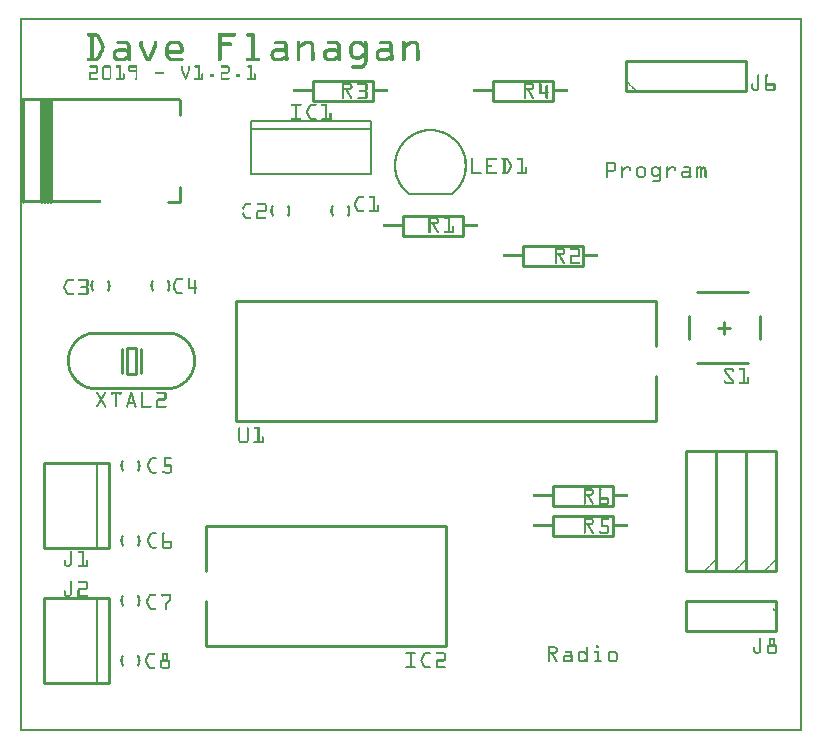
<source format=gto>
G04 MADE WITH FRITZING*
G04 WWW.FRITZING.ORG*
G04 DOUBLE SIDED*
G04 HOLES PLATED*
G04 CONTOUR ON CENTER OF CONTOUR VECTOR*
%ASAXBY*%
%FSLAX23Y23*%
%MOIN*%
%OFA0B0*%
%SFA1.0B1.0*%
%ADD10R,0.038714X0.096457X0.019029X0.076772*%
%ADD11C,0.009843*%
%ADD12C,0.010000*%
%ADD13C,0.005000*%
%ADD14C,0.008000*%
%ADD15R,0.001000X0.001000*%
%LNSILK1*%
G90*
G70*
G54D11*
X359Y1278D02*
X388Y1278D01*
X388Y1191D01*
X359Y1191D01*
X359Y1278D01*
D02*
G54D12*
X2520Y434D02*
X2220Y434D01*
D02*
X2220Y434D02*
X2220Y334D01*
D02*
X2220Y334D02*
X2520Y334D01*
D02*
X2520Y334D02*
X2520Y434D01*
D02*
X2420Y534D02*
X2420Y934D01*
D02*
X2420Y934D02*
X2320Y934D01*
D02*
X2320Y934D02*
X2320Y534D01*
D02*
X2320Y534D02*
X2420Y534D01*
D02*
X2320Y534D02*
X2320Y934D01*
D02*
X2320Y934D02*
X2220Y934D01*
D02*
X2220Y934D02*
X2220Y534D01*
D02*
X2220Y534D02*
X2320Y534D01*
D02*
X2520Y534D02*
X2520Y934D01*
D02*
X2520Y934D02*
X2420Y934D01*
D02*
X2420Y934D02*
X2420Y534D01*
D02*
X2420Y534D02*
X2520Y534D01*
D02*
X1779Y717D02*
X1979Y717D01*
D02*
X1979Y717D02*
X1979Y651D01*
D02*
X1979Y651D02*
X1779Y651D01*
D02*
X1779Y651D02*
X1779Y717D01*
D02*
X1779Y817D02*
X1979Y817D01*
D02*
X1979Y817D02*
X1979Y751D01*
D02*
X1979Y751D02*
X1779Y751D01*
D02*
X1779Y751D02*
X1779Y817D01*
D02*
X2020Y2134D02*
X2420Y2134D01*
D02*
X2420Y2134D02*
X2420Y2234D01*
D02*
X2420Y2234D02*
X2020Y2234D01*
D02*
X2020Y2234D02*
X2020Y2134D01*
D02*
X979Y2167D02*
X1179Y2167D01*
D02*
X1179Y2167D02*
X1179Y2101D01*
D02*
X1179Y2101D02*
X979Y2101D01*
D02*
X979Y2101D02*
X979Y2167D01*
D02*
X1579Y2167D02*
X1779Y2167D01*
D02*
X1779Y2167D02*
X1779Y2101D01*
D02*
X1779Y2101D02*
X1579Y2101D01*
D02*
X1579Y2101D02*
X1579Y2167D01*
D02*
X620Y285D02*
X1420Y285D01*
D02*
X1420Y285D02*
X1420Y684D01*
D02*
X1420Y684D02*
X620Y684D01*
D02*
X620Y285D02*
X620Y434D01*
D02*
X620Y534D02*
X620Y684D01*
D02*
X82Y896D02*
X82Y611D01*
D02*
X82Y611D02*
X298Y611D01*
D02*
X298Y611D02*
X298Y896D01*
D02*
X298Y896D02*
X82Y896D01*
G54D13*
D02*
X258Y611D02*
X258Y896D01*
G54D12*
D02*
X82Y446D02*
X82Y161D01*
D02*
X82Y161D02*
X298Y161D01*
D02*
X298Y161D02*
X298Y446D01*
D02*
X298Y446D02*
X82Y446D01*
G54D13*
D02*
X258Y161D02*
X258Y446D01*
G54D14*
D02*
X1170Y1859D02*
X770Y1859D01*
D02*
X770Y1859D02*
X770Y2009D01*
D02*
X770Y2009D02*
X770Y2034D01*
D02*
X770Y2034D02*
X1170Y2034D01*
D02*
X1170Y2034D02*
X1170Y2009D01*
D02*
X1170Y2009D02*
X1170Y1859D01*
D02*
X1170Y2009D02*
X770Y2009D01*
G54D12*
D02*
X1279Y1717D02*
X1479Y1717D01*
D02*
X1479Y1717D02*
X1479Y1651D01*
D02*
X1479Y1651D02*
X1279Y1651D01*
D02*
X1279Y1651D02*
X1279Y1717D01*
D02*
X2120Y1434D02*
X720Y1434D01*
D02*
X720Y1434D02*
X720Y1034D01*
D02*
X720Y1034D02*
X2120Y1034D01*
D02*
X2120Y1434D02*
X2120Y1284D01*
D02*
X2120Y1184D02*
X2120Y1034D01*
D02*
X1679Y1617D02*
X1879Y1617D01*
D02*
X1879Y1617D02*
X1879Y1551D01*
D02*
X1879Y1551D02*
X1679Y1551D01*
D02*
X1679Y1551D02*
X1679Y1617D01*
D02*
X2230Y1307D02*
X2230Y1385D01*
D02*
X2427Y1228D02*
X2259Y1228D01*
D02*
X2427Y1464D02*
X2259Y1464D01*
D02*
X2466Y1307D02*
X2466Y1385D01*
D02*
X2348Y1326D02*
X2348Y1366D01*
D02*
X2328Y1346D02*
X2368Y1346D01*
D02*
X535Y2104D02*
X535Y2054D01*
D02*
X495Y1764D02*
X535Y1764D01*
D02*
X535Y1764D02*
X535Y1814D01*
D02*
X10Y1764D02*
X10Y2104D01*
D02*
X105Y1764D02*
X105Y2104D01*
D02*
X100Y1764D02*
X100Y2104D01*
D02*
X95Y1764D02*
X95Y2104D01*
D02*
X90Y1764D02*
X90Y2104D01*
D02*
X85Y1764D02*
X85Y2104D01*
D02*
X80Y1764D02*
X80Y2104D01*
D02*
X75Y1764D02*
X75Y2104D01*
D02*
X70Y1764D02*
X70Y2104D01*
G54D11*
X404Y1274D02*
X404Y1196D01*
D02*
X341Y1274D02*
X341Y1196D01*
D02*
G54D15*
X0Y2377D02*
X2608Y2377D01*
X0Y2376D02*
X2608Y2376D01*
X0Y2375D02*
X2608Y2375D01*
X0Y2374D02*
X2608Y2374D01*
X0Y2373D02*
X2608Y2373D01*
X0Y2372D02*
X2608Y2372D01*
X0Y2371D02*
X2608Y2371D01*
X0Y2370D02*
X2608Y2370D01*
X0Y2369D02*
X7Y2369D01*
X2601Y2369D02*
X2608Y2369D01*
X0Y2368D02*
X7Y2368D01*
X2601Y2368D02*
X2608Y2368D01*
X0Y2367D02*
X7Y2367D01*
X2601Y2367D02*
X2608Y2367D01*
X0Y2366D02*
X7Y2366D01*
X2601Y2366D02*
X2608Y2366D01*
X0Y2365D02*
X7Y2365D01*
X2601Y2365D02*
X2608Y2365D01*
X0Y2364D02*
X7Y2364D01*
X2601Y2364D02*
X2608Y2364D01*
X0Y2363D02*
X7Y2363D01*
X2601Y2363D02*
X2608Y2363D01*
X0Y2362D02*
X7Y2362D01*
X2601Y2362D02*
X2608Y2362D01*
X0Y2361D02*
X7Y2361D01*
X2601Y2361D02*
X2608Y2361D01*
X0Y2360D02*
X7Y2360D01*
X2601Y2360D02*
X2608Y2360D01*
X0Y2359D02*
X7Y2359D01*
X2601Y2359D02*
X2608Y2359D01*
X0Y2358D02*
X7Y2358D01*
X2601Y2358D02*
X2608Y2358D01*
X0Y2357D02*
X7Y2357D01*
X2601Y2357D02*
X2608Y2357D01*
X0Y2356D02*
X7Y2356D01*
X2601Y2356D02*
X2608Y2356D01*
X0Y2355D02*
X7Y2355D01*
X2601Y2355D02*
X2608Y2355D01*
X0Y2354D02*
X7Y2354D01*
X2601Y2354D02*
X2608Y2354D01*
X0Y2353D02*
X7Y2353D01*
X2601Y2353D02*
X2608Y2353D01*
X0Y2352D02*
X7Y2352D01*
X2601Y2352D02*
X2608Y2352D01*
X0Y2351D02*
X7Y2351D01*
X2601Y2351D02*
X2608Y2351D01*
X0Y2350D02*
X7Y2350D01*
X2601Y2350D02*
X2608Y2350D01*
X0Y2349D02*
X7Y2349D01*
X2601Y2349D02*
X2608Y2349D01*
X0Y2348D02*
X7Y2348D01*
X2601Y2348D02*
X2608Y2348D01*
X0Y2347D02*
X7Y2347D01*
X2601Y2347D02*
X2608Y2347D01*
X0Y2346D02*
X7Y2346D01*
X2601Y2346D02*
X2608Y2346D01*
X0Y2345D02*
X7Y2345D01*
X2601Y2345D02*
X2608Y2345D01*
X0Y2344D02*
X7Y2344D01*
X2601Y2344D02*
X2608Y2344D01*
X0Y2343D02*
X7Y2343D01*
X2601Y2343D02*
X2608Y2343D01*
X0Y2342D02*
X7Y2342D01*
X2601Y2342D02*
X2608Y2342D01*
X0Y2341D02*
X7Y2341D01*
X2601Y2341D02*
X2608Y2341D01*
X0Y2340D02*
X7Y2340D01*
X2601Y2340D02*
X2608Y2340D01*
X0Y2339D02*
X7Y2339D01*
X2601Y2339D02*
X2608Y2339D01*
X0Y2338D02*
X7Y2338D01*
X2601Y2338D02*
X2608Y2338D01*
X0Y2337D02*
X7Y2337D01*
X2601Y2337D02*
X2608Y2337D01*
X0Y2336D02*
X7Y2336D01*
X2601Y2336D02*
X2608Y2336D01*
X0Y2335D02*
X7Y2335D01*
X2601Y2335D02*
X2608Y2335D01*
X0Y2334D02*
X7Y2334D01*
X2601Y2334D02*
X2608Y2334D01*
X0Y2333D02*
X7Y2333D01*
X2601Y2333D02*
X2608Y2333D01*
X0Y2332D02*
X7Y2332D01*
X2601Y2332D02*
X2608Y2332D01*
X0Y2331D02*
X7Y2331D01*
X2601Y2331D02*
X2608Y2331D01*
X0Y2330D02*
X7Y2330D01*
X2601Y2330D02*
X2608Y2330D01*
X0Y2329D02*
X7Y2329D01*
X2601Y2329D02*
X2608Y2329D01*
X0Y2328D02*
X7Y2328D01*
X2601Y2328D02*
X2608Y2328D01*
X0Y2327D02*
X7Y2327D01*
X227Y2327D02*
X256Y2327D01*
X661Y2327D02*
X717Y2327D01*
X759Y2327D02*
X781Y2327D01*
X2601Y2327D02*
X2608Y2327D01*
X0Y2326D02*
X7Y2326D01*
X226Y2326D02*
X258Y2326D01*
X661Y2326D02*
X719Y2326D01*
X757Y2326D02*
X782Y2326D01*
X2601Y2326D02*
X2608Y2326D01*
X0Y2325D02*
X7Y2325D01*
X225Y2325D02*
X260Y2325D01*
X661Y2325D02*
X719Y2325D01*
X756Y2325D02*
X783Y2325D01*
X2601Y2325D02*
X2608Y2325D01*
X0Y2324D02*
X7Y2324D01*
X224Y2324D02*
X262Y2324D01*
X661Y2324D02*
X720Y2324D01*
X755Y2324D02*
X784Y2324D01*
X2601Y2324D02*
X2608Y2324D01*
X0Y2323D02*
X7Y2323D01*
X224Y2323D02*
X263Y2323D01*
X661Y2323D02*
X720Y2323D01*
X755Y2323D02*
X784Y2323D01*
X2601Y2323D02*
X2608Y2323D01*
X0Y2322D02*
X7Y2322D01*
X224Y2322D02*
X264Y2322D01*
X661Y2322D02*
X721Y2322D01*
X755Y2322D02*
X784Y2322D01*
X2601Y2322D02*
X2608Y2322D01*
X0Y2321D02*
X7Y2321D01*
X224Y2321D02*
X265Y2321D01*
X661Y2321D02*
X721Y2321D01*
X755Y2321D02*
X784Y2321D01*
X2601Y2321D02*
X2608Y2321D01*
X0Y2320D02*
X7Y2320D01*
X224Y2320D02*
X266Y2320D01*
X661Y2320D02*
X720Y2320D01*
X755Y2320D02*
X784Y2320D01*
X2601Y2320D02*
X2608Y2320D01*
X0Y2319D02*
X7Y2319D01*
X224Y2319D02*
X267Y2319D01*
X661Y2319D02*
X720Y2319D01*
X755Y2319D02*
X784Y2319D01*
X2601Y2319D02*
X2608Y2319D01*
X0Y2318D02*
X7Y2318D01*
X225Y2318D02*
X267Y2318D01*
X661Y2318D02*
X719Y2318D01*
X756Y2318D02*
X784Y2318D01*
X2601Y2318D02*
X2608Y2318D01*
X0Y2317D02*
X7Y2317D01*
X226Y2317D02*
X268Y2317D01*
X661Y2317D02*
X719Y2317D01*
X757Y2317D02*
X784Y2317D01*
X2601Y2317D02*
X2608Y2317D01*
X0Y2316D02*
X7Y2316D01*
X227Y2316D02*
X268Y2316D01*
X661Y2316D02*
X717Y2316D01*
X758Y2316D02*
X784Y2316D01*
X2601Y2316D02*
X2608Y2316D01*
X0Y2315D02*
X7Y2315D01*
X235Y2315D02*
X247Y2315D01*
X254Y2315D02*
X269Y2315D01*
X661Y2315D02*
X673Y2315D01*
X773Y2315D02*
X784Y2315D01*
X2601Y2315D02*
X2608Y2315D01*
X0Y2314D02*
X7Y2314D01*
X236Y2314D02*
X247Y2314D01*
X256Y2314D02*
X269Y2314D01*
X661Y2314D02*
X673Y2314D01*
X773Y2314D02*
X784Y2314D01*
X2601Y2314D02*
X2608Y2314D01*
X0Y2313D02*
X7Y2313D01*
X236Y2313D02*
X247Y2313D01*
X257Y2313D02*
X270Y2313D01*
X661Y2313D02*
X673Y2313D01*
X773Y2313D02*
X784Y2313D01*
X2601Y2313D02*
X2608Y2313D01*
X0Y2312D02*
X7Y2312D01*
X236Y2312D02*
X247Y2312D01*
X257Y2312D02*
X270Y2312D01*
X661Y2312D02*
X673Y2312D01*
X773Y2312D02*
X784Y2312D01*
X2601Y2312D02*
X2608Y2312D01*
X0Y2311D02*
X7Y2311D01*
X236Y2311D02*
X247Y2311D01*
X258Y2311D02*
X271Y2311D01*
X661Y2311D02*
X673Y2311D01*
X773Y2311D02*
X784Y2311D01*
X2601Y2311D02*
X2608Y2311D01*
X0Y2310D02*
X7Y2310D01*
X236Y2310D02*
X247Y2310D01*
X258Y2310D02*
X271Y2310D01*
X661Y2310D02*
X673Y2310D01*
X773Y2310D02*
X784Y2310D01*
X2601Y2310D02*
X2608Y2310D01*
X0Y2309D02*
X7Y2309D01*
X236Y2309D02*
X247Y2309D01*
X259Y2309D02*
X272Y2309D01*
X661Y2309D02*
X673Y2309D01*
X773Y2309D02*
X784Y2309D01*
X2601Y2309D02*
X2608Y2309D01*
X0Y2308D02*
X7Y2308D01*
X236Y2308D02*
X247Y2308D01*
X259Y2308D02*
X272Y2308D01*
X661Y2308D02*
X673Y2308D01*
X773Y2308D02*
X784Y2308D01*
X2601Y2308D02*
X2608Y2308D01*
X0Y2307D02*
X7Y2307D01*
X236Y2307D02*
X247Y2307D01*
X260Y2307D02*
X273Y2307D01*
X661Y2307D02*
X673Y2307D01*
X773Y2307D02*
X784Y2307D01*
X2601Y2307D02*
X2608Y2307D01*
X0Y2306D02*
X7Y2306D01*
X236Y2306D02*
X247Y2306D01*
X260Y2306D02*
X273Y2306D01*
X661Y2306D02*
X673Y2306D01*
X773Y2306D02*
X784Y2306D01*
X2601Y2306D02*
X2608Y2306D01*
X0Y2305D02*
X7Y2305D01*
X236Y2305D02*
X247Y2305D01*
X261Y2305D02*
X274Y2305D01*
X661Y2305D02*
X673Y2305D01*
X773Y2305D02*
X784Y2305D01*
X2601Y2305D02*
X2608Y2305D01*
X0Y2304D02*
X7Y2304D01*
X236Y2304D02*
X247Y2304D01*
X262Y2304D02*
X274Y2304D01*
X661Y2304D02*
X673Y2304D01*
X773Y2304D02*
X784Y2304D01*
X2601Y2304D02*
X2608Y2304D01*
X0Y2303D02*
X7Y2303D01*
X236Y2303D02*
X247Y2303D01*
X262Y2303D02*
X275Y2303D01*
X661Y2303D02*
X673Y2303D01*
X773Y2303D02*
X784Y2303D01*
X2601Y2303D02*
X2608Y2303D01*
X0Y2302D02*
X7Y2302D01*
X236Y2302D02*
X247Y2302D01*
X263Y2302D02*
X275Y2302D01*
X661Y2302D02*
X673Y2302D01*
X773Y2302D02*
X784Y2302D01*
X2601Y2302D02*
X2608Y2302D01*
X0Y2301D02*
X7Y2301D01*
X236Y2301D02*
X247Y2301D01*
X263Y2301D02*
X276Y2301D01*
X326Y2301D02*
X356Y2301D01*
X402Y2301D02*
X407Y2301D01*
X450Y2301D02*
X455Y2301D01*
X503Y2301D02*
X529Y2301D01*
X661Y2301D02*
X673Y2301D01*
X773Y2301D02*
X784Y2301D01*
X852Y2301D02*
X882Y2301D01*
X927Y2301D02*
X932Y2301D01*
X952Y2301D02*
X969Y2301D01*
X1027Y2301D02*
X1057Y2301D01*
X1116Y2301D02*
X1135Y2301D01*
X1150Y2301D02*
X1155Y2301D01*
X1202Y2301D02*
X1232Y2301D01*
X1277Y2301D02*
X1282Y2301D01*
X1302Y2301D02*
X1319Y2301D01*
X2601Y2301D02*
X2608Y2301D01*
X0Y2300D02*
X7Y2300D01*
X236Y2300D02*
X247Y2300D01*
X264Y2300D02*
X276Y2300D01*
X325Y2300D02*
X359Y2300D01*
X400Y2300D02*
X408Y2300D01*
X449Y2300D02*
X456Y2300D01*
X501Y2300D02*
X531Y2300D01*
X661Y2300D02*
X673Y2300D01*
X773Y2300D02*
X784Y2300D01*
X850Y2300D02*
X884Y2300D01*
X926Y2300D02*
X933Y2300D01*
X950Y2300D02*
X972Y2300D01*
X1025Y2300D02*
X1059Y2300D01*
X1114Y2300D02*
X1138Y2300D01*
X1149Y2300D02*
X1157Y2300D01*
X1201Y2300D02*
X1234Y2300D01*
X1276Y2300D02*
X1284Y2300D01*
X1300Y2300D02*
X1322Y2300D01*
X2601Y2300D02*
X2608Y2300D01*
X0Y2299D02*
X7Y2299D01*
X236Y2299D02*
X247Y2299D01*
X264Y2299D02*
X277Y2299D01*
X324Y2299D02*
X361Y2299D01*
X400Y2299D02*
X409Y2299D01*
X448Y2299D02*
X457Y2299D01*
X499Y2299D02*
X533Y2299D01*
X661Y2299D02*
X673Y2299D01*
X773Y2299D02*
X784Y2299D01*
X850Y2299D02*
X886Y2299D01*
X925Y2299D02*
X934Y2299D01*
X948Y2299D02*
X973Y2299D01*
X1025Y2299D02*
X1061Y2299D01*
X1112Y2299D02*
X1139Y2299D01*
X1148Y2299D02*
X1157Y2299D01*
X1200Y2299D02*
X1236Y2299D01*
X1275Y2299D02*
X1284Y2299D01*
X1298Y2299D02*
X1324Y2299D01*
X2601Y2299D02*
X2608Y2299D01*
X0Y2298D02*
X7Y2298D01*
X236Y2298D02*
X247Y2298D01*
X265Y2298D02*
X277Y2298D01*
X324Y2298D02*
X362Y2298D01*
X399Y2298D02*
X409Y2298D01*
X447Y2298D02*
X458Y2298D01*
X498Y2298D02*
X534Y2298D01*
X661Y2298D02*
X673Y2298D01*
X773Y2298D02*
X784Y2298D01*
X849Y2298D02*
X887Y2298D01*
X924Y2298D02*
X935Y2298D01*
X946Y2298D02*
X975Y2298D01*
X1024Y2298D02*
X1062Y2298D01*
X1111Y2298D02*
X1141Y2298D01*
X1148Y2298D02*
X1158Y2298D01*
X1199Y2298D02*
X1237Y2298D01*
X1275Y2298D02*
X1285Y2298D01*
X1297Y2298D02*
X1325Y2298D01*
X2601Y2298D02*
X2608Y2298D01*
X0Y2297D02*
X7Y2297D01*
X236Y2297D02*
X247Y2297D01*
X265Y2297D02*
X278Y2297D01*
X323Y2297D02*
X363Y2297D01*
X399Y2297D02*
X410Y2297D01*
X447Y2297D02*
X458Y2297D01*
X496Y2297D02*
X535Y2297D01*
X661Y2297D02*
X673Y2297D01*
X773Y2297D02*
X784Y2297D01*
X849Y2297D02*
X888Y2297D01*
X924Y2297D02*
X935Y2297D01*
X945Y2297D02*
X976Y2297D01*
X1024Y2297D02*
X1064Y2297D01*
X1109Y2297D02*
X1142Y2297D01*
X1147Y2297D02*
X1158Y2297D01*
X1199Y2297D02*
X1239Y2297D01*
X1274Y2297D02*
X1285Y2297D01*
X1295Y2297D02*
X1326Y2297D01*
X2601Y2297D02*
X2608Y2297D01*
X0Y2296D02*
X7Y2296D01*
X236Y2296D02*
X247Y2296D01*
X266Y2296D02*
X278Y2296D01*
X323Y2296D02*
X364Y2296D01*
X399Y2296D02*
X410Y2296D01*
X447Y2296D02*
X458Y2296D01*
X495Y2296D02*
X537Y2296D01*
X661Y2296D02*
X705Y2296D01*
X773Y2296D02*
X784Y2296D01*
X849Y2296D02*
X889Y2296D01*
X924Y2296D02*
X935Y2296D01*
X943Y2296D02*
X977Y2296D01*
X1024Y2296D02*
X1065Y2296D01*
X1108Y2296D02*
X1143Y2296D01*
X1147Y2296D02*
X1158Y2296D01*
X1199Y2296D02*
X1240Y2296D01*
X1274Y2296D02*
X1286Y2296D01*
X1293Y2296D02*
X1327Y2296D01*
X2601Y2296D02*
X2608Y2296D01*
X0Y2295D02*
X7Y2295D01*
X236Y2295D02*
X247Y2295D01*
X266Y2295D02*
X279Y2295D01*
X323Y2295D02*
X365Y2295D01*
X399Y2295D02*
X410Y2295D01*
X447Y2295D02*
X458Y2295D01*
X494Y2295D02*
X538Y2295D01*
X661Y2295D02*
X707Y2295D01*
X773Y2295D02*
X784Y2295D01*
X849Y2295D02*
X890Y2295D01*
X924Y2295D02*
X935Y2295D01*
X942Y2295D02*
X978Y2295D01*
X1024Y2295D02*
X1065Y2295D01*
X1107Y2295D02*
X1145Y2295D01*
X1147Y2295D02*
X1159Y2295D01*
X1199Y2295D02*
X1240Y2295D01*
X1274Y2295D02*
X1286Y2295D01*
X1292Y2295D02*
X1328Y2295D01*
X2601Y2295D02*
X2608Y2295D01*
X0Y2294D02*
X7Y2294D01*
X236Y2294D02*
X247Y2294D01*
X267Y2294D02*
X279Y2294D01*
X323Y2294D02*
X366Y2294D01*
X399Y2294D02*
X410Y2294D01*
X447Y2294D02*
X458Y2294D01*
X493Y2294D02*
X539Y2294D01*
X661Y2294D02*
X707Y2294D01*
X773Y2294D02*
X784Y2294D01*
X849Y2294D02*
X891Y2294D01*
X924Y2294D02*
X935Y2294D01*
X940Y2294D02*
X979Y2294D01*
X1024Y2294D02*
X1066Y2294D01*
X1106Y2294D02*
X1159Y2294D01*
X1199Y2294D02*
X1241Y2294D01*
X1274Y2294D02*
X1286Y2294D01*
X1290Y2294D02*
X1329Y2294D01*
X2601Y2294D02*
X2608Y2294D01*
X0Y2293D02*
X7Y2293D01*
X236Y2293D02*
X247Y2293D01*
X267Y2293D02*
X280Y2293D01*
X324Y2293D02*
X366Y2293D01*
X399Y2293D02*
X410Y2293D01*
X447Y2293D02*
X458Y2293D01*
X492Y2293D02*
X540Y2293D01*
X661Y2293D02*
X708Y2293D01*
X773Y2293D02*
X784Y2293D01*
X849Y2293D02*
X892Y2293D01*
X924Y2293D02*
X935Y2293D01*
X938Y2293D02*
X979Y2293D01*
X1024Y2293D02*
X1067Y2293D01*
X1105Y2293D02*
X1159Y2293D01*
X1199Y2293D02*
X1242Y2293D01*
X1274Y2293D02*
X1286Y2293D01*
X1289Y2293D02*
X1329Y2293D01*
X2601Y2293D02*
X2608Y2293D01*
X0Y2292D02*
X7Y2292D01*
X236Y2292D02*
X247Y2292D01*
X268Y2292D02*
X280Y2292D01*
X324Y2292D02*
X367Y2292D01*
X399Y2292D02*
X410Y2292D01*
X447Y2292D02*
X458Y2292D01*
X491Y2292D02*
X541Y2292D01*
X661Y2292D02*
X708Y2292D01*
X773Y2292D02*
X784Y2292D01*
X850Y2292D02*
X892Y2292D01*
X924Y2292D02*
X980Y2292D01*
X1025Y2292D02*
X1067Y2292D01*
X1104Y2292D02*
X1159Y2292D01*
X1200Y2292D02*
X1242Y2292D01*
X1274Y2292D02*
X1330Y2292D01*
X2601Y2292D02*
X2608Y2292D01*
X0Y2291D02*
X7Y2291D01*
X236Y2291D02*
X247Y2291D01*
X268Y2291D02*
X281Y2291D01*
X326Y2291D02*
X367Y2291D01*
X399Y2291D02*
X410Y2291D01*
X447Y2291D02*
X458Y2291D01*
X490Y2291D02*
X542Y2291D01*
X661Y2291D02*
X709Y2291D01*
X773Y2291D02*
X784Y2291D01*
X851Y2291D02*
X893Y2291D01*
X924Y2291D02*
X980Y2291D01*
X1026Y2291D02*
X1068Y2291D01*
X1103Y2291D02*
X1159Y2291D01*
X1201Y2291D02*
X1243Y2291D01*
X1274Y2291D02*
X1331Y2291D01*
X2601Y2291D02*
X2608Y2291D01*
X0Y2290D02*
X7Y2290D01*
X236Y2290D02*
X247Y2290D01*
X269Y2290D02*
X281Y2290D01*
X327Y2290D02*
X368Y2290D01*
X399Y2290D02*
X410Y2290D01*
X447Y2290D02*
X458Y2290D01*
X489Y2290D02*
X542Y2290D01*
X661Y2290D02*
X709Y2290D01*
X773Y2290D02*
X784Y2290D01*
X853Y2290D02*
X893Y2290D01*
X924Y2290D02*
X981Y2290D01*
X1028Y2290D02*
X1068Y2290D01*
X1102Y2290D02*
X1159Y2290D01*
X1203Y2290D02*
X1243Y2290D01*
X1274Y2290D02*
X1331Y2290D01*
X2601Y2290D02*
X2608Y2290D01*
X0Y2289D02*
X7Y2289D01*
X236Y2289D02*
X247Y2289D01*
X269Y2289D02*
X281Y2289D01*
X355Y2289D02*
X368Y2289D01*
X399Y2289D02*
X410Y2289D01*
X447Y2289D02*
X458Y2289D01*
X489Y2289D02*
X505Y2289D01*
X527Y2289D02*
X543Y2289D01*
X661Y2289D02*
X708Y2289D01*
X773Y2289D02*
X784Y2289D01*
X880Y2289D02*
X893Y2289D01*
X924Y2289D02*
X954Y2289D01*
X967Y2289D02*
X981Y2289D01*
X1055Y2289D02*
X1069Y2289D01*
X1102Y2289D02*
X1118Y2289D01*
X1133Y2289D02*
X1159Y2289D01*
X1230Y2289D02*
X1244Y2289D01*
X1274Y2289D02*
X1304Y2289D01*
X1317Y2289D02*
X1331Y2289D01*
X2601Y2289D02*
X2608Y2289D01*
X0Y2288D02*
X7Y2288D01*
X236Y2288D02*
X247Y2288D01*
X270Y2288D02*
X282Y2288D01*
X356Y2288D02*
X368Y2288D01*
X399Y2288D02*
X410Y2288D01*
X447Y2288D02*
X458Y2288D01*
X488Y2288D02*
X503Y2288D01*
X529Y2288D02*
X544Y2288D01*
X661Y2288D02*
X708Y2288D01*
X773Y2288D02*
X784Y2288D01*
X881Y2288D02*
X894Y2288D01*
X924Y2288D02*
X952Y2288D01*
X969Y2288D02*
X981Y2288D01*
X1056Y2288D02*
X1069Y2288D01*
X1101Y2288D02*
X1116Y2288D01*
X1135Y2288D02*
X1159Y2288D01*
X1231Y2288D02*
X1244Y2288D01*
X1274Y2288D02*
X1303Y2288D01*
X1319Y2288D02*
X1332Y2288D01*
X2601Y2288D02*
X2608Y2288D01*
X0Y2287D02*
X7Y2287D01*
X236Y2287D02*
X247Y2287D01*
X270Y2287D02*
X282Y2287D01*
X356Y2287D02*
X369Y2287D01*
X399Y2287D02*
X410Y2287D01*
X447Y2287D02*
X458Y2287D01*
X488Y2287D02*
X502Y2287D01*
X530Y2287D02*
X544Y2287D01*
X661Y2287D02*
X707Y2287D01*
X773Y2287D02*
X784Y2287D01*
X882Y2287D02*
X894Y2287D01*
X924Y2287D02*
X951Y2287D01*
X969Y2287D02*
X981Y2287D01*
X1057Y2287D02*
X1069Y2287D01*
X1101Y2287D02*
X1115Y2287D01*
X1136Y2287D02*
X1159Y2287D01*
X1232Y2287D02*
X1244Y2287D01*
X1274Y2287D02*
X1301Y2287D01*
X1320Y2287D02*
X1332Y2287D01*
X2601Y2287D02*
X2608Y2287D01*
X0Y2286D02*
X7Y2286D01*
X236Y2286D02*
X247Y2286D01*
X270Y2286D02*
X282Y2286D01*
X357Y2286D02*
X369Y2286D01*
X399Y2286D02*
X410Y2286D01*
X446Y2286D02*
X458Y2286D01*
X487Y2286D02*
X501Y2286D01*
X531Y2286D02*
X544Y2286D01*
X661Y2286D02*
X706Y2286D01*
X773Y2286D02*
X784Y2286D01*
X882Y2286D02*
X894Y2286D01*
X924Y2286D02*
X949Y2286D01*
X970Y2286D02*
X982Y2286D01*
X1057Y2286D02*
X1069Y2286D01*
X1100Y2286D02*
X1114Y2286D01*
X1137Y2286D02*
X1159Y2286D01*
X1233Y2286D02*
X1244Y2286D01*
X1274Y2286D02*
X1300Y2286D01*
X1320Y2286D02*
X1332Y2286D01*
X2601Y2286D02*
X2608Y2286D01*
X0Y2285D02*
X7Y2285D01*
X236Y2285D02*
X247Y2285D01*
X271Y2285D02*
X282Y2285D01*
X357Y2285D02*
X369Y2285D01*
X399Y2285D02*
X411Y2285D01*
X446Y2285D02*
X458Y2285D01*
X487Y2285D02*
X500Y2285D01*
X532Y2285D02*
X545Y2285D01*
X661Y2285D02*
X705Y2285D01*
X773Y2285D02*
X784Y2285D01*
X883Y2285D02*
X894Y2285D01*
X924Y2285D02*
X948Y2285D01*
X970Y2285D02*
X982Y2285D01*
X1058Y2285D02*
X1069Y2285D01*
X1100Y2285D02*
X1113Y2285D01*
X1138Y2285D02*
X1159Y2285D01*
X1233Y2285D02*
X1244Y2285D01*
X1274Y2285D02*
X1298Y2285D01*
X1321Y2285D02*
X1332Y2285D01*
X2601Y2285D02*
X2608Y2285D01*
X0Y2284D02*
X7Y2284D01*
X236Y2284D02*
X247Y2284D01*
X271Y2284D02*
X283Y2284D01*
X357Y2284D02*
X369Y2284D01*
X399Y2284D02*
X411Y2284D01*
X446Y2284D02*
X458Y2284D01*
X487Y2284D02*
X499Y2284D01*
X533Y2284D02*
X545Y2284D01*
X661Y2284D02*
X673Y2284D01*
X773Y2284D02*
X784Y2284D01*
X883Y2284D02*
X894Y2284D01*
X924Y2284D02*
X946Y2284D01*
X971Y2284D02*
X982Y2284D01*
X1058Y2284D02*
X1069Y2284D01*
X1100Y2284D02*
X1112Y2284D01*
X1140Y2284D02*
X1159Y2284D01*
X1233Y2284D02*
X1244Y2284D01*
X1274Y2284D02*
X1296Y2284D01*
X1321Y2284D02*
X1332Y2284D01*
X2601Y2284D02*
X2608Y2284D01*
X0Y2283D02*
X7Y2283D01*
X236Y2283D02*
X247Y2283D01*
X271Y2283D02*
X283Y2283D01*
X358Y2283D02*
X369Y2283D01*
X399Y2283D02*
X412Y2283D01*
X445Y2283D02*
X457Y2283D01*
X487Y2283D02*
X498Y2283D01*
X533Y2283D02*
X545Y2283D01*
X661Y2283D02*
X673Y2283D01*
X773Y2283D02*
X784Y2283D01*
X883Y2283D02*
X894Y2283D01*
X924Y2283D02*
X945Y2283D01*
X971Y2283D02*
X982Y2283D01*
X1058Y2283D02*
X1069Y2283D01*
X1099Y2283D02*
X1111Y2283D01*
X1141Y2283D02*
X1159Y2283D01*
X1233Y2283D02*
X1245Y2283D01*
X1274Y2283D02*
X1295Y2283D01*
X1321Y2283D02*
X1332Y2283D01*
X2601Y2283D02*
X2608Y2283D01*
X0Y2282D02*
X7Y2282D01*
X236Y2282D02*
X247Y2282D01*
X272Y2282D02*
X283Y2282D01*
X358Y2282D02*
X369Y2282D01*
X400Y2282D02*
X412Y2282D01*
X445Y2282D02*
X457Y2282D01*
X486Y2282D02*
X498Y2282D01*
X534Y2282D02*
X545Y2282D01*
X661Y2282D02*
X673Y2282D01*
X773Y2282D02*
X784Y2282D01*
X883Y2282D02*
X894Y2282D01*
X924Y2282D02*
X943Y2282D01*
X971Y2282D02*
X982Y2282D01*
X1058Y2282D02*
X1069Y2282D01*
X1099Y2282D02*
X1111Y2282D01*
X1142Y2282D02*
X1159Y2282D01*
X1233Y2282D02*
X1245Y2282D01*
X1274Y2282D02*
X1293Y2282D01*
X1321Y2282D02*
X1332Y2282D01*
X2601Y2282D02*
X2608Y2282D01*
X0Y2281D02*
X7Y2281D01*
X236Y2281D02*
X247Y2281D01*
X272Y2281D02*
X283Y2281D01*
X358Y2281D02*
X369Y2281D01*
X400Y2281D02*
X412Y2281D01*
X444Y2281D02*
X457Y2281D01*
X486Y2281D02*
X498Y2281D01*
X534Y2281D02*
X546Y2281D01*
X661Y2281D02*
X673Y2281D01*
X773Y2281D02*
X784Y2281D01*
X883Y2281D02*
X894Y2281D01*
X924Y2281D02*
X942Y2281D01*
X971Y2281D02*
X982Y2281D01*
X1058Y2281D02*
X1069Y2281D01*
X1099Y2281D02*
X1110Y2281D01*
X1143Y2281D02*
X1159Y2281D01*
X1233Y2281D02*
X1245Y2281D01*
X1274Y2281D02*
X1292Y2281D01*
X1321Y2281D02*
X1332Y2281D01*
X2601Y2281D02*
X2608Y2281D01*
X0Y2280D02*
X7Y2280D01*
X236Y2280D02*
X247Y2280D01*
X272Y2280D02*
X283Y2280D01*
X358Y2280D02*
X369Y2280D01*
X400Y2280D02*
X413Y2280D01*
X444Y2280D02*
X456Y2280D01*
X486Y2280D02*
X498Y2280D01*
X534Y2280D02*
X546Y2280D01*
X661Y2280D02*
X673Y2280D01*
X773Y2280D02*
X784Y2280D01*
X883Y2280D02*
X894Y2280D01*
X924Y2280D02*
X940Y2280D01*
X971Y2280D02*
X982Y2280D01*
X1058Y2280D02*
X1070Y2280D01*
X1099Y2280D02*
X1110Y2280D01*
X1144Y2280D02*
X1159Y2280D01*
X1233Y2280D02*
X1245Y2280D01*
X1274Y2280D02*
X1290Y2280D01*
X1321Y2280D02*
X1332Y2280D01*
X2601Y2280D02*
X2608Y2280D01*
X0Y2279D02*
X7Y2279D01*
X236Y2279D02*
X247Y2279D01*
X271Y2279D02*
X283Y2279D01*
X358Y2279D02*
X369Y2279D01*
X401Y2279D02*
X413Y2279D01*
X443Y2279D02*
X456Y2279D01*
X486Y2279D02*
X497Y2279D01*
X534Y2279D02*
X546Y2279D01*
X661Y2279D02*
X673Y2279D01*
X773Y2279D02*
X784Y2279D01*
X883Y2279D02*
X894Y2279D01*
X924Y2279D02*
X938Y2279D01*
X971Y2279D02*
X982Y2279D01*
X1058Y2279D02*
X1070Y2279D01*
X1099Y2279D02*
X1110Y2279D01*
X1145Y2279D02*
X1159Y2279D01*
X1233Y2279D02*
X1245Y2279D01*
X1274Y2279D02*
X1289Y2279D01*
X1321Y2279D02*
X1332Y2279D01*
X2601Y2279D02*
X2608Y2279D01*
X0Y2278D02*
X7Y2278D01*
X236Y2278D02*
X247Y2278D01*
X271Y2278D02*
X283Y2278D01*
X358Y2278D02*
X369Y2278D01*
X401Y2278D02*
X414Y2278D01*
X443Y2278D02*
X455Y2278D01*
X486Y2278D02*
X497Y2278D01*
X534Y2278D02*
X546Y2278D01*
X661Y2278D02*
X673Y2278D01*
X773Y2278D02*
X784Y2278D01*
X883Y2278D02*
X894Y2278D01*
X924Y2278D02*
X937Y2278D01*
X971Y2278D02*
X982Y2278D01*
X1058Y2278D02*
X1070Y2278D01*
X1099Y2278D02*
X1110Y2278D01*
X1146Y2278D02*
X1159Y2278D01*
X1233Y2278D02*
X1245Y2278D01*
X1274Y2278D02*
X1287Y2278D01*
X1321Y2278D02*
X1332Y2278D01*
X2601Y2278D02*
X2608Y2278D01*
X0Y2277D02*
X7Y2277D01*
X236Y2277D02*
X247Y2277D01*
X271Y2277D02*
X283Y2277D01*
X358Y2277D02*
X369Y2277D01*
X402Y2277D02*
X414Y2277D01*
X442Y2277D02*
X455Y2277D01*
X486Y2277D02*
X497Y2277D01*
X534Y2277D02*
X546Y2277D01*
X661Y2277D02*
X673Y2277D01*
X773Y2277D02*
X784Y2277D01*
X883Y2277D02*
X895Y2277D01*
X924Y2277D02*
X936Y2277D01*
X971Y2277D02*
X982Y2277D01*
X1058Y2277D02*
X1070Y2277D01*
X1099Y2277D02*
X1110Y2277D01*
X1147Y2277D02*
X1159Y2277D01*
X1233Y2277D02*
X1245Y2277D01*
X1274Y2277D02*
X1286Y2277D01*
X1321Y2277D02*
X1332Y2277D01*
X2601Y2277D02*
X2608Y2277D01*
X0Y2276D02*
X7Y2276D01*
X236Y2276D02*
X247Y2276D01*
X271Y2276D02*
X282Y2276D01*
X327Y2276D02*
X354Y2276D01*
X358Y2276D02*
X369Y2276D01*
X402Y2276D02*
X415Y2276D01*
X442Y2276D02*
X454Y2276D01*
X486Y2276D02*
X497Y2276D01*
X534Y2276D02*
X546Y2276D01*
X661Y2276D02*
X673Y2276D01*
X773Y2276D02*
X784Y2276D01*
X852Y2276D02*
X880Y2276D01*
X883Y2276D02*
X895Y2276D01*
X924Y2276D02*
X935Y2276D01*
X971Y2276D02*
X982Y2276D01*
X1027Y2276D02*
X1055Y2276D01*
X1058Y2276D02*
X1070Y2276D01*
X1099Y2276D02*
X1110Y2276D01*
X1147Y2276D02*
X1159Y2276D01*
X1202Y2276D02*
X1230Y2276D01*
X1233Y2276D02*
X1245Y2276D01*
X1274Y2276D02*
X1286Y2276D01*
X1321Y2276D02*
X1332Y2276D01*
X2601Y2276D02*
X2608Y2276D01*
X0Y2275D02*
X7Y2275D01*
X236Y2275D02*
X247Y2275D01*
X271Y2275D02*
X282Y2275D01*
X323Y2275D02*
X369Y2275D01*
X403Y2275D02*
X415Y2275D01*
X442Y2275D02*
X454Y2275D01*
X486Y2275D02*
X497Y2275D01*
X534Y2275D02*
X546Y2275D01*
X661Y2275D02*
X673Y2275D01*
X773Y2275D02*
X784Y2275D01*
X848Y2275D02*
X895Y2275D01*
X924Y2275D02*
X935Y2275D01*
X971Y2275D02*
X982Y2275D01*
X1023Y2275D02*
X1070Y2275D01*
X1099Y2275D02*
X1110Y2275D01*
X1147Y2275D02*
X1159Y2275D01*
X1198Y2275D02*
X1245Y2275D01*
X1274Y2275D02*
X1286Y2275D01*
X1321Y2275D02*
X1332Y2275D01*
X2601Y2275D02*
X2608Y2275D01*
X0Y2274D02*
X7Y2274D01*
X236Y2274D02*
X247Y2274D01*
X270Y2274D02*
X282Y2274D01*
X321Y2274D02*
X369Y2274D01*
X403Y2274D02*
X415Y2274D01*
X441Y2274D02*
X453Y2274D01*
X486Y2274D02*
X497Y2274D01*
X534Y2274D02*
X546Y2274D01*
X661Y2274D02*
X673Y2274D01*
X773Y2274D02*
X784Y2274D01*
X846Y2274D02*
X895Y2274D01*
X924Y2274D02*
X935Y2274D01*
X971Y2274D02*
X982Y2274D01*
X1021Y2274D02*
X1070Y2274D01*
X1099Y2274D02*
X1110Y2274D01*
X1147Y2274D02*
X1159Y2274D01*
X1196Y2274D02*
X1245Y2274D01*
X1274Y2274D02*
X1286Y2274D01*
X1321Y2274D02*
X1332Y2274D01*
X2601Y2274D02*
X2608Y2274D01*
X0Y2273D02*
X7Y2273D01*
X236Y2273D02*
X247Y2273D01*
X270Y2273D02*
X282Y2273D01*
X319Y2273D02*
X369Y2273D01*
X404Y2273D02*
X416Y2273D01*
X441Y2273D02*
X453Y2273D01*
X486Y2273D02*
X497Y2273D01*
X534Y2273D02*
X546Y2273D01*
X661Y2273D02*
X673Y2273D01*
X773Y2273D02*
X784Y2273D01*
X844Y2273D02*
X895Y2273D01*
X924Y2273D02*
X935Y2273D01*
X971Y2273D02*
X982Y2273D01*
X1019Y2273D02*
X1070Y2273D01*
X1099Y2273D02*
X1110Y2273D01*
X1147Y2273D02*
X1159Y2273D01*
X1195Y2273D02*
X1245Y2273D01*
X1274Y2273D02*
X1286Y2273D01*
X1321Y2273D02*
X1332Y2273D01*
X2601Y2273D02*
X2608Y2273D01*
X0Y2272D02*
X7Y2272D01*
X236Y2272D02*
X247Y2272D01*
X269Y2272D02*
X281Y2272D01*
X318Y2272D02*
X369Y2272D01*
X404Y2272D02*
X416Y2272D01*
X440Y2272D02*
X453Y2272D01*
X486Y2272D02*
X497Y2272D01*
X534Y2272D02*
X546Y2272D01*
X661Y2272D02*
X673Y2272D01*
X773Y2272D02*
X784Y2272D01*
X843Y2272D02*
X895Y2272D01*
X924Y2272D02*
X935Y2272D01*
X971Y2272D02*
X982Y2272D01*
X1018Y2272D02*
X1070Y2272D01*
X1099Y2272D02*
X1110Y2272D01*
X1147Y2272D02*
X1159Y2272D01*
X1193Y2272D02*
X1245Y2272D01*
X1274Y2272D02*
X1286Y2272D01*
X1321Y2272D02*
X1332Y2272D01*
X2601Y2272D02*
X2608Y2272D01*
X0Y2271D02*
X7Y2271D01*
X236Y2271D02*
X247Y2271D01*
X269Y2271D02*
X281Y2271D01*
X317Y2271D02*
X369Y2271D01*
X404Y2271D02*
X417Y2271D01*
X440Y2271D02*
X452Y2271D01*
X486Y2271D02*
X546Y2271D01*
X661Y2271D02*
X673Y2271D01*
X773Y2271D02*
X784Y2271D01*
X842Y2271D02*
X895Y2271D01*
X924Y2271D02*
X935Y2271D01*
X971Y2271D02*
X982Y2271D01*
X1017Y2271D02*
X1070Y2271D01*
X1099Y2271D02*
X1110Y2271D01*
X1147Y2271D02*
X1159Y2271D01*
X1192Y2271D02*
X1245Y2271D01*
X1274Y2271D02*
X1286Y2271D01*
X1321Y2271D02*
X1332Y2271D01*
X2601Y2271D02*
X2608Y2271D01*
X0Y2270D02*
X7Y2270D01*
X236Y2270D02*
X247Y2270D01*
X268Y2270D02*
X281Y2270D01*
X316Y2270D02*
X369Y2270D01*
X405Y2270D02*
X417Y2270D01*
X439Y2270D02*
X452Y2270D01*
X486Y2270D02*
X546Y2270D01*
X661Y2270D02*
X673Y2270D01*
X773Y2270D02*
X784Y2270D01*
X841Y2270D02*
X895Y2270D01*
X924Y2270D02*
X935Y2270D01*
X971Y2270D02*
X982Y2270D01*
X1016Y2270D02*
X1070Y2270D01*
X1099Y2270D02*
X1110Y2270D01*
X1147Y2270D02*
X1159Y2270D01*
X1191Y2270D02*
X1245Y2270D01*
X1274Y2270D02*
X1286Y2270D01*
X1321Y2270D02*
X1333Y2270D01*
X2601Y2270D02*
X2608Y2270D01*
X0Y2269D02*
X7Y2269D01*
X236Y2269D02*
X247Y2269D01*
X268Y2269D02*
X280Y2269D01*
X315Y2269D02*
X369Y2269D01*
X405Y2269D02*
X418Y2269D01*
X439Y2269D02*
X451Y2269D01*
X486Y2269D02*
X546Y2269D01*
X661Y2269D02*
X673Y2269D01*
X773Y2269D02*
X784Y2269D01*
X840Y2269D02*
X895Y2269D01*
X924Y2269D02*
X935Y2269D01*
X971Y2269D02*
X982Y2269D01*
X1015Y2269D02*
X1070Y2269D01*
X1099Y2269D02*
X1110Y2269D01*
X1147Y2269D02*
X1159Y2269D01*
X1190Y2269D02*
X1245Y2269D01*
X1274Y2269D02*
X1286Y2269D01*
X1321Y2269D02*
X1333Y2269D01*
X2601Y2269D02*
X2608Y2269D01*
X0Y2268D02*
X7Y2268D01*
X236Y2268D02*
X247Y2268D01*
X267Y2268D02*
X280Y2268D01*
X314Y2268D02*
X369Y2268D01*
X406Y2268D02*
X418Y2268D01*
X439Y2268D02*
X451Y2268D01*
X486Y2268D02*
X546Y2268D01*
X661Y2268D02*
X673Y2268D01*
X773Y2268D02*
X784Y2268D01*
X839Y2268D02*
X895Y2268D01*
X924Y2268D02*
X935Y2268D01*
X971Y2268D02*
X982Y2268D01*
X1015Y2268D02*
X1070Y2268D01*
X1099Y2268D02*
X1110Y2268D01*
X1147Y2268D02*
X1159Y2268D01*
X1190Y2268D02*
X1245Y2268D01*
X1274Y2268D02*
X1286Y2268D01*
X1321Y2268D02*
X1333Y2268D01*
X2601Y2268D02*
X2608Y2268D01*
X0Y2267D02*
X7Y2267D01*
X236Y2267D02*
X247Y2267D01*
X267Y2267D02*
X279Y2267D01*
X314Y2267D02*
X369Y2267D01*
X406Y2267D02*
X418Y2267D01*
X438Y2267D02*
X450Y2267D01*
X486Y2267D02*
X546Y2267D01*
X661Y2267D02*
X673Y2267D01*
X773Y2267D02*
X784Y2267D01*
X839Y2267D02*
X895Y2267D01*
X924Y2267D02*
X935Y2267D01*
X971Y2267D02*
X982Y2267D01*
X1014Y2267D02*
X1070Y2267D01*
X1099Y2267D02*
X1110Y2267D01*
X1147Y2267D02*
X1159Y2267D01*
X1189Y2267D02*
X1245Y2267D01*
X1274Y2267D02*
X1286Y2267D01*
X1321Y2267D02*
X1333Y2267D01*
X2601Y2267D02*
X2608Y2267D01*
X0Y2266D02*
X7Y2266D01*
X236Y2266D02*
X247Y2266D01*
X266Y2266D02*
X279Y2266D01*
X313Y2266D02*
X370Y2266D01*
X407Y2266D02*
X419Y2266D01*
X438Y2266D02*
X450Y2266D01*
X486Y2266D02*
X546Y2266D01*
X661Y2266D02*
X673Y2266D01*
X773Y2266D02*
X784Y2266D01*
X838Y2266D02*
X895Y2266D01*
X924Y2266D02*
X935Y2266D01*
X971Y2266D02*
X982Y2266D01*
X1013Y2266D02*
X1070Y2266D01*
X1099Y2266D02*
X1110Y2266D01*
X1147Y2266D02*
X1159Y2266D01*
X1189Y2266D02*
X1245Y2266D01*
X1274Y2266D02*
X1286Y2266D01*
X1321Y2266D02*
X1333Y2266D01*
X2601Y2266D02*
X2608Y2266D01*
X0Y2265D02*
X7Y2265D01*
X236Y2265D02*
X247Y2265D01*
X266Y2265D02*
X278Y2265D01*
X312Y2265D02*
X370Y2265D01*
X407Y2265D02*
X419Y2265D01*
X437Y2265D02*
X450Y2265D01*
X486Y2265D02*
X546Y2265D01*
X661Y2265D02*
X673Y2265D01*
X773Y2265D02*
X784Y2265D01*
X838Y2265D02*
X895Y2265D01*
X924Y2265D02*
X935Y2265D01*
X971Y2265D02*
X982Y2265D01*
X1013Y2265D02*
X1070Y2265D01*
X1099Y2265D02*
X1110Y2265D01*
X1147Y2265D02*
X1159Y2265D01*
X1188Y2265D02*
X1245Y2265D01*
X1274Y2265D02*
X1286Y2265D01*
X1321Y2265D02*
X1333Y2265D01*
X2601Y2265D02*
X2608Y2265D01*
X0Y2264D02*
X7Y2264D01*
X236Y2264D02*
X247Y2264D01*
X265Y2264D02*
X278Y2264D01*
X312Y2264D02*
X370Y2264D01*
X407Y2264D02*
X420Y2264D01*
X437Y2264D02*
X449Y2264D01*
X486Y2264D02*
X545Y2264D01*
X661Y2264D02*
X673Y2264D01*
X773Y2264D02*
X784Y2264D01*
X838Y2264D02*
X895Y2264D01*
X924Y2264D02*
X935Y2264D01*
X971Y2264D02*
X982Y2264D01*
X1013Y2264D02*
X1070Y2264D01*
X1099Y2264D02*
X1110Y2264D01*
X1147Y2264D02*
X1159Y2264D01*
X1188Y2264D02*
X1245Y2264D01*
X1274Y2264D02*
X1286Y2264D01*
X1322Y2264D02*
X1333Y2264D01*
X2601Y2264D02*
X2608Y2264D01*
X0Y2263D02*
X7Y2263D01*
X236Y2263D02*
X247Y2263D01*
X265Y2263D02*
X277Y2263D01*
X312Y2263D02*
X325Y2263D01*
X355Y2263D02*
X370Y2263D01*
X408Y2263D02*
X420Y2263D01*
X436Y2263D02*
X449Y2263D01*
X486Y2263D02*
X545Y2263D01*
X661Y2263D02*
X673Y2263D01*
X773Y2263D02*
X784Y2263D01*
X837Y2263D02*
X851Y2263D01*
X881Y2263D02*
X895Y2263D01*
X924Y2263D02*
X935Y2263D01*
X971Y2263D02*
X983Y2263D01*
X1012Y2263D02*
X1026Y2263D01*
X1056Y2263D02*
X1070Y2263D01*
X1099Y2263D02*
X1110Y2263D01*
X1147Y2263D02*
X1159Y2263D01*
X1187Y2263D02*
X1201Y2263D01*
X1231Y2263D02*
X1245Y2263D01*
X1274Y2263D02*
X1286Y2263D01*
X1322Y2263D02*
X1333Y2263D01*
X2601Y2263D02*
X2608Y2263D01*
X0Y2262D02*
X7Y2262D01*
X236Y2262D02*
X247Y2262D01*
X264Y2262D02*
X277Y2262D01*
X312Y2262D02*
X324Y2262D01*
X357Y2262D02*
X370Y2262D01*
X408Y2262D02*
X421Y2262D01*
X436Y2262D02*
X448Y2262D01*
X486Y2262D02*
X545Y2262D01*
X661Y2262D02*
X673Y2262D01*
X773Y2262D02*
X784Y2262D01*
X837Y2262D02*
X849Y2262D01*
X882Y2262D02*
X895Y2262D01*
X924Y2262D02*
X935Y2262D01*
X971Y2262D02*
X983Y2262D01*
X1012Y2262D02*
X1024Y2262D01*
X1057Y2262D02*
X1070Y2262D01*
X1099Y2262D02*
X1110Y2262D01*
X1146Y2262D02*
X1159Y2262D01*
X1187Y2262D02*
X1200Y2262D01*
X1232Y2262D02*
X1245Y2262D01*
X1274Y2262D02*
X1286Y2262D01*
X1322Y2262D02*
X1333Y2262D01*
X2601Y2262D02*
X2608Y2262D01*
X0Y2261D02*
X7Y2261D01*
X236Y2261D02*
X247Y2261D01*
X264Y2261D02*
X276Y2261D01*
X311Y2261D02*
X323Y2261D01*
X358Y2261D02*
X370Y2261D01*
X409Y2261D02*
X421Y2261D01*
X435Y2261D02*
X448Y2261D01*
X486Y2261D02*
X544Y2261D01*
X661Y2261D02*
X673Y2261D01*
X773Y2261D02*
X784Y2261D01*
X837Y2261D02*
X849Y2261D01*
X883Y2261D02*
X895Y2261D01*
X924Y2261D02*
X935Y2261D01*
X971Y2261D02*
X983Y2261D01*
X1012Y2261D02*
X1024Y2261D01*
X1058Y2261D02*
X1070Y2261D01*
X1099Y2261D02*
X1110Y2261D01*
X1145Y2261D02*
X1159Y2261D01*
X1187Y2261D02*
X1199Y2261D01*
X1233Y2261D02*
X1245Y2261D01*
X1274Y2261D02*
X1286Y2261D01*
X1322Y2261D02*
X1333Y2261D01*
X2601Y2261D02*
X2608Y2261D01*
X0Y2260D02*
X7Y2260D01*
X236Y2260D02*
X247Y2260D01*
X263Y2260D02*
X276Y2260D01*
X311Y2260D02*
X323Y2260D01*
X358Y2260D02*
X370Y2260D01*
X409Y2260D02*
X422Y2260D01*
X435Y2260D02*
X447Y2260D01*
X486Y2260D02*
X543Y2260D01*
X661Y2260D02*
X673Y2260D01*
X773Y2260D02*
X784Y2260D01*
X837Y2260D02*
X848Y2260D01*
X884Y2260D02*
X895Y2260D01*
X924Y2260D02*
X935Y2260D01*
X971Y2260D02*
X983Y2260D01*
X1012Y2260D02*
X1023Y2260D01*
X1059Y2260D02*
X1070Y2260D01*
X1099Y2260D02*
X1110Y2260D01*
X1144Y2260D02*
X1159Y2260D01*
X1187Y2260D02*
X1198Y2260D01*
X1234Y2260D02*
X1245Y2260D01*
X1274Y2260D02*
X1286Y2260D01*
X1322Y2260D02*
X1333Y2260D01*
X2601Y2260D02*
X2608Y2260D01*
X0Y2259D02*
X7Y2259D01*
X236Y2259D02*
X247Y2259D01*
X263Y2259D02*
X275Y2259D01*
X311Y2259D02*
X322Y2259D01*
X358Y2259D02*
X370Y2259D01*
X410Y2259D02*
X422Y2259D01*
X435Y2259D02*
X447Y2259D01*
X486Y2259D02*
X541Y2259D01*
X661Y2259D02*
X673Y2259D01*
X773Y2259D02*
X784Y2259D01*
X837Y2259D02*
X848Y2259D01*
X884Y2259D02*
X895Y2259D01*
X924Y2259D02*
X935Y2259D01*
X971Y2259D02*
X983Y2259D01*
X1012Y2259D02*
X1023Y2259D01*
X1059Y2259D02*
X1070Y2259D01*
X1099Y2259D02*
X1110Y2259D01*
X1143Y2259D02*
X1159Y2259D01*
X1187Y2259D02*
X1198Y2259D01*
X1234Y2259D02*
X1245Y2259D01*
X1274Y2259D02*
X1286Y2259D01*
X1322Y2259D02*
X1333Y2259D01*
X2601Y2259D02*
X2608Y2259D01*
X0Y2258D02*
X7Y2258D01*
X236Y2258D02*
X247Y2258D01*
X262Y2258D02*
X275Y2258D01*
X311Y2258D02*
X322Y2258D01*
X358Y2258D02*
X370Y2258D01*
X410Y2258D02*
X422Y2258D01*
X434Y2258D02*
X446Y2258D01*
X486Y2258D02*
X497Y2258D01*
X661Y2258D02*
X673Y2258D01*
X773Y2258D02*
X784Y2258D01*
X837Y2258D02*
X848Y2258D01*
X884Y2258D02*
X895Y2258D01*
X924Y2258D02*
X935Y2258D01*
X971Y2258D02*
X983Y2258D01*
X1012Y2258D02*
X1023Y2258D01*
X1059Y2258D02*
X1070Y2258D01*
X1099Y2258D02*
X1111Y2258D01*
X1142Y2258D02*
X1159Y2258D01*
X1187Y2258D02*
X1198Y2258D01*
X1234Y2258D02*
X1245Y2258D01*
X1274Y2258D02*
X1286Y2258D01*
X1322Y2258D02*
X1333Y2258D01*
X2601Y2258D02*
X2608Y2258D01*
X0Y2257D02*
X7Y2257D01*
X236Y2257D02*
X247Y2257D01*
X262Y2257D02*
X274Y2257D01*
X311Y2257D02*
X322Y2257D01*
X358Y2257D02*
X370Y2257D01*
X411Y2257D02*
X423Y2257D01*
X434Y2257D02*
X446Y2257D01*
X486Y2257D02*
X497Y2257D01*
X661Y2257D02*
X673Y2257D01*
X773Y2257D02*
X784Y2257D01*
X836Y2257D02*
X848Y2257D01*
X884Y2257D02*
X895Y2257D01*
X924Y2257D02*
X935Y2257D01*
X972Y2257D02*
X983Y2257D01*
X1012Y2257D02*
X1023Y2257D01*
X1059Y2257D02*
X1070Y2257D01*
X1099Y2257D02*
X1111Y2257D01*
X1141Y2257D02*
X1159Y2257D01*
X1187Y2257D02*
X1198Y2257D01*
X1234Y2257D02*
X1245Y2257D01*
X1274Y2257D02*
X1286Y2257D01*
X1322Y2257D02*
X1333Y2257D01*
X2601Y2257D02*
X2608Y2257D01*
X0Y2256D02*
X7Y2256D01*
X236Y2256D02*
X247Y2256D01*
X261Y2256D02*
X274Y2256D01*
X311Y2256D02*
X322Y2256D01*
X358Y2256D02*
X370Y2256D01*
X411Y2256D02*
X423Y2256D01*
X433Y2256D02*
X446Y2256D01*
X486Y2256D02*
X497Y2256D01*
X661Y2256D02*
X673Y2256D01*
X773Y2256D02*
X784Y2256D01*
X836Y2256D02*
X848Y2256D01*
X884Y2256D02*
X895Y2256D01*
X924Y2256D02*
X935Y2256D01*
X972Y2256D02*
X983Y2256D01*
X1012Y2256D02*
X1023Y2256D01*
X1059Y2256D02*
X1070Y2256D01*
X1100Y2256D02*
X1112Y2256D01*
X1139Y2256D02*
X1159Y2256D01*
X1187Y2256D02*
X1198Y2256D01*
X1234Y2256D02*
X1245Y2256D01*
X1274Y2256D02*
X1286Y2256D01*
X1322Y2256D02*
X1333Y2256D01*
X2601Y2256D02*
X2608Y2256D01*
X0Y2255D02*
X7Y2255D01*
X236Y2255D02*
X247Y2255D01*
X261Y2255D02*
X273Y2255D01*
X311Y2255D02*
X322Y2255D01*
X358Y2255D02*
X370Y2255D01*
X411Y2255D02*
X424Y2255D01*
X433Y2255D02*
X445Y2255D01*
X486Y2255D02*
X498Y2255D01*
X661Y2255D02*
X673Y2255D01*
X773Y2255D02*
X784Y2255D01*
X836Y2255D02*
X848Y2255D01*
X884Y2255D02*
X895Y2255D01*
X924Y2255D02*
X935Y2255D01*
X972Y2255D02*
X983Y2255D01*
X1012Y2255D02*
X1023Y2255D01*
X1059Y2255D02*
X1070Y2255D01*
X1100Y2255D02*
X1113Y2255D01*
X1138Y2255D02*
X1159Y2255D01*
X1187Y2255D02*
X1198Y2255D01*
X1234Y2255D02*
X1246Y2255D01*
X1274Y2255D02*
X1286Y2255D01*
X1322Y2255D02*
X1333Y2255D01*
X2601Y2255D02*
X2608Y2255D01*
X0Y2254D02*
X7Y2254D01*
X236Y2254D02*
X247Y2254D01*
X260Y2254D02*
X273Y2254D01*
X311Y2254D02*
X322Y2254D01*
X358Y2254D02*
X370Y2254D01*
X412Y2254D02*
X424Y2254D01*
X432Y2254D02*
X445Y2254D01*
X486Y2254D02*
X498Y2254D01*
X661Y2254D02*
X673Y2254D01*
X773Y2254D02*
X784Y2254D01*
X836Y2254D02*
X848Y2254D01*
X884Y2254D02*
X895Y2254D01*
X924Y2254D02*
X935Y2254D01*
X972Y2254D02*
X983Y2254D01*
X1012Y2254D02*
X1023Y2254D01*
X1059Y2254D02*
X1070Y2254D01*
X1100Y2254D02*
X1114Y2254D01*
X1137Y2254D02*
X1159Y2254D01*
X1187Y2254D02*
X1198Y2254D01*
X1234Y2254D02*
X1246Y2254D01*
X1274Y2254D02*
X1286Y2254D01*
X1322Y2254D02*
X1333Y2254D01*
X2601Y2254D02*
X2608Y2254D01*
X0Y2253D02*
X7Y2253D01*
X236Y2253D02*
X247Y2253D01*
X260Y2253D02*
X273Y2253D01*
X311Y2253D02*
X322Y2253D01*
X358Y2253D02*
X370Y2253D01*
X412Y2253D02*
X425Y2253D01*
X432Y2253D02*
X444Y2253D01*
X486Y2253D02*
X498Y2253D01*
X661Y2253D02*
X673Y2253D01*
X773Y2253D02*
X784Y2253D01*
X836Y2253D02*
X848Y2253D01*
X884Y2253D02*
X895Y2253D01*
X924Y2253D02*
X935Y2253D01*
X972Y2253D02*
X983Y2253D01*
X1012Y2253D02*
X1023Y2253D01*
X1059Y2253D02*
X1070Y2253D01*
X1101Y2253D02*
X1115Y2253D01*
X1136Y2253D02*
X1159Y2253D01*
X1187Y2253D02*
X1198Y2253D01*
X1234Y2253D02*
X1246Y2253D01*
X1274Y2253D02*
X1286Y2253D01*
X1322Y2253D02*
X1333Y2253D01*
X2601Y2253D02*
X2608Y2253D01*
X0Y2252D02*
X7Y2252D01*
X236Y2252D02*
X247Y2252D01*
X259Y2252D02*
X272Y2252D01*
X311Y2252D02*
X322Y2252D01*
X357Y2252D02*
X370Y2252D01*
X413Y2252D02*
X425Y2252D01*
X431Y2252D02*
X444Y2252D01*
X486Y2252D02*
X498Y2252D01*
X661Y2252D02*
X673Y2252D01*
X773Y2252D02*
X784Y2252D01*
X836Y2252D02*
X848Y2252D01*
X882Y2252D02*
X895Y2252D01*
X924Y2252D02*
X935Y2252D01*
X972Y2252D02*
X983Y2252D01*
X1012Y2252D02*
X1023Y2252D01*
X1057Y2252D02*
X1070Y2252D01*
X1101Y2252D02*
X1116Y2252D01*
X1135Y2252D02*
X1159Y2252D01*
X1187Y2252D02*
X1198Y2252D01*
X1232Y2252D02*
X1246Y2252D01*
X1274Y2252D02*
X1286Y2252D01*
X1322Y2252D02*
X1333Y2252D01*
X2601Y2252D02*
X2608Y2252D01*
X0Y2251D02*
X7Y2251D01*
X236Y2251D02*
X247Y2251D01*
X259Y2251D02*
X272Y2251D01*
X311Y2251D02*
X322Y2251D01*
X355Y2251D02*
X370Y2251D01*
X413Y2251D02*
X425Y2251D01*
X431Y2251D02*
X443Y2251D01*
X487Y2251D02*
X499Y2251D01*
X661Y2251D02*
X673Y2251D01*
X773Y2251D02*
X784Y2251D01*
X837Y2251D02*
X848Y2251D01*
X881Y2251D02*
X895Y2251D01*
X924Y2251D02*
X935Y2251D01*
X972Y2251D02*
X983Y2251D01*
X1012Y2251D02*
X1023Y2251D01*
X1056Y2251D02*
X1071Y2251D01*
X1102Y2251D02*
X1118Y2251D01*
X1133Y2251D02*
X1159Y2251D01*
X1187Y2251D02*
X1198Y2251D01*
X1231Y2251D02*
X1246Y2251D01*
X1274Y2251D02*
X1286Y2251D01*
X1322Y2251D02*
X1333Y2251D01*
X2601Y2251D02*
X2608Y2251D01*
X0Y2250D02*
X7Y2250D01*
X236Y2250D02*
X247Y2250D01*
X258Y2250D02*
X271Y2250D01*
X311Y2250D02*
X323Y2250D01*
X353Y2250D02*
X370Y2250D01*
X414Y2250D02*
X426Y2250D01*
X431Y2250D02*
X443Y2250D01*
X487Y2250D02*
X500Y2250D01*
X661Y2250D02*
X673Y2250D01*
X773Y2250D02*
X784Y2250D01*
X837Y2250D02*
X848Y2250D01*
X879Y2250D02*
X895Y2250D01*
X924Y2250D02*
X935Y2250D01*
X972Y2250D02*
X983Y2250D01*
X1012Y2250D02*
X1023Y2250D01*
X1054Y2250D02*
X1071Y2250D01*
X1102Y2250D02*
X1159Y2250D01*
X1187Y2250D02*
X1198Y2250D01*
X1229Y2250D02*
X1246Y2250D01*
X1274Y2250D02*
X1286Y2250D01*
X1322Y2250D02*
X1333Y2250D01*
X2601Y2250D02*
X2608Y2250D01*
X0Y2249D02*
X7Y2249D01*
X236Y2249D02*
X247Y2249D01*
X258Y2249D02*
X271Y2249D01*
X311Y2249D02*
X323Y2249D01*
X352Y2249D02*
X370Y2249D01*
X414Y2249D02*
X426Y2249D01*
X430Y2249D02*
X443Y2249D01*
X487Y2249D02*
X501Y2249D01*
X661Y2249D02*
X673Y2249D01*
X773Y2249D02*
X784Y2249D01*
X837Y2249D02*
X848Y2249D01*
X877Y2249D02*
X895Y2249D01*
X924Y2249D02*
X935Y2249D01*
X972Y2249D02*
X983Y2249D01*
X1012Y2249D02*
X1023Y2249D01*
X1052Y2249D02*
X1071Y2249D01*
X1103Y2249D02*
X1159Y2249D01*
X1187Y2249D02*
X1198Y2249D01*
X1227Y2249D02*
X1246Y2249D01*
X1274Y2249D02*
X1286Y2249D01*
X1322Y2249D02*
X1333Y2249D01*
X2601Y2249D02*
X2608Y2249D01*
X0Y2248D02*
X7Y2248D01*
X236Y2248D02*
X247Y2248D01*
X257Y2248D02*
X270Y2248D01*
X311Y2248D02*
X323Y2248D01*
X350Y2248D02*
X370Y2248D01*
X414Y2248D02*
X427Y2248D01*
X430Y2248D02*
X442Y2248D01*
X488Y2248D02*
X502Y2248D01*
X661Y2248D02*
X673Y2248D01*
X773Y2248D02*
X784Y2248D01*
X837Y2248D02*
X849Y2248D01*
X875Y2248D02*
X896Y2248D01*
X924Y2248D02*
X935Y2248D01*
X972Y2248D02*
X983Y2248D01*
X1012Y2248D02*
X1024Y2248D01*
X1051Y2248D02*
X1071Y2248D01*
X1104Y2248D02*
X1159Y2248D01*
X1187Y2248D02*
X1199Y2248D01*
X1226Y2248D02*
X1246Y2248D01*
X1274Y2248D02*
X1286Y2248D01*
X1322Y2248D02*
X1333Y2248D01*
X2601Y2248D02*
X2608Y2248D01*
X0Y2247D02*
X7Y2247D01*
X236Y2247D02*
X247Y2247D01*
X256Y2247D02*
X270Y2247D01*
X312Y2247D02*
X324Y2247D01*
X348Y2247D02*
X370Y2247D01*
X415Y2247D02*
X427Y2247D01*
X429Y2247D02*
X442Y2247D01*
X488Y2247D02*
X504Y2247D01*
X661Y2247D02*
X673Y2247D01*
X773Y2247D02*
X784Y2247D01*
X837Y2247D02*
X850Y2247D01*
X874Y2247D02*
X896Y2247D01*
X924Y2247D02*
X935Y2247D01*
X972Y2247D02*
X983Y2247D01*
X1012Y2247D02*
X1025Y2247D01*
X1049Y2247D02*
X1071Y2247D01*
X1105Y2247D02*
X1159Y2247D01*
X1187Y2247D02*
X1200Y2247D01*
X1224Y2247D02*
X1246Y2247D01*
X1274Y2247D02*
X1286Y2247D01*
X1322Y2247D02*
X1333Y2247D01*
X2601Y2247D02*
X2608Y2247D01*
X0Y2246D02*
X7Y2246D01*
X236Y2246D02*
X247Y2246D01*
X255Y2246D02*
X269Y2246D01*
X312Y2246D02*
X326Y2246D01*
X347Y2246D02*
X370Y2246D01*
X415Y2246D02*
X441Y2246D01*
X489Y2246D02*
X505Y2246D01*
X661Y2246D02*
X673Y2246D01*
X773Y2246D02*
X784Y2246D01*
X837Y2246D02*
X851Y2246D01*
X872Y2246D02*
X896Y2246D01*
X924Y2246D02*
X935Y2246D01*
X972Y2246D02*
X983Y2246D01*
X1012Y2246D02*
X1026Y2246D01*
X1047Y2246D02*
X1071Y2246D01*
X1106Y2246D02*
X1159Y2246D01*
X1188Y2246D02*
X1201Y2246D01*
X1222Y2246D02*
X1246Y2246D01*
X1274Y2246D02*
X1286Y2246D01*
X1322Y2246D02*
X1333Y2246D01*
X2601Y2246D02*
X2608Y2246D01*
X0Y2245D02*
X7Y2245D01*
X228Y2245D02*
X269Y2245D01*
X312Y2245D02*
X370Y2245D01*
X416Y2245D02*
X441Y2245D01*
X489Y2245D02*
X541Y2245D01*
X661Y2245D02*
X673Y2245D01*
X759Y2245D02*
X798Y2245D01*
X838Y2245D02*
X896Y2245D01*
X924Y2245D02*
X935Y2245D01*
X972Y2245D02*
X983Y2245D01*
X1013Y2245D02*
X1071Y2245D01*
X1107Y2245D02*
X1145Y2245D01*
X1147Y2245D02*
X1159Y2245D01*
X1188Y2245D02*
X1246Y2245D01*
X1274Y2245D02*
X1286Y2245D01*
X1322Y2245D02*
X1333Y2245D01*
X2601Y2245D02*
X2608Y2245D01*
X0Y2244D02*
X7Y2244D01*
X226Y2244D02*
X268Y2244D01*
X313Y2244D02*
X370Y2244D01*
X416Y2244D02*
X440Y2244D01*
X490Y2244D02*
X543Y2244D01*
X661Y2244D02*
X673Y2244D01*
X757Y2244D02*
X800Y2244D01*
X838Y2244D02*
X896Y2244D01*
X924Y2244D02*
X935Y2244D01*
X972Y2244D02*
X983Y2244D01*
X1013Y2244D02*
X1071Y2244D01*
X1108Y2244D02*
X1143Y2244D01*
X1147Y2244D02*
X1159Y2244D01*
X1188Y2244D02*
X1246Y2244D01*
X1274Y2244D02*
X1286Y2244D01*
X1322Y2244D02*
X1333Y2244D01*
X2601Y2244D02*
X2608Y2244D01*
X0Y2243D02*
X7Y2243D01*
X225Y2243D02*
X268Y2243D01*
X313Y2243D02*
X370Y2243D01*
X417Y2243D02*
X440Y2243D01*
X491Y2243D02*
X544Y2243D01*
X661Y2243D02*
X673Y2243D01*
X756Y2243D02*
X801Y2243D01*
X839Y2243D02*
X896Y2243D01*
X924Y2243D02*
X935Y2243D01*
X972Y2243D02*
X983Y2243D01*
X1014Y2243D02*
X1071Y2243D01*
X1109Y2243D02*
X1142Y2243D01*
X1147Y2243D02*
X1159Y2243D01*
X1189Y2243D02*
X1246Y2243D01*
X1274Y2243D02*
X1286Y2243D01*
X1322Y2243D02*
X1333Y2243D01*
X2601Y2243D02*
X2608Y2243D01*
X0Y2242D02*
X7Y2242D01*
X224Y2242D02*
X267Y2242D01*
X314Y2242D02*
X370Y2242D01*
X417Y2242D02*
X439Y2242D01*
X492Y2242D02*
X545Y2242D01*
X661Y2242D02*
X673Y2242D01*
X756Y2242D02*
X801Y2242D01*
X839Y2242D02*
X896Y2242D01*
X924Y2242D02*
X935Y2242D01*
X972Y2242D02*
X983Y2242D01*
X1014Y2242D02*
X1071Y2242D01*
X1111Y2242D02*
X1141Y2242D01*
X1147Y2242D02*
X1159Y2242D01*
X1189Y2242D02*
X1246Y2242D01*
X1274Y2242D02*
X1286Y2242D01*
X1322Y2242D02*
X1333Y2242D01*
X2601Y2242D02*
X2608Y2242D01*
X0Y2241D02*
X7Y2241D01*
X224Y2241D02*
X266Y2241D01*
X314Y2241D02*
X370Y2241D01*
X418Y2241D02*
X439Y2241D01*
X493Y2241D02*
X545Y2241D01*
X661Y2241D02*
X673Y2241D01*
X755Y2241D02*
X802Y2241D01*
X840Y2241D02*
X896Y2241D01*
X924Y2241D02*
X935Y2241D01*
X972Y2241D02*
X983Y2241D01*
X1015Y2241D02*
X1071Y2241D01*
X1112Y2241D02*
X1139Y2241D01*
X1147Y2241D02*
X1159Y2241D01*
X1190Y2241D02*
X1246Y2241D01*
X1274Y2241D02*
X1286Y2241D01*
X1322Y2241D02*
X1333Y2241D01*
X2601Y2241D02*
X2608Y2241D01*
X0Y2240D02*
X7Y2240D01*
X224Y2240D02*
X266Y2240D01*
X315Y2240D02*
X370Y2240D01*
X418Y2240D02*
X439Y2240D01*
X494Y2240D02*
X546Y2240D01*
X661Y2240D02*
X673Y2240D01*
X755Y2240D02*
X802Y2240D01*
X841Y2240D02*
X896Y2240D01*
X924Y2240D02*
X935Y2240D01*
X972Y2240D02*
X983Y2240D01*
X1016Y2240D02*
X1071Y2240D01*
X1114Y2240D02*
X1137Y2240D01*
X1147Y2240D02*
X1159Y2240D01*
X1191Y2240D02*
X1246Y2240D01*
X1274Y2240D02*
X1286Y2240D01*
X1322Y2240D02*
X1333Y2240D01*
X2601Y2240D02*
X2608Y2240D01*
X0Y2239D02*
X7Y2239D01*
X224Y2239D02*
X265Y2239D01*
X316Y2239D02*
X370Y2239D01*
X418Y2239D02*
X438Y2239D01*
X495Y2239D02*
X546Y2239D01*
X661Y2239D02*
X673Y2239D01*
X755Y2239D02*
X802Y2239D01*
X841Y2239D02*
X896Y2239D01*
X924Y2239D02*
X935Y2239D01*
X972Y2239D02*
X983Y2239D01*
X1016Y2239D02*
X1071Y2239D01*
X1117Y2239D02*
X1135Y2239D01*
X1147Y2239D02*
X1159Y2239D01*
X1192Y2239D02*
X1246Y2239D01*
X1274Y2239D02*
X1286Y2239D01*
X1322Y2239D02*
X1333Y2239D01*
X2601Y2239D02*
X2608Y2239D01*
X0Y2238D02*
X7Y2238D01*
X224Y2238D02*
X264Y2238D01*
X317Y2238D02*
X356Y2238D01*
X359Y2238D02*
X370Y2238D01*
X419Y2238D02*
X438Y2238D01*
X496Y2238D02*
X545Y2238D01*
X662Y2238D02*
X672Y2238D01*
X755Y2238D02*
X802Y2238D01*
X842Y2238D02*
X882Y2238D01*
X885Y2238D02*
X896Y2238D01*
X924Y2238D02*
X935Y2238D01*
X972Y2238D02*
X983Y2238D01*
X1017Y2238D02*
X1057Y2238D01*
X1060Y2238D02*
X1071Y2238D01*
X1147Y2238D02*
X1159Y2238D01*
X1193Y2238D02*
X1232Y2238D01*
X1235Y2238D02*
X1246Y2238D01*
X1274Y2238D02*
X1285Y2238D01*
X1322Y2238D02*
X1333Y2238D01*
X2601Y2238D02*
X2608Y2238D01*
X0Y2237D02*
X7Y2237D01*
X224Y2237D02*
X263Y2237D01*
X318Y2237D02*
X355Y2237D01*
X360Y2237D02*
X370Y2237D01*
X419Y2237D02*
X437Y2237D01*
X497Y2237D02*
X545Y2237D01*
X662Y2237D02*
X672Y2237D01*
X755Y2237D02*
X802Y2237D01*
X844Y2237D02*
X880Y2237D01*
X885Y2237D02*
X895Y2237D01*
X925Y2237D02*
X935Y2237D01*
X973Y2237D02*
X983Y2237D01*
X1019Y2237D02*
X1055Y2237D01*
X1060Y2237D02*
X1071Y2237D01*
X1147Y2237D02*
X1159Y2237D01*
X1194Y2237D02*
X1230Y2237D01*
X1235Y2237D02*
X1246Y2237D01*
X1275Y2237D02*
X1285Y2237D01*
X1323Y2237D02*
X1333Y2237D01*
X2601Y2237D02*
X2608Y2237D01*
X0Y2236D02*
X7Y2236D01*
X225Y2236D02*
X261Y2236D01*
X319Y2236D02*
X353Y2236D01*
X360Y2236D02*
X369Y2236D01*
X420Y2236D02*
X437Y2236D01*
X499Y2236D02*
X544Y2236D01*
X662Y2236D02*
X672Y2236D01*
X756Y2236D02*
X801Y2236D01*
X845Y2236D02*
X878Y2236D01*
X886Y2236D02*
X895Y2236D01*
X925Y2236D02*
X934Y2236D01*
X973Y2236D02*
X982Y2236D01*
X1020Y2236D02*
X1053Y2236D01*
X1061Y2236D02*
X1070Y2236D01*
X1147Y2236D02*
X1159Y2236D01*
X1195Y2236D02*
X1228Y2236D01*
X1236Y2236D02*
X1245Y2236D01*
X1275Y2236D02*
X1284Y2236D01*
X1323Y2236D02*
X1332Y2236D01*
X2601Y2236D02*
X2608Y2236D01*
X0Y2235D02*
X7Y2235D01*
X225Y2235D02*
X259Y2235D01*
X321Y2235D02*
X351Y2235D01*
X361Y2235D02*
X369Y2235D01*
X421Y2235D02*
X436Y2235D01*
X501Y2235D02*
X544Y2235D01*
X663Y2235D02*
X671Y2235D01*
X757Y2235D02*
X800Y2235D01*
X847Y2235D02*
X876Y2235D01*
X886Y2235D02*
X894Y2235D01*
X926Y2235D02*
X933Y2235D01*
X974Y2235D02*
X981Y2235D01*
X1022Y2235D02*
X1052Y2235D01*
X1061Y2235D02*
X1069Y2235D01*
X1147Y2235D02*
X1159Y2235D01*
X1197Y2235D02*
X1227Y2235D01*
X1237Y2235D02*
X1244Y2235D01*
X1276Y2235D02*
X1284Y2235D01*
X1324Y2235D02*
X1332Y2235D01*
X2601Y2235D02*
X2608Y2235D01*
X0Y2234D02*
X7Y2234D01*
X227Y2234D02*
X257Y2234D01*
X324Y2234D02*
X349Y2234D01*
X362Y2234D02*
X367Y2234D01*
X422Y2234D02*
X435Y2234D01*
X503Y2234D02*
X542Y2234D01*
X664Y2234D02*
X669Y2234D01*
X758Y2234D02*
X799Y2234D01*
X849Y2234D02*
X875Y2234D01*
X888Y2234D02*
X893Y2234D01*
X927Y2234D02*
X932Y2234D01*
X975Y2234D02*
X980Y2234D01*
X1024Y2234D02*
X1050Y2234D01*
X1063Y2234D02*
X1068Y2234D01*
X1147Y2234D02*
X1159Y2234D01*
X1199Y2234D02*
X1225Y2234D01*
X1238Y2234D02*
X1243Y2234D01*
X1277Y2234D02*
X1282Y2234D01*
X1325Y2234D02*
X1330Y2234D01*
X2601Y2234D02*
X2608Y2234D01*
X0Y2233D02*
X7Y2233D01*
X1147Y2233D02*
X1159Y2233D01*
X2601Y2233D02*
X2608Y2233D01*
X0Y2232D02*
X7Y2232D01*
X1147Y2232D02*
X1159Y2232D01*
X2601Y2232D02*
X2608Y2232D01*
X0Y2231D02*
X7Y2231D01*
X1147Y2231D02*
X1159Y2231D01*
X2601Y2231D02*
X2608Y2231D01*
X0Y2230D02*
X7Y2230D01*
X1147Y2230D02*
X1159Y2230D01*
X2601Y2230D02*
X2608Y2230D01*
X0Y2229D02*
X7Y2229D01*
X1147Y2229D02*
X1158Y2229D01*
X2601Y2229D02*
X2608Y2229D01*
X0Y2228D02*
X7Y2228D01*
X1147Y2228D02*
X1158Y2228D01*
X2601Y2228D02*
X2608Y2228D01*
X0Y2227D02*
X7Y2227D01*
X1147Y2227D02*
X1158Y2227D01*
X2601Y2227D02*
X2608Y2227D01*
X0Y2226D02*
X7Y2226D01*
X1146Y2226D02*
X1158Y2226D01*
X2601Y2226D02*
X2608Y2226D01*
X0Y2225D02*
X7Y2225D01*
X1145Y2225D02*
X1158Y2225D01*
X2601Y2225D02*
X2608Y2225D01*
X0Y2224D02*
X7Y2224D01*
X1144Y2224D02*
X1158Y2224D01*
X2601Y2224D02*
X2608Y2224D01*
X0Y2223D02*
X7Y2223D01*
X1143Y2223D02*
X1157Y2223D01*
X2601Y2223D02*
X2608Y2223D01*
X0Y2222D02*
X7Y2222D01*
X1142Y2222D02*
X1157Y2222D01*
X2601Y2222D02*
X2608Y2222D01*
X0Y2221D02*
X7Y2221D01*
X1141Y2221D02*
X1156Y2221D01*
X2601Y2221D02*
X2608Y2221D01*
X0Y2220D02*
X7Y2220D01*
X1139Y2220D02*
X1156Y2220D01*
X2601Y2220D02*
X2608Y2220D01*
X0Y2219D02*
X7Y2219D01*
X235Y2219D02*
X256Y2219D01*
X281Y2219D02*
X299Y2219D01*
X322Y2219D02*
X336Y2219D01*
X366Y2219D02*
X390Y2219D01*
X541Y2219D02*
X541Y2219D01*
X565Y2219D02*
X565Y2219D01*
X585Y2219D02*
X599Y2219D01*
X673Y2219D02*
X693Y2219D01*
X760Y2219D02*
X774Y2219D01*
X1109Y2219D02*
X1155Y2219D01*
X2601Y2219D02*
X2608Y2219D01*
X0Y2218D02*
X7Y2218D01*
X233Y2218D02*
X258Y2218D01*
X279Y2218D02*
X302Y2218D01*
X320Y2218D02*
X337Y2218D01*
X364Y2218D02*
X392Y2218D01*
X539Y2218D02*
X543Y2218D01*
X563Y2218D02*
X567Y2218D01*
X583Y2218D02*
X599Y2218D01*
X671Y2218D02*
X696Y2218D01*
X758Y2218D02*
X774Y2218D01*
X1107Y2218D02*
X1154Y2218D01*
X2601Y2218D02*
X2608Y2218D01*
X0Y2217D02*
X7Y2217D01*
X232Y2217D02*
X259Y2217D01*
X277Y2217D02*
X303Y2217D01*
X320Y2217D02*
X337Y2217D01*
X364Y2217D02*
X392Y2217D01*
X539Y2217D02*
X543Y2217D01*
X563Y2217D02*
X567Y2217D01*
X582Y2217D02*
X599Y2217D01*
X670Y2217D02*
X697Y2217D01*
X758Y2217D02*
X774Y2217D01*
X1106Y2217D02*
X1153Y2217D01*
X2601Y2217D02*
X2608Y2217D01*
X0Y2216D02*
X7Y2216D01*
X232Y2216D02*
X260Y2216D01*
X277Y2216D02*
X304Y2216D01*
X320Y2216D02*
X337Y2216D01*
X363Y2216D02*
X392Y2216D01*
X538Y2216D02*
X544Y2216D01*
X562Y2216D02*
X568Y2216D01*
X582Y2216D02*
X599Y2216D01*
X670Y2216D02*
X698Y2216D01*
X757Y2216D02*
X774Y2216D01*
X1106Y2216D02*
X1152Y2216D01*
X2601Y2216D02*
X2608Y2216D01*
X0Y2215D02*
X7Y2215D01*
X232Y2215D02*
X261Y2215D01*
X276Y2215D02*
X304Y2215D01*
X320Y2215D02*
X337Y2215D01*
X363Y2215D02*
X392Y2215D01*
X538Y2215D02*
X544Y2215D01*
X562Y2215D02*
X568Y2215D01*
X582Y2215D02*
X599Y2215D01*
X670Y2215D02*
X699Y2215D01*
X758Y2215D02*
X774Y2215D01*
X1105Y2215D02*
X1151Y2215D01*
X2601Y2215D02*
X2608Y2215D01*
X0Y2214D02*
X7Y2214D01*
X233Y2214D02*
X261Y2214D01*
X276Y2214D02*
X305Y2214D01*
X320Y2214D02*
X337Y2214D01*
X363Y2214D02*
X392Y2214D01*
X538Y2214D02*
X544Y2214D01*
X562Y2214D02*
X568Y2214D01*
X583Y2214D02*
X599Y2214D01*
X671Y2214D02*
X699Y2214D01*
X758Y2214D02*
X774Y2214D01*
X1105Y2214D02*
X1150Y2214D01*
X2601Y2214D02*
X2608Y2214D01*
X0Y2213D02*
X7Y2213D01*
X235Y2213D02*
X261Y2213D01*
X276Y2213D02*
X305Y2213D01*
X322Y2213D02*
X337Y2213D01*
X363Y2213D02*
X392Y2213D01*
X538Y2213D02*
X544Y2213D01*
X562Y2213D02*
X568Y2213D01*
X585Y2213D02*
X599Y2213D01*
X672Y2213D02*
X699Y2213D01*
X760Y2213D02*
X774Y2213D01*
X1105Y2213D02*
X1149Y2213D01*
X2601Y2213D02*
X2608Y2213D01*
X0Y2212D02*
X7Y2212D01*
X256Y2212D02*
X261Y2212D01*
X276Y2212D02*
X281Y2212D01*
X300Y2212D02*
X305Y2212D01*
X331Y2212D02*
X337Y2212D01*
X363Y2212D02*
X368Y2212D01*
X387Y2212D02*
X392Y2212D01*
X538Y2212D02*
X544Y2212D01*
X562Y2212D02*
X568Y2212D01*
X594Y2212D02*
X599Y2212D01*
X694Y2212D02*
X699Y2212D01*
X769Y2212D02*
X774Y2212D01*
X1105Y2212D02*
X1148Y2212D01*
X2601Y2212D02*
X2608Y2212D01*
X0Y2211D02*
X7Y2211D01*
X256Y2211D02*
X261Y2211D01*
X276Y2211D02*
X281Y2211D01*
X300Y2211D02*
X305Y2211D01*
X331Y2211D02*
X337Y2211D01*
X363Y2211D02*
X368Y2211D01*
X387Y2211D02*
X392Y2211D01*
X538Y2211D02*
X544Y2211D01*
X562Y2211D02*
X568Y2211D01*
X594Y2211D02*
X599Y2211D01*
X694Y2211D02*
X699Y2211D01*
X769Y2211D02*
X774Y2211D01*
X1106Y2211D02*
X1147Y2211D01*
X2601Y2211D02*
X2608Y2211D01*
X0Y2210D02*
X7Y2210D01*
X256Y2210D02*
X261Y2210D01*
X276Y2210D02*
X281Y2210D01*
X300Y2210D02*
X305Y2210D01*
X331Y2210D02*
X337Y2210D01*
X363Y2210D02*
X368Y2210D01*
X387Y2210D02*
X392Y2210D01*
X538Y2210D02*
X544Y2210D01*
X562Y2210D02*
X568Y2210D01*
X594Y2210D02*
X599Y2210D01*
X694Y2210D02*
X699Y2210D01*
X769Y2210D02*
X774Y2210D01*
X1106Y2210D02*
X1145Y2210D01*
X2601Y2210D02*
X2608Y2210D01*
X0Y2209D02*
X7Y2209D01*
X256Y2209D02*
X261Y2209D01*
X276Y2209D02*
X281Y2209D01*
X300Y2209D02*
X305Y2209D01*
X331Y2209D02*
X337Y2209D01*
X363Y2209D02*
X368Y2209D01*
X387Y2209D02*
X392Y2209D01*
X538Y2209D02*
X544Y2209D01*
X562Y2209D02*
X568Y2209D01*
X594Y2209D02*
X599Y2209D01*
X694Y2209D02*
X699Y2209D01*
X769Y2209D02*
X774Y2209D01*
X1107Y2209D02*
X1143Y2209D01*
X2601Y2209D02*
X2608Y2209D01*
X0Y2208D02*
X7Y2208D01*
X256Y2208D02*
X261Y2208D01*
X276Y2208D02*
X281Y2208D01*
X300Y2208D02*
X305Y2208D01*
X331Y2208D02*
X337Y2208D01*
X363Y2208D02*
X368Y2208D01*
X387Y2208D02*
X392Y2208D01*
X538Y2208D02*
X544Y2208D01*
X562Y2208D02*
X568Y2208D01*
X594Y2208D02*
X599Y2208D01*
X694Y2208D02*
X699Y2208D01*
X769Y2208D02*
X774Y2208D01*
X1109Y2208D02*
X1140Y2208D01*
X2601Y2208D02*
X2608Y2208D01*
X0Y2207D02*
X7Y2207D01*
X256Y2207D02*
X261Y2207D01*
X276Y2207D02*
X281Y2207D01*
X300Y2207D02*
X305Y2207D01*
X331Y2207D02*
X337Y2207D01*
X363Y2207D02*
X368Y2207D01*
X387Y2207D02*
X392Y2207D01*
X538Y2207D02*
X544Y2207D01*
X562Y2207D02*
X568Y2207D01*
X594Y2207D02*
X599Y2207D01*
X694Y2207D02*
X699Y2207D01*
X769Y2207D02*
X774Y2207D01*
X2601Y2207D02*
X2608Y2207D01*
X0Y2206D02*
X7Y2206D01*
X256Y2206D02*
X261Y2206D01*
X276Y2206D02*
X281Y2206D01*
X300Y2206D02*
X305Y2206D01*
X331Y2206D02*
X337Y2206D01*
X363Y2206D02*
X368Y2206D01*
X387Y2206D02*
X392Y2206D01*
X538Y2206D02*
X544Y2206D01*
X562Y2206D02*
X568Y2206D01*
X594Y2206D02*
X599Y2206D01*
X694Y2206D02*
X699Y2206D01*
X769Y2206D02*
X774Y2206D01*
X2601Y2206D02*
X2608Y2206D01*
X0Y2205D02*
X7Y2205D01*
X256Y2205D02*
X261Y2205D01*
X276Y2205D02*
X281Y2205D01*
X300Y2205D02*
X305Y2205D01*
X331Y2205D02*
X337Y2205D01*
X363Y2205D02*
X368Y2205D01*
X387Y2205D02*
X392Y2205D01*
X538Y2205D02*
X544Y2205D01*
X562Y2205D02*
X568Y2205D01*
X594Y2205D02*
X599Y2205D01*
X694Y2205D02*
X699Y2205D01*
X769Y2205D02*
X774Y2205D01*
X2601Y2205D02*
X2608Y2205D01*
X0Y2204D02*
X7Y2204D01*
X256Y2204D02*
X261Y2204D01*
X276Y2204D02*
X281Y2204D01*
X300Y2204D02*
X305Y2204D01*
X331Y2204D02*
X337Y2204D01*
X363Y2204D02*
X368Y2204D01*
X387Y2204D02*
X392Y2204D01*
X539Y2204D02*
X544Y2204D01*
X562Y2204D02*
X567Y2204D01*
X594Y2204D02*
X599Y2204D01*
X694Y2204D02*
X699Y2204D01*
X769Y2204D02*
X774Y2204D01*
X2601Y2204D02*
X2608Y2204D01*
X0Y2203D02*
X7Y2203D01*
X256Y2203D02*
X261Y2203D01*
X276Y2203D02*
X281Y2203D01*
X300Y2203D02*
X305Y2203D01*
X331Y2203D02*
X337Y2203D01*
X363Y2203D02*
X392Y2203D01*
X539Y2203D02*
X545Y2203D01*
X561Y2203D02*
X567Y2203D01*
X594Y2203D02*
X599Y2203D01*
X694Y2203D02*
X699Y2203D01*
X769Y2203D02*
X774Y2203D01*
X2601Y2203D02*
X2608Y2203D01*
X0Y2202D02*
X7Y2202D01*
X256Y2202D02*
X261Y2202D01*
X276Y2202D02*
X281Y2202D01*
X300Y2202D02*
X305Y2202D01*
X331Y2202D02*
X337Y2202D01*
X363Y2202D02*
X392Y2202D01*
X540Y2202D02*
X545Y2202D01*
X561Y2202D02*
X566Y2202D01*
X594Y2202D02*
X599Y2202D01*
X694Y2202D02*
X699Y2202D01*
X769Y2202D02*
X774Y2202D01*
X2601Y2202D02*
X2608Y2202D01*
X0Y2201D02*
X7Y2201D01*
X256Y2201D02*
X261Y2201D01*
X276Y2201D02*
X281Y2201D01*
X300Y2201D02*
X305Y2201D01*
X331Y2201D02*
X337Y2201D01*
X363Y2201D02*
X392Y2201D01*
X540Y2201D02*
X546Y2201D01*
X560Y2201D02*
X566Y2201D01*
X594Y2201D02*
X599Y2201D01*
X694Y2201D02*
X699Y2201D01*
X769Y2201D02*
X774Y2201D01*
X2601Y2201D02*
X2608Y2201D01*
X0Y2200D02*
X7Y2200D01*
X256Y2200D02*
X261Y2200D01*
X276Y2200D02*
X281Y2200D01*
X300Y2200D02*
X305Y2200D01*
X331Y2200D02*
X337Y2200D01*
X363Y2200D02*
X392Y2200D01*
X540Y2200D02*
X546Y2200D01*
X560Y2200D02*
X566Y2200D01*
X594Y2200D02*
X599Y2200D01*
X694Y2200D02*
X699Y2200D01*
X769Y2200D02*
X774Y2200D01*
X2601Y2200D02*
X2608Y2200D01*
X0Y2199D02*
X7Y2199D01*
X256Y2199D02*
X261Y2199D01*
X276Y2199D02*
X281Y2199D01*
X300Y2199D02*
X305Y2199D01*
X331Y2199D02*
X337Y2199D01*
X364Y2199D02*
X392Y2199D01*
X541Y2199D02*
X546Y2199D01*
X560Y2199D02*
X565Y2199D01*
X594Y2199D02*
X599Y2199D01*
X694Y2199D02*
X699Y2199D01*
X769Y2199D02*
X774Y2199D01*
X2601Y2199D02*
X2608Y2199D01*
X0Y2198D02*
X7Y2198D01*
X236Y2198D02*
X261Y2198D01*
X276Y2198D02*
X281Y2198D01*
X300Y2198D02*
X305Y2198D01*
X331Y2198D02*
X337Y2198D01*
X365Y2198D02*
X392Y2198D01*
X452Y2198D02*
X479Y2198D01*
X541Y2198D02*
X547Y2198D01*
X559Y2198D02*
X565Y2198D01*
X594Y2198D02*
X599Y2198D01*
X674Y2198D02*
X699Y2198D01*
X769Y2198D02*
X774Y2198D01*
X2601Y2198D02*
X2608Y2198D01*
X0Y2197D02*
X7Y2197D01*
X234Y2197D02*
X261Y2197D01*
X276Y2197D02*
X281Y2197D01*
X300Y2197D02*
X305Y2197D01*
X331Y2197D02*
X337Y2197D01*
X387Y2197D02*
X392Y2197D01*
X451Y2197D02*
X480Y2197D01*
X542Y2197D02*
X547Y2197D01*
X559Y2197D02*
X564Y2197D01*
X594Y2197D02*
X599Y2197D01*
X672Y2197D02*
X699Y2197D01*
X769Y2197D02*
X774Y2197D01*
X2601Y2197D02*
X2608Y2197D01*
X0Y2196D02*
X7Y2196D01*
X233Y2196D02*
X261Y2196D01*
X276Y2196D02*
X281Y2196D01*
X300Y2196D02*
X305Y2196D01*
X331Y2196D02*
X337Y2196D01*
X387Y2196D02*
X392Y2196D01*
X451Y2196D02*
X480Y2196D01*
X542Y2196D02*
X548Y2196D01*
X558Y2196D02*
X564Y2196D01*
X594Y2196D02*
X599Y2196D01*
X671Y2196D02*
X698Y2196D01*
X769Y2196D02*
X774Y2196D01*
X2601Y2196D02*
X2608Y2196D01*
X0Y2195D02*
X7Y2195D01*
X233Y2195D02*
X260Y2195D01*
X276Y2195D02*
X281Y2195D01*
X300Y2195D02*
X305Y2195D01*
X331Y2195D02*
X337Y2195D01*
X387Y2195D02*
X392Y2195D01*
X451Y2195D02*
X480Y2195D01*
X542Y2195D02*
X548Y2195D01*
X558Y2195D02*
X564Y2195D01*
X594Y2195D02*
X599Y2195D01*
X670Y2195D02*
X698Y2195D01*
X769Y2195D02*
X774Y2195D01*
X2601Y2195D02*
X2608Y2195D01*
X0Y2194D02*
X7Y2194D01*
X232Y2194D02*
X259Y2194D01*
X276Y2194D02*
X281Y2194D01*
X300Y2194D02*
X305Y2194D01*
X331Y2194D02*
X337Y2194D01*
X387Y2194D02*
X392Y2194D01*
X451Y2194D02*
X480Y2194D01*
X543Y2194D02*
X548Y2194D01*
X558Y2194D02*
X563Y2194D01*
X594Y2194D02*
X599Y2194D01*
X670Y2194D02*
X697Y2194D01*
X769Y2194D02*
X774Y2194D01*
X2601Y2194D02*
X2608Y2194D01*
X0Y2193D02*
X7Y2193D01*
X232Y2193D02*
X258Y2193D01*
X276Y2193D02*
X281Y2193D01*
X300Y2193D02*
X305Y2193D01*
X331Y2193D02*
X337Y2193D01*
X345Y2193D02*
X347Y2193D01*
X387Y2193D02*
X392Y2193D01*
X451Y2193D02*
X480Y2193D01*
X543Y2193D02*
X549Y2193D01*
X557Y2193D02*
X563Y2193D01*
X594Y2193D02*
X599Y2193D01*
X608Y2193D02*
X610Y2193D01*
X670Y2193D02*
X695Y2193D01*
X769Y2193D02*
X774Y2193D01*
X783Y2193D02*
X785Y2193D01*
X2601Y2193D02*
X2608Y2193D01*
X0Y2192D02*
X7Y2192D01*
X232Y2192D02*
X237Y2192D01*
X276Y2192D02*
X281Y2192D01*
X300Y2192D02*
X305Y2192D01*
X331Y2192D02*
X337Y2192D01*
X344Y2192D02*
X348Y2192D01*
X387Y2192D02*
X392Y2192D01*
X451Y2192D02*
X480Y2192D01*
X543Y2192D02*
X549Y2192D01*
X557Y2192D02*
X562Y2192D01*
X594Y2192D02*
X599Y2192D01*
X607Y2192D02*
X611Y2192D01*
X670Y2192D02*
X675Y2192D01*
X769Y2192D02*
X774Y2192D01*
X782Y2192D02*
X786Y2192D01*
X2601Y2192D02*
X2608Y2192D01*
X0Y2191D02*
X7Y2191D01*
X232Y2191D02*
X237Y2191D01*
X276Y2191D02*
X281Y2191D01*
X300Y2191D02*
X305Y2191D01*
X331Y2191D02*
X337Y2191D01*
X344Y2191D02*
X349Y2191D01*
X387Y2191D02*
X392Y2191D01*
X452Y2191D02*
X479Y2191D01*
X544Y2191D02*
X550Y2191D01*
X556Y2191D02*
X562Y2191D01*
X594Y2191D02*
X599Y2191D01*
X606Y2191D02*
X611Y2191D01*
X670Y2191D02*
X675Y2191D01*
X769Y2191D02*
X774Y2191D01*
X781Y2191D02*
X786Y2191D01*
X2601Y2191D02*
X2608Y2191D01*
X0Y2190D02*
X7Y2190D01*
X232Y2190D02*
X237Y2190D01*
X276Y2190D02*
X281Y2190D01*
X300Y2190D02*
X305Y2190D01*
X331Y2190D02*
X337Y2190D01*
X344Y2190D02*
X349Y2190D01*
X387Y2190D02*
X392Y2190D01*
X453Y2190D02*
X478Y2190D01*
X544Y2190D02*
X550Y2190D01*
X556Y2190D02*
X562Y2190D01*
X594Y2190D02*
X599Y2190D01*
X606Y2190D02*
X611Y2190D01*
X636Y2190D02*
X645Y2190D01*
X670Y2190D02*
X675Y2190D01*
X724Y2190D02*
X733Y2190D01*
X769Y2190D02*
X774Y2190D01*
X781Y2190D02*
X786Y2190D01*
X2601Y2190D02*
X2608Y2190D01*
X0Y2189D02*
X7Y2189D01*
X232Y2189D02*
X237Y2189D01*
X276Y2189D02*
X281Y2189D01*
X300Y2189D02*
X305Y2189D01*
X331Y2189D02*
X337Y2189D01*
X344Y2189D02*
X349Y2189D01*
X387Y2189D02*
X392Y2189D01*
X545Y2189D02*
X550Y2189D01*
X556Y2189D02*
X561Y2189D01*
X594Y2189D02*
X599Y2189D01*
X606Y2189D02*
X611Y2189D01*
X635Y2189D02*
X646Y2189D01*
X670Y2189D02*
X675Y2189D01*
X723Y2189D02*
X733Y2189D01*
X769Y2189D02*
X774Y2189D01*
X781Y2189D02*
X786Y2189D01*
X2461Y2189D02*
X2463Y2189D01*
X2487Y2189D02*
X2493Y2189D01*
X2601Y2189D02*
X2608Y2189D01*
X0Y2188D02*
X7Y2188D01*
X232Y2188D02*
X237Y2188D01*
X276Y2188D02*
X281Y2188D01*
X300Y2188D02*
X305Y2188D01*
X331Y2188D02*
X337Y2188D01*
X344Y2188D02*
X349Y2188D01*
X387Y2188D02*
X392Y2188D01*
X545Y2188D02*
X551Y2188D01*
X555Y2188D02*
X561Y2188D01*
X594Y2188D02*
X599Y2188D01*
X606Y2188D02*
X611Y2188D01*
X635Y2188D02*
X646Y2188D01*
X670Y2188D02*
X675Y2188D01*
X723Y2188D02*
X734Y2188D01*
X769Y2188D02*
X774Y2188D01*
X781Y2188D02*
X786Y2188D01*
X2460Y2188D02*
X2464Y2188D01*
X2486Y2188D02*
X2494Y2188D01*
X2601Y2188D02*
X2608Y2188D01*
X0Y2187D02*
X7Y2187D01*
X232Y2187D02*
X237Y2187D01*
X276Y2187D02*
X281Y2187D01*
X300Y2187D02*
X305Y2187D01*
X331Y2187D02*
X337Y2187D01*
X344Y2187D02*
X349Y2187D01*
X387Y2187D02*
X392Y2187D01*
X545Y2187D02*
X551Y2187D01*
X555Y2187D02*
X561Y2187D01*
X594Y2187D02*
X599Y2187D01*
X606Y2187D02*
X611Y2187D01*
X635Y2187D02*
X646Y2187D01*
X670Y2187D02*
X675Y2187D01*
X722Y2187D02*
X734Y2187D01*
X769Y2187D02*
X774Y2187D01*
X781Y2187D02*
X786Y2187D01*
X2459Y2187D02*
X2465Y2187D01*
X2486Y2187D02*
X2494Y2187D01*
X2601Y2187D02*
X2608Y2187D01*
X0Y2186D02*
X7Y2186D01*
X232Y2186D02*
X237Y2186D01*
X276Y2186D02*
X281Y2186D01*
X300Y2186D02*
X305Y2186D01*
X331Y2186D02*
X337Y2186D01*
X344Y2186D02*
X349Y2186D01*
X387Y2186D02*
X392Y2186D01*
X546Y2186D02*
X551Y2186D01*
X555Y2186D02*
X560Y2186D01*
X594Y2186D02*
X599Y2186D01*
X606Y2186D02*
X611Y2186D01*
X635Y2186D02*
X646Y2186D01*
X670Y2186D02*
X675Y2186D01*
X722Y2186D02*
X734Y2186D01*
X769Y2186D02*
X774Y2186D01*
X781Y2186D02*
X786Y2186D01*
X2459Y2186D02*
X2465Y2186D01*
X2485Y2186D02*
X2495Y2186D01*
X2601Y2186D02*
X2608Y2186D01*
X0Y2185D02*
X7Y2185D01*
X232Y2185D02*
X237Y2185D01*
X276Y2185D02*
X281Y2185D01*
X300Y2185D02*
X305Y2185D01*
X331Y2185D02*
X337Y2185D01*
X344Y2185D02*
X349Y2185D01*
X387Y2185D02*
X392Y2185D01*
X546Y2185D02*
X552Y2185D01*
X554Y2185D02*
X560Y2185D01*
X594Y2185D02*
X599Y2185D01*
X606Y2185D02*
X611Y2185D01*
X635Y2185D02*
X646Y2185D01*
X670Y2185D02*
X675Y2185D01*
X722Y2185D02*
X734Y2185D01*
X769Y2185D02*
X774Y2185D01*
X781Y2185D02*
X786Y2185D01*
X2459Y2185D02*
X2465Y2185D01*
X2485Y2185D02*
X2495Y2185D01*
X2601Y2185D02*
X2608Y2185D01*
X0Y2184D02*
X7Y2184D01*
X232Y2184D02*
X237Y2184D01*
X276Y2184D02*
X281Y2184D01*
X300Y2184D02*
X305Y2184D01*
X331Y2184D02*
X337Y2184D01*
X344Y2184D02*
X349Y2184D01*
X387Y2184D02*
X392Y2184D01*
X547Y2184D02*
X559Y2184D01*
X594Y2184D02*
X599Y2184D01*
X606Y2184D02*
X611Y2184D01*
X635Y2184D02*
X646Y2184D01*
X670Y2184D02*
X675Y2184D01*
X722Y2184D02*
X734Y2184D01*
X769Y2184D02*
X774Y2184D01*
X781Y2184D02*
X786Y2184D01*
X2459Y2184D02*
X2465Y2184D01*
X2485Y2184D02*
X2494Y2184D01*
X2601Y2184D02*
X2608Y2184D01*
X0Y2183D02*
X7Y2183D01*
X232Y2183D02*
X237Y2183D01*
X276Y2183D02*
X281Y2183D01*
X300Y2183D02*
X305Y2183D01*
X331Y2183D02*
X337Y2183D01*
X344Y2183D02*
X349Y2183D01*
X387Y2183D02*
X392Y2183D01*
X547Y2183D02*
X559Y2183D01*
X594Y2183D02*
X599Y2183D01*
X606Y2183D02*
X611Y2183D01*
X635Y2183D02*
X646Y2183D01*
X670Y2183D02*
X675Y2183D01*
X722Y2183D02*
X734Y2183D01*
X769Y2183D02*
X774Y2183D01*
X781Y2183D02*
X786Y2183D01*
X2459Y2183D02*
X2465Y2183D01*
X2485Y2183D02*
X2493Y2183D01*
X2601Y2183D02*
X2608Y2183D01*
X0Y2182D02*
X7Y2182D01*
X232Y2182D02*
X237Y2182D01*
X276Y2182D02*
X281Y2182D01*
X300Y2182D02*
X305Y2182D01*
X331Y2182D02*
X337Y2182D01*
X344Y2182D02*
X349Y2182D01*
X387Y2182D02*
X392Y2182D01*
X547Y2182D02*
X559Y2182D01*
X594Y2182D02*
X599Y2182D01*
X606Y2182D02*
X611Y2182D01*
X635Y2182D02*
X646Y2182D01*
X670Y2182D02*
X675Y2182D01*
X723Y2182D02*
X734Y2182D01*
X769Y2182D02*
X774Y2182D01*
X781Y2182D02*
X786Y2182D01*
X2459Y2182D02*
X2465Y2182D01*
X2485Y2182D02*
X2491Y2182D01*
X2601Y2182D02*
X2608Y2182D01*
X0Y2181D02*
X7Y2181D01*
X232Y2181D02*
X237Y2181D01*
X276Y2181D02*
X281Y2181D01*
X300Y2181D02*
X305Y2181D01*
X331Y2181D02*
X337Y2181D01*
X344Y2181D02*
X349Y2181D01*
X387Y2181D02*
X392Y2181D01*
X548Y2181D02*
X558Y2181D01*
X594Y2181D02*
X599Y2181D01*
X606Y2181D02*
X611Y2181D01*
X635Y2181D02*
X646Y2181D01*
X670Y2181D02*
X675Y2181D01*
X723Y2181D02*
X733Y2181D01*
X769Y2181D02*
X774Y2181D01*
X781Y2181D02*
X786Y2181D01*
X2459Y2181D02*
X2465Y2181D01*
X2485Y2181D02*
X2491Y2181D01*
X2601Y2181D02*
X2608Y2181D01*
X0Y2180D02*
X7Y2180D01*
X232Y2180D02*
X237Y2180D01*
X276Y2180D02*
X281Y2180D01*
X300Y2180D02*
X305Y2180D01*
X331Y2180D02*
X337Y2180D01*
X344Y2180D02*
X349Y2180D01*
X387Y2180D02*
X392Y2180D01*
X548Y2180D02*
X558Y2180D01*
X594Y2180D02*
X599Y2180D01*
X606Y2180D02*
X611Y2180D01*
X636Y2180D02*
X645Y2180D01*
X670Y2180D02*
X675Y2180D01*
X724Y2180D02*
X732Y2180D01*
X769Y2180D02*
X774Y2180D01*
X781Y2180D02*
X786Y2180D01*
X2459Y2180D02*
X2465Y2180D01*
X2485Y2180D02*
X2491Y2180D01*
X2601Y2180D02*
X2608Y2180D01*
X0Y2179D02*
X7Y2179D01*
X232Y2179D02*
X237Y2179D01*
X276Y2179D02*
X281Y2179D01*
X300Y2179D02*
X305Y2179D01*
X331Y2179D02*
X337Y2179D01*
X344Y2179D02*
X349Y2179D01*
X387Y2179D02*
X392Y2179D01*
X549Y2179D02*
X557Y2179D01*
X594Y2179D02*
X599Y2179D01*
X606Y2179D02*
X611Y2179D01*
X670Y2179D02*
X675Y2179D01*
X769Y2179D02*
X774Y2179D01*
X781Y2179D02*
X786Y2179D01*
X2459Y2179D02*
X2465Y2179D01*
X2485Y2179D02*
X2491Y2179D01*
X2601Y2179D02*
X2608Y2179D01*
X0Y2178D02*
X7Y2178D01*
X232Y2178D02*
X237Y2178D01*
X276Y2178D02*
X281Y2178D01*
X299Y2178D02*
X305Y2178D01*
X331Y2178D02*
X337Y2178D01*
X343Y2178D02*
X349Y2178D01*
X387Y2178D02*
X392Y2178D01*
X549Y2178D02*
X557Y2178D01*
X594Y2178D02*
X600Y2178D01*
X606Y2178D02*
X611Y2178D01*
X670Y2178D02*
X675Y2178D01*
X769Y2178D02*
X775Y2178D01*
X781Y2178D02*
X786Y2178D01*
X2459Y2178D02*
X2465Y2178D01*
X2485Y2178D02*
X2491Y2178D01*
X2601Y2178D02*
X2608Y2178D01*
X0Y2177D02*
X7Y2177D01*
X232Y2177D02*
X260Y2177D01*
X276Y2177D02*
X305Y2177D01*
X320Y2177D02*
X349Y2177D01*
X385Y2177D02*
X392Y2177D01*
X549Y2177D02*
X557Y2177D01*
X583Y2177D02*
X611Y2177D01*
X670Y2177D02*
X698Y2177D01*
X758Y2177D02*
X786Y2177D01*
X2459Y2177D02*
X2465Y2177D01*
X2485Y2177D02*
X2491Y2177D01*
X2601Y2177D02*
X2608Y2177D01*
X0Y2176D02*
X7Y2176D01*
X232Y2176D02*
X261Y2176D01*
X276Y2176D02*
X305Y2176D01*
X320Y2176D02*
X349Y2176D01*
X385Y2176D02*
X392Y2176D01*
X550Y2176D02*
X556Y2176D01*
X582Y2176D02*
X611Y2176D01*
X670Y2176D02*
X699Y2176D01*
X758Y2176D02*
X786Y2176D01*
X2459Y2176D02*
X2465Y2176D01*
X2485Y2176D02*
X2491Y2176D01*
X2601Y2176D02*
X2608Y2176D01*
X0Y2175D02*
X7Y2175D01*
X232Y2175D02*
X261Y2175D01*
X277Y2175D02*
X304Y2175D01*
X320Y2175D02*
X349Y2175D01*
X384Y2175D02*
X392Y2175D01*
X550Y2175D02*
X556Y2175D01*
X582Y2175D02*
X611Y2175D01*
X670Y2175D02*
X699Y2175D01*
X757Y2175D02*
X786Y2175D01*
X2459Y2175D02*
X2465Y2175D01*
X2485Y2175D02*
X2491Y2175D01*
X2601Y2175D02*
X2608Y2175D01*
X0Y2174D02*
X7Y2174D01*
X232Y2174D02*
X261Y2174D01*
X277Y2174D02*
X303Y2174D01*
X320Y2174D02*
X348Y2174D01*
X384Y2174D02*
X392Y2174D01*
X550Y2174D02*
X555Y2174D01*
X582Y2174D02*
X611Y2174D01*
X670Y2174D02*
X699Y2174D01*
X757Y2174D02*
X786Y2174D01*
X2459Y2174D02*
X2465Y2174D01*
X2485Y2174D02*
X2491Y2174D01*
X2601Y2174D02*
X2608Y2174D01*
X0Y2173D02*
X7Y2173D01*
X232Y2173D02*
X260Y2173D01*
X278Y2173D02*
X302Y2173D01*
X320Y2173D02*
X348Y2173D01*
X385Y2173D02*
X392Y2173D01*
X551Y2173D02*
X555Y2173D01*
X583Y2173D02*
X611Y2173D01*
X670Y2173D02*
X698Y2173D01*
X758Y2173D02*
X786Y2173D01*
X2459Y2173D02*
X2465Y2173D01*
X2485Y2173D02*
X2491Y2173D01*
X2601Y2173D02*
X2608Y2173D01*
X0Y2172D02*
X7Y2172D01*
X232Y2172D02*
X259Y2172D01*
X280Y2172D02*
X300Y2172D01*
X322Y2172D02*
X347Y2172D01*
X386Y2172D02*
X390Y2172D01*
X552Y2172D02*
X554Y2172D01*
X584Y2172D02*
X609Y2172D01*
X670Y2172D02*
X697Y2172D01*
X759Y2172D02*
X784Y2172D01*
X2459Y2172D02*
X2465Y2172D01*
X2485Y2172D02*
X2491Y2172D01*
X2601Y2172D02*
X2608Y2172D01*
X0Y2171D02*
X7Y2171D01*
X2021Y2171D02*
X2021Y2171D01*
X2459Y2171D02*
X2465Y2171D01*
X2485Y2171D02*
X2491Y2171D01*
X2601Y2171D02*
X2608Y2171D01*
X0Y2170D02*
X7Y2170D01*
X2020Y2170D02*
X2022Y2170D01*
X2459Y2170D02*
X2465Y2170D01*
X2485Y2170D02*
X2491Y2170D01*
X2601Y2170D02*
X2608Y2170D01*
X0Y2169D02*
X7Y2169D01*
X2019Y2169D02*
X2023Y2169D01*
X2459Y2169D02*
X2465Y2169D01*
X2485Y2169D02*
X2491Y2169D01*
X2601Y2169D02*
X2608Y2169D01*
X0Y2168D02*
X7Y2168D01*
X2018Y2168D02*
X2024Y2168D01*
X2459Y2168D02*
X2465Y2168D01*
X2485Y2168D02*
X2491Y2168D01*
X2601Y2168D02*
X2608Y2168D01*
X0Y2167D02*
X7Y2167D01*
X2019Y2167D02*
X2025Y2167D01*
X2459Y2167D02*
X2465Y2167D01*
X2485Y2167D02*
X2491Y2167D01*
X2601Y2167D02*
X2608Y2167D01*
X0Y2166D02*
X7Y2166D01*
X2020Y2166D02*
X2026Y2166D01*
X2459Y2166D02*
X2465Y2166D01*
X2485Y2166D02*
X2491Y2166D01*
X2601Y2166D02*
X2608Y2166D01*
X0Y2165D02*
X7Y2165D01*
X2021Y2165D02*
X2027Y2165D01*
X2459Y2165D02*
X2465Y2165D01*
X2485Y2165D02*
X2491Y2165D01*
X2601Y2165D02*
X2608Y2165D01*
X0Y2164D02*
X7Y2164D01*
X2022Y2164D02*
X2028Y2164D01*
X2459Y2164D02*
X2465Y2164D01*
X2485Y2164D02*
X2491Y2164D01*
X2601Y2164D02*
X2608Y2164D01*
X0Y2163D02*
X7Y2163D01*
X2023Y2163D02*
X2029Y2163D01*
X2459Y2163D02*
X2465Y2163D01*
X2485Y2163D02*
X2491Y2163D01*
X2601Y2163D02*
X2608Y2163D01*
X0Y2162D02*
X7Y2162D01*
X2024Y2162D02*
X2030Y2162D01*
X2459Y2162D02*
X2465Y2162D01*
X2485Y2162D02*
X2491Y2162D01*
X2601Y2162D02*
X2608Y2162D01*
X0Y2161D02*
X7Y2161D01*
X1076Y2161D02*
X1098Y2161D01*
X1129Y2161D02*
X1152Y2161D01*
X1681Y2161D02*
X1704Y2161D01*
X2025Y2161D02*
X2031Y2161D01*
X2459Y2161D02*
X2465Y2161D01*
X2485Y2161D02*
X2491Y2161D01*
X2601Y2161D02*
X2608Y2161D01*
X0Y2160D02*
X7Y2160D01*
X1075Y2160D02*
X1103Y2160D01*
X1126Y2160D02*
X1155Y2160D01*
X1681Y2160D02*
X1708Y2160D01*
X1734Y2160D02*
X1737Y2160D01*
X2026Y2160D02*
X2032Y2160D01*
X2459Y2160D02*
X2465Y2160D01*
X2485Y2160D02*
X2492Y2160D01*
X2601Y2160D02*
X2608Y2160D01*
X0Y2159D02*
X7Y2159D01*
X1075Y2159D02*
X1104Y2159D01*
X1126Y2159D02*
X1157Y2159D01*
X1681Y2159D02*
X1710Y2159D01*
X1733Y2159D02*
X1738Y2159D01*
X2027Y2159D02*
X2033Y2159D01*
X2440Y2159D02*
X2443Y2159D01*
X2459Y2159D02*
X2465Y2159D01*
X2485Y2159D02*
X2518Y2159D01*
X2601Y2159D02*
X2608Y2159D01*
X0Y2158D02*
X7Y2158D01*
X1075Y2158D02*
X1105Y2158D01*
X1125Y2158D02*
X1158Y2158D01*
X1681Y2158D02*
X1711Y2158D01*
X1733Y2158D02*
X1738Y2158D01*
X2028Y2158D02*
X2034Y2158D01*
X2439Y2158D02*
X2444Y2158D01*
X2459Y2158D02*
X2465Y2158D01*
X2485Y2158D02*
X2518Y2158D01*
X2601Y2158D02*
X2608Y2158D01*
X0Y2157D02*
X7Y2157D01*
X1075Y2157D02*
X1106Y2157D01*
X1125Y2157D02*
X1158Y2157D01*
X1681Y2157D02*
X1712Y2157D01*
X1733Y2157D02*
X1739Y2157D01*
X2029Y2157D02*
X2034Y2157D01*
X2439Y2157D02*
X2444Y2157D01*
X2459Y2157D02*
X2465Y2157D01*
X2485Y2157D02*
X2519Y2157D01*
X2601Y2157D02*
X2608Y2157D01*
X0Y2156D02*
X7Y2156D01*
X1075Y2156D02*
X1107Y2156D01*
X1126Y2156D02*
X1159Y2156D01*
X1681Y2156D02*
X1713Y2156D01*
X1733Y2156D02*
X1739Y2156D01*
X2030Y2156D02*
X2035Y2156D01*
X2438Y2156D02*
X2445Y2156D01*
X2459Y2156D02*
X2465Y2156D01*
X2485Y2156D02*
X2519Y2156D01*
X2601Y2156D02*
X2608Y2156D01*
X0Y2155D02*
X7Y2155D01*
X1075Y2155D02*
X1108Y2155D01*
X1127Y2155D02*
X1159Y2155D01*
X1681Y2155D02*
X1713Y2155D01*
X1733Y2155D02*
X1739Y2155D01*
X1756Y2155D02*
X1756Y2155D01*
X2031Y2155D02*
X2036Y2155D01*
X2438Y2155D02*
X2445Y2155D01*
X2459Y2155D02*
X2465Y2155D01*
X2485Y2155D02*
X2519Y2155D01*
X2601Y2155D02*
X2608Y2155D01*
X0Y2154D02*
X7Y2154D01*
X1075Y2154D02*
X1108Y2154D01*
X1129Y2154D02*
X1159Y2154D01*
X1681Y2154D02*
X1714Y2154D01*
X1733Y2154D02*
X1739Y2154D01*
X1754Y2154D02*
X1758Y2154D01*
X2032Y2154D02*
X2037Y2154D01*
X2438Y2154D02*
X2445Y2154D01*
X2459Y2154D02*
X2465Y2154D01*
X2485Y2154D02*
X2519Y2154D01*
X2601Y2154D02*
X2608Y2154D01*
X0Y2153D02*
X7Y2153D01*
X1075Y2153D02*
X1081Y2153D01*
X1102Y2153D02*
X1108Y2153D01*
X1153Y2153D02*
X1159Y2153D01*
X1681Y2153D02*
X1687Y2153D01*
X1707Y2153D02*
X1714Y2153D01*
X1733Y2153D02*
X1739Y2153D01*
X1754Y2153D02*
X1759Y2153D01*
X2033Y2153D02*
X2038Y2153D01*
X2438Y2153D02*
X2445Y2153D01*
X2459Y2153D02*
X2465Y2153D01*
X2485Y2153D02*
X2519Y2153D01*
X2601Y2153D02*
X2608Y2153D01*
X0Y2152D02*
X7Y2152D01*
X1075Y2152D02*
X1081Y2152D01*
X1102Y2152D02*
X1109Y2152D01*
X1153Y2152D02*
X1159Y2152D01*
X1681Y2152D02*
X1687Y2152D01*
X1708Y2152D02*
X1714Y2152D01*
X1733Y2152D02*
X1739Y2152D01*
X1753Y2152D02*
X1759Y2152D01*
X2034Y2152D02*
X2039Y2152D01*
X2438Y2152D02*
X2445Y2152D01*
X2459Y2152D02*
X2465Y2152D01*
X2485Y2152D02*
X2491Y2152D01*
X2513Y2152D02*
X2519Y2152D01*
X2601Y2152D02*
X2608Y2152D01*
X0Y2151D02*
X7Y2151D01*
X1075Y2151D02*
X1081Y2151D01*
X1103Y2151D02*
X1109Y2151D01*
X1153Y2151D02*
X1159Y2151D01*
X1681Y2151D02*
X1687Y2151D01*
X1708Y2151D02*
X1714Y2151D01*
X1733Y2151D02*
X1739Y2151D01*
X1753Y2151D02*
X1759Y2151D01*
X2035Y2151D02*
X2040Y2151D01*
X2438Y2151D02*
X2445Y2151D01*
X2459Y2151D02*
X2465Y2151D01*
X2485Y2151D02*
X2491Y2151D01*
X2513Y2151D02*
X2519Y2151D01*
X2601Y2151D02*
X2608Y2151D01*
X0Y2150D02*
X7Y2150D01*
X1075Y2150D02*
X1081Y2150D01*
X1103Y2150D02*
X1109Y2150D01*
X1153Y2150D02*
X1159Y2150D01*
X1681Y2150D02*
X1687Y2150D01*
X1708Y2150D02*
X1714Y2150D01*
X1733Y2150D02*
X1739Y2150D01*
X1753Y2150D02*
X1759Y2150D01*
X2036Y2150D02*
X2042Y2150D01*
X2438Y2150D02*
X2445Y2150D01*
X2459Y2150D02*
X2465Y2150D01*
X2485Y2150D02*
X2491Y2150D01*
X2513Y2150D02*
X2519Y2150D01*
X2601Y2150D02*
X2608Y2150D01*
X0Y2149D02*
X7Y2149D01*
X1075Y2149D02*
X1081Y2149D01*
X1103Y2149D02*
X1109Y2149D01*
X1153Y2149D02*
X1159Y2149D01*
X1681Y2149D02*
X1687Y2149D01*
X1708Y2149D02*
X1714Y2149D01*
X1733Y2149D02*
X1739Y2149D01*
X1753Y2149D02*
X1759Y2149D01*
X2037Y2149D02*
X2043Y2149D01*
X2438Y2149D02*
X2445Y2149D01*
X2459Y2149D02*
X2465Y2149D01*
X2485Y2149D02*
X2491Y2149D01*
X2513Y2149D02*
X2519Y2149D01*
X2601Y2149D02*
X2608Y2149D01*
X0Y2148D02*
X7Y2148D01*
X1075Y2148D02*
X1081Y2148D01*
X1103Y2148D02*
X1109Y2148D01*
X1153Y2148D02*
X1159Y2148D01*
X1681Y2148D02*
X1687Y2148D01*
X1708Y2148D02*
X1714Y2148D01*
X1733Y2148D02*
X1739Y2148D01*
X1753Y2148D02*
X1759Y2148D01*
X2038Y2148D02*
X2044Y2148D01*
X2438Y2148D02*
X2445Y2148D01*
X2459Y2148D02*
X2465Y2148D01*
X2485Y2148D02*
X2491Y2148D01*
X2513Y2148D02*
X2519Y2148D01*
X2601Y2148D02*
X2608Y2148D01*
X0Y2147D02*
X7Y2147D01*
X1075Y2147D02*
X1081Y2147D01*
X1103Y2147D02*
X1109Y2147D01*
X1153Y2147D02*
X1159Y2147D01*
X1681Y2147D02*
X1687Y2147D01*
X1708Y2147D02*
X1714Y2147D01*
X1733Y2147D02*
X1739Y2147D01*
X1753Y2147D02*
X1759Y2147D01*
X2039Y2147D02*
X2045Y2147D01*
X2438Y2147D02*
X2445Y2147D01*
X2459Y2147D02*
X2465Y2147D01*
X2485Y2147D02*
X2491Y2147D01*
X2513Y2147D02*
X2519Y2147D01*
X2601Y2147D02*
X2608Y2147D01*
X0Y2146D02*
X7Y2146D01*
X1075Y2146D02*
X1081Y2146D01*
X1103Y2146D02*
X1109Y2146D01*
X1153Y2146D02*
X1159Y2146D01*
X1681Y2146D02*
X1687Y2146D01*
X1708Y2146D02*
X1714Y2146D01*
X1733Y2146D02*
X1739Y2146D01*
X1753Y2146D02*
X1759Y2146D01*
X2040Y2146D02*
X2046Y2146D01*
X2438Y2146D02*
X2445Y2146D01*
X2459Y2146D02*
X2465Y2146D01*
X2485Y2146D02*
X2491Y2146D01*
X2513Y2146D02*
X2519Y2146D01*
X2601Y2146D02*
X2608Y2146D01*
X0Y2145D02*
X7Y2145D01*
X1075Y2145D02*
X1081Y2145D01*
X1102Y2145D02*
X1109Y2145D01*
X1153Y2145D02*
X1159Y2145D01*
X1681Y2145D02*
X1687Y2145D01*
X1708Y2145D02*
X1714Y2145D01*
X1733Y2145D02*
X1739Y2145D01*
X1753Y2145D02*
X1759Y2145D01*
X2041Y2145D02*
X2047Y2145D01*
X2439Y2145D02*
X2445Y2145D01*
X2459Y2145D02*
X2465Y2145D01*
X2485Y2145D02*
X2491Y2145D01*
X2513Y2145D02*
X2519Y2145D01*
X2601Y2145D02*
X2608Y2145D01*
X0Y2144D02*
X7Y2144D01*
X1075Y2144D02*
X1081Y2144D01*
X1101Y2144D02*
X1108Y2144D01*
X1153Y2144D02*
X1159Y2144D01*
X1681Y2144D02*
X1687Y2144D01*
X1707Y2144D02*
X1714Y2144D01*
X1733Y2144D02*
X1739Y2144D01*
X1753Y2144D02*
X1759Y2144D01*
X2042Y2144D02*
X2048Y2144D01*
X2439Y2144D02*
X2445Y2144D01*
X2459Y2144D02*
X2465Y2144D01*
X2485Y2144D02*
X2491Y2144D01*
X2513Y2144D02*
X2519Y2144D01*
X2601Y2144D02*
X2608Y2144D01*
X0Y2143D02*
X7Y2143D01*
X1075Y2143D02*
X1108Y2143D01*
X1153Y2143D02*
X1159Y2143D01*
X1681Y2143D02*
X1714Y2143D01*
X1733Y2143D02*
X1739Y2143D01*
X1753Y2143D02*
X1759Y2143D01*
X2043Y2143D02*
X2049Y2143D01*
X2439Y2143D02*
X2446Y2143D01*
X2458Y2143D02*
X2465Y2143D01*
X2485Y2143D02*
X2491Y2143D01*
X2513Y2143D02*
X2519Y2143D01*
X2601Y2143D02*
X2608Y2143D01*
X0Y2142D02*
X7Y2142D01*
X1075Y2142D02*
X1107Y2142D01*
X1153Y2142D02*
X1159Y2142D01*
X1681Y2142D02*
X1713Y2142D01*
X1733Y2142D02*
X1739Y2142D01*
X1753Y2142D02*
X1759Y2142D01*
X2044Y2142D02*
X2050Y2142D01*
X2439Y2142D02*
X2465Y2142D01*
X2485Y2142D02*
X2519Y2142D01*
X2601Y2142D02*
X2608Y2142D01*
X0Y2141D02*
X7Y2141D01*
X1075Y2141D02*
X1107Y2141D01*
X1153Y2141D02*
X1159Y2141D01*
X1681Y2141D02*
X1712Y2141D01*
X1733Y2141D02*
X1739Y2141D01*
X1753Y2141D02*
X1759Y2141D01*
X2045Y2141D02*
X2051Y2141D01*
X2440Y2141D02*
X2464Y2141D01*
X2485Y2141D02*
X2519Y2141D01*
X2601Y2141D02*
X2608Y2141D01*
X0Y2140D02*
X7Y2140D01*
X1075Y2140D02*
X1106Y2140D01*
X1153Y2140D02*
X1159Y2140D01*
X1681Y2140D02*
X1712Y2140D01*
X1733Y2140D02*
X1739Y2140D01*
X1753Y2140D02*
X1759Y2140D01*
X2046Y2140D02*
X2052Y2140D01*
X2440Y2140D02*
X2464Y2140D01*
X2485Y2140D02*
X2519Y2140D01*
X2601Y2140D02*
X2608Y2140D01*
X0Y2139D02*
X7Y2139D01*
X912Y2139D02*
X978Y2139D01*
X1075Y2139D02*
X1105Y2139D01*
X1152Y2139D02*
X1159Y2139D01*
X1179Y2139D02*
X1226Y2139D01*
X1512Y2139D02*
X1578Y2139D01*
X1681Y2139D02*
X1711Y2139D01*
X1733Y2139D02*
X1739Y2139D01*
X1753Y2139D02*
X1759Y2139D01*
X1779Y2139D02*
X1826Y2139D01*
X2047Y2139D02*
X2053Y2139D01*
X2441Y2139D02*
X2463Y2139D01*
X2485Y2139D02*
X2519Y2139D01*
X2601Y2139D02*
X2608Y2139D01*
X0Y2138D02*
X7Y2138D01*
X912Y2138D02*
X978Y2138D01*
X1075Y2138D02*
X1104Y2138D01*
X1151Y2138D02*
X1158Y2138D01*
X1179Y2138D02*
X1226Y2138D01*
X1512Y2138D02*
X1578Y2138D01*
X1681Y2138D02*
X1709Y2138D01*
X1733Y2138D02*
X1739Y2138D01*
X1753Y2138D02*
X1759Y2138D01*
X1779Y2138D02*
X1826Y2138D01*
X2048Y2138D02*
X2054Y2138D01*
X2442Y2138D02*
X2462Y2138D01*
X2485Y2138D02*
X2519Y2138D01*
X2601Y2138D02*
X2608Y2138D01*
X0Y2137D02*
X7Y2137D01*
X912Y2137D02*
X978Y2137D01*
X1075Y2137D02*
X1102Y2137D01*
X1134Y2137D02*
X1158Y2137D01*
X1179Y2137D02*
X1226Y2137D01*
X1512Y2137D02*
X1578Y2137D01*
X1681Y2137D02*
X1707Y2137D01*
X1733Y2137D02*
X1739Y2137D01*
X1753Y2137D02*
X1759Y2137D01*
X1779Y2137D02*
X1826Y2137D01*
X2049Y2137D02*
X2055Y2137D01*
X2443Y2137D02*
X2461Y2137D01*
X2486Y2137D02*
X2518Y2137D01*
X2601Y2137D02*
X2608Y2137D01*
X0Y2136D02*
X7Y2136D01*
X912Y2136D02*
X978Y2136D01*
X1075Y2136D02*
X1081Y2136D01*
X1087Y2136D02*
X1095Y2136D01*
X1133Y2136D02*
X1158Y2136D01*
X1179Y2136D02*
X1226Y2136D01*
X1512Y2136D02*
X1578Y2136D01*
X1681Y2136D02*
X1687Y2136D01*
X1693Y2136D02*
X1700Y2136D01*
X1733Y2136D02*
X1739Y2136D01*
X1753Y2136D02*
X1759Y2136D01*
X1779Y2136D02*
X1826Y2136D01*
X2050Y2136D02*
X2055Y2136D01*
X2445Y2136D02*
X2459Y2136D01*
X2487Y2136D02*
X2518Y2136D01*
X2601Y2136D02*
X2608Y2136D01*
X0Y2135D02*
X7Y2135D01*
X912Y2135D02*
X978Y2135D01*
X1075Y2135D02*
X1081Y2135D01*
X1088Y2135D02*
X1095Y2135D01*
X1132Y2135D02*
X1157Y2135D01*
X1179Y2135D02*
X1226Y2135D01*
X1512Y2135D02*
X1578Y2135D01*
X1681Y2135D02*
X1687Y2135D01*
X1693Y2135D02*
X1700Y2135D01*
X1733Y2135D02*
X1739Y2135D01*
X1753Y2135D02*
X1759Y2135D01*
X1779Y2135D02*
X1826Y2135D01*
X2051Y2135D02*
X2054Y2135D01*
X2601Y2135D02*
X2608Y2135D01*
X0Y2134D02*
X7Y2134D01*
X912Y2134D02*
X978Y2134D01*
X1075Y2134D02*
X1081Y2134D01*
X1088Y2134D02*
X1096Y2134D01*
X1132Y2134D02*
X1156Y2134D01*
X1179Y2134D02*
X1226Y2134D01*
X1512Y2134D02*
X1578Y2134D01*
X1681Y2134D02*
X1687Y2134D01*
X1694Y2134D02*
X1701Y2134D01*
X1733Y2134D02*
X1739Y2134D01*
X1753Y2134D02*
X1759Y2134D01*
X1779Y2134D02*
X1826Y2134D01*
X2052Y2134D02*
X2053Y2134D01*
X2601Y2134D02*
X2608Y2134D01*
X0Y2133D02*
X7Y2133D01*
X912Y2133D02*
X978Y2133D01*
X1075Y2133D02*
X1081Y2133D01*
X1089Y2133D02*
X1096Y2133D01*
X1132Y2133D02*
X1157Y2133D01*
X1179Y2133D02*
X1226Y2133D01*
X1512Y2133D02*
X1578Y2133D01*
X1681Y2133D02*
X1687Y2133D01*
X1694Y2133D02*
X1702Y2133D01*
X1733Y2133D02*
X1739Y2133D01*
X1753Y2133D02*
X1759Y2133D01*
X1779Y2133D02*
X1826Y2133D01*
X2601Y2133D02*
X2608Y2133D01*
X0Y2132D02*
X7Y2132D01*
X912Y2132D02*
X978Y2132D01*
X1075Y2132D02*
X1081Y2132D01*
X1089Y2132D02*
X1097Y2132D01*
X1133Y2132D02*
X1158Y2132D01*
X1179Y2132D02*
X1226Y2132D01*
X1512Y2132D02*
X1578Y2132D01*
X1681Y2132D02*
X1687Y2132D01*
X1695Y2132D02*
X1702Y2132D01*
X1733Y2132D02*
X1739Y2132D01*
X1753Y2132D02*
X1759Y2132D01*
X1779Y2132D02*
X1826Y2132D01*
X2601Y2132D02*
X2608Y2132D01*
X0Y2131D02*
X7Y2131D01*
X912Y2131D02*
X978Y2131D01*
X1075Y2131D02*
X1081Y2131D01*
X1090Y2131D02*
X1097Y2131D01*
X1134Y2131D02*
X1158Y2131D01*
X1179Y2131D02*
X1226Y2131D01*
X1512Y2131D02*
X1578Y2131D01*
X1681Y2131D02*
X1687Y2131D01*
X1696Y2131D02*
X1703Y2131D01*
X1733Y2131D02*
X1761Y2131D01*
X1779Y2131D02*
X1826Y2131D01*
X2601Y2131D02*
X2608Y2131D01*
X0Y2130D02*
X7Y2130D01*
X912Y2130D02*
X978Y2130D01*
X1075Y2130D02*
X1081Y2130D01*
X1091Y2130D02*
X1098Y2130D01*
X1151Y2130D02*
X1158Y2130D01*
X1179Y2130D02*
X1226Y2130D01*
X1512Y2130D02*
X1578Y2130D01*
X1681Y2130D02*
X1687Y2130D01*
X1696Y2130D02*
X1703Y2130D01*
X1733Y2130D02*
X1762Y2130D01*
X1779Y2130D02*
X1826Y2130D01*
X2601Y2130D02*
X2608Y2130D01*
X0Y2129D02*
X7Y2129D01*
X1075Y2129D02*
X1081Y2129D01*
X1091Y2129D02*
X1098Y2129D01*
X1152Y2129D02*
X1159Y2129D01*
X1681Y2129D02*
X1687Y2129D01*
X1697Y2129D02*
X1704Y2129D01*
X1733Y2129D02*
X1763Y2129D01*
X2601Y2129D02*
X2608Y2129D01*
X0Y2128D02*
X7Y2128D01*
X1075Y2128D02*
X1081Y2128D01*
X1092Y2128D02*
X1099Y2128D01*
X1153Y2128D02*
X1159Y2128D01*
X1681Y2128D02*
X1687Y2128D01*
X1697Y2128D02*
X1705Y2128D01*
X1733Y2128D02*
X1763Y2128D01*
X2601Y2128D02*
X2608Y2128D01*
X0Y2127D02*
X7Y2127D01*
X1075Y2127D02*
X1081Y2127D01*
X1092Y2127D02*
X1100Y2127D01*
X1153Y2127D02*
X1159Y2127D01*
X1681Y2127D02*
X1687Y2127D01*
X1698Y2127D02*
X1705Y2127D01*
X1733Y2127D02*
X1763Y2127D01*
X2601Y2127D02*
X2608Y2127D01*
X0Y2126D02*
X7Y2126D01*
X1075Y2126D02*
X1081Y2126D01*
X1093Y2126D02*
X1100Y2126D01*
X1153Y2126D02*
X1159Y2126D01*
X1681Y2126D02*
X1687Y2126D01*
X1698Y2126D02*
X1706Y2126D01*
X1733Y2126D02*
X1762Y2126D01*
X2601Y2126D02*
X2608Y2126D01*
X0Y2125D02*
X7Y2125D01*
X1075Y2125D02*
X1081Y2125D01*
X1094Y2125D02*
X1101Y2125D01*
X1153Y2125D02*
X1159Y2125D01*
X1681Y2125D02*
X1687Y2125D01*
X1699Y2125D02*
X1706Y2125D01*
X1733Y2125D02*
X1761Y2125D01*
X2601Y2125D02*
X2608Y2125D01*
X0Y2124D02*
X7Y2124D01*
X1075Y2124D02*
X1081Y2124D01*
X1094Y2124D02*
X1101Y2124D01*
X1153Y2124D02*
X1159Y2124D01*
X1681Y2124D02*
X1687Y2124D01*
X1700Y2124D02*
X1707Y2124D01*
X1753Y2124D02*
X1759Y2124D01*
X2601Y2124D02*
X2608Y2124D01*
X0Y2123D02*
X7Y2123D01*
X1075Y2123D02*
X1081Y2123D01*
X1095Y2123D02*
X1102Y2123D01*
X1153Y2123D02*
X1159Y2123D01*
X1681Y2123D02*
X1687Y2123D01*
X1700Y2123D02*
X1707Y2123D01*
X1753Y2123D02*
X1759Y2123D01*
X2601Y2123D02*
X2608Y2123D01*
X0Y2122D02*
X7Y2122D01*
X1075Y2122D02*
X1081Y2122D01*
X1095Y2122D02*
X1103Y2122D01*
X1153Y2122D02*
X1159Y2122D01*
X1681Y2122D02*
X1687Y2122D01*
X1701Y2122D02*
X1708Y2122D01*
X1753Y2122D02*
X1759Y2122D01*
X2601Y2122D02*
X2608Y2122D01*
X0Y2121D02*
X7Y2121D01*
X1075Y2121D02*
X1081Y2121D01*
X1096Y2121D02*
X1103Y2121D01*
X1153Y2121D02*
X1159Y2121D01*
X1681Y2121D02*
X1687Y2121D01*
X1701Y2121D02*
X1709Y2121D01*
X1753Y2121D02*
X1759Y2121D01*
X2601Y2121D02*
X2608Y2121D01*
X0Y2120D02*
X7Y2120D01*
X1075Y2120D02*
X1081Y2120D01*
X1096Y2120D02*
X1104Y2120D01*
X1153Y2120D02*
X1159Y2120D01*
X1681Y2120D02*
X1687Y2120D01*
X1702Y2120D02*
X1709Y2120D01*
X1753Y2120D02*
X1759Y2120D01*
X2601Y2120D02*
X2608Y2120D01*
X0Y2119D02*
X7Y2119D01*
X1075Y2119D02*
X1081Y2119D01*
X1097Y2119D02*
X1104Y2119D01*
X1153Y2119D02*
X1159Y2119D01*
X1681Y2119D02*
X1687Y2119D01*
X1703Y2119D02*
X1710Y2119D01*
X1753Y2119D02*
X1759Y2119D01*
X2601Y2119D02*
X2608Y2119D01*
X0Y2118D02*
X7Y2118D01*
X1075Y2118D02*
X1081Y2118D01*
X1098Y2118D02*
X1105Y2118D01*
X1153Y2118D02*
X1159Y2118D01*
X1681Y2118D02*
X1687Y2118D01*
X1703Y2118D02*
X1710Y2118D01*
X1753Y2118D02*
X1759Y2118D01*
X2601Y2118D02*
X2608Y2118D01*
X0Y2117D02*
X7Y2117D01*
X1075Y2117D02*
X1081Y2117D01*
X1098Y2117D02*
X1105Y2117D01*
X1153Y2117D02*
X1159Y2117D01*
X1681Y2117D02*
X1687Y2117D01*
X1704Y2117D02*
X1711Y2117D01*
X1753Y2117D02*
X1759Y2117D01*
X2601Y2117D02*
X2608Y2117D01*
X0Y2116D02*
X7Y2116D01*
X1075Y2116D02*
X1081Y2116D01*
X1099Y2116D02*
X1106Y2116D01*
X1153Y2116D02*
X1159Y2116D01*
X1681Y2116D02*
X1687Y2116D01*
X1704Y2116D02*
X1712Y2116D01*
X1753Y2116D02*
X1759Y2116D01*
X2601Y2116D02*
X2608Y2116D01*
X0Y2115D02*
X7Y2115D01*
X1075Y2115D02*
X1081Y2115D01*
X1099Y2115D02*
X1107Y2115D01*
X1153Y2115D02*
X1159Y2115D01*
X1681Y2115D02*
X1687Y2115D01*
X1705Y2115D02*
X1712Y2115D01*
X1753Y2115D02*
X1759Y2115D01*
X2601Y2115D02*
X2608Y2115D01*
X0Y2114D02*
X7Y2114D01*
X1075Y2114D02*
X1081Y2114D01*
X1100Y2114D02*
X1107Y2114D01*
X1153Y2114D02*
X1159Y2114D01*
X1681Y2114D02*
X1687Y2114D01*
X1705Y2114D02*
X1713Y2114D01*
X1753Y2114D02*
X1759Y2114D01*
X2601Y2114D02*
X2608Y2114D01*
X0Y2113D02*
X7Y2113D01*
X1075Y2113D02*
X1081Y2113D01*
X1101Y2113D02*
X1108Y2113D01*
X1127Y2113D02*
X1159Y2113D01*
X1681Y2113D02*
X1687Y2113D01*
X1706Y2113D02*
X1713Y2113D01*
X1753Y2113D02*
X1759Y2113D01*
X2601Y2113D02*
X2608Y2113D01*
X0Y2112D02*
X7Y2112D01*
X1075Y2112D02*
X1081Y2112D01*
X1101Y2112D02*
X1108Y2112D01*
X1126Y2112D02*
X1159Y2112D01*
X1681Y2112D02*
X1687Y2112D01*
X1707Y2112D02*
X1714Y2112D01*
X1753Y2112D02*
X1759Y2112D01*
X2601Y2112D02*
X2608Y2112D01*
X0Y2111D02*
X7Y2111D01*
X1075Y2111D02*
X1081Y2111D01*
X1102Y2111D02*
X1109Y2111D01*
X1125Y2111D02*
X1158Y2111D01*
X1681Y2111D02*
X1687Y2111D01*
X1707Y2111D02*
X1714Y2111D01*
X1753Y2111D02*
X1759Y2111D01*
X2601Y2111D02*
X2608Y2111D01*
X0Y2110D02*
X7Y2110D01*
X1075Y2110D02*
X1081Y2110D01*
X1102Y2110D02*
X1109Y2110D01*
X1125Y2110D02*
X1158Y2110D01*
X1681Y2110D02*
X1687Y2110D01*
X1708Y2110D02*
X1714Y2110D01*
X1753Y2110D02*
X1759Y2110D01*
X2601Y2110D02*
X2608Y2110D01*
X0Y2109D02*
X534Y2109D01*
X1075Y2109D02*
X1081Y2109D01*
X1103Y2109D02*
X1108Y2109D01*
X1126Y2109D02*
X1157Y2109D01*
X1681Y2109D02*
X1686Y2109D01*
X1708Y2109D02*
X1714Y2109D01*
X1754Y2109D02*
X1759Y2109D01*
X2601Y2109D02*
X2608Y2109D01*
X0Y2108D02*
X534Y2108D01*
X1076Y2108D02*
X1080Y2108D01*
X1104Y2108D02*
X1108Y2108D01*
X1126Y2108D02*
X1156Y2108D01*
X1682Y2108D02*
X1686Y2108D01*
X1709Y2108D02*
X1713Y2108D01*
X1754Y2108D02*
X1758Y2108D01*
X2601Y2108D02*
X2608Y2108D01*
X0Y2107D02*
X534Y2107D01*
X1078Y2107D02*
X1078Y2107D01*
X1105Y2107D02*
X1106Y2107D01*
X1128Y2107D02*
X1153Y2107D01*
X1683Y2107D02*
X1684Y2107D01*
X1711Y2107D02*
X1711Y2107D01*
X1756Y2107D02*
X1757Y2107D01*
X2601Y2107D02*
X2608Y2107D01*
X0Y2106D02*
X534Y2106D01*
X2601Y2106D02*
X2608Y2106D01*
X0Y2105D02*
X534Y2105D01*
X2601Y2105D02*
X2608Y2105D01*
X0Y2104D02*
X534Y2104D01*
X2601Y2104D02*
X2608Y2104D01*
X0Y2103D02*
X534Y2103D01*
X2601Y2103D02*
X2608Y2103D01*
X0Y2102D02*
X534Y2102D01*
X2601Y2102D02*
X2608Y2102D01*
X0Y2101D02*
X534Y2101D01*
X2601Y2101D02*
X2608Y2101D01*
X0Y2100D02*
X533Y2100D01*
X2601Y2100D02*
X2608Y2100D01*
X0Y2099D02*
X9Y2099D01*
X2601Y2099D02*
X2608Y2099D01*
X0Y2098D02*
X9Y2098D01*
X2601Y2098D02*
X2608Y2098D01*
X0Y2097D02*
X9Y2097D01*
X2601Y2097D02*
X2608Y2097D01*
X0Y2096D02*
X9Y2096D01*
X2601Y2096D02*
X2608Y2096D01*
X0Y2095D02*
X9Y2095D01*
X2601Y2095D02*
X2608Y2095D01*
X0Y2094D02*
X9Y2094D01*
X2601Y2094D02*
X2608Y2094D01*
X0Y2093D02*
X9Y2093D01*
X2601Y2093D02*
X2608Y2093D01*
X0Y2092D02*
X9Y2092D01*
X2601Y2092D02*
X2608Y2092D01*
X0Y2091D02*
X9Y2091D01*
X907Y2091D02*
X937Y2091D01*
X971Y2091D02*
X987Y2091D01*
X1008Y2091D02*
X1025Y2091D01*
X2601Y2091D02*
X2608Y2091D01*
X0Y2090D02*
X9Y2090D01*
X906Y2090D02*
X938Y2090D01*
X968Y2090D02*
X988Y2090D01*
X1006Y2090D02*
X1025Y2090D01*
X2601Y2090D02*
X2608Y2090D01*
X0Y2089D02*
X9Y2089D01*
X905Y2089D02*
X939Y2089D01*
X967Y2089D02*
X989Y2089D01*
X1006Y2089D02*
X1025Y2089D01*
X2601Y2089D02*
X2608Y2089D01*
X0Y2088D02*
X9Y2088D01*
X905Y2088D02*
X939Y2088D01*
X966Y2088D02*
X989Y2088D01*
X1006Y2088D02*
X1025Y2088D01*
X2601Y2088D02*
X2608Y2088D01*
X0Y2087D02*
X9Y2087D01*
X905Y2087D02*
X939Y2087D01*
X965Y2087D02*
X989Y2087D01*
X1006Y2087D02*
X1025Y2087D01*
X2601Y2087D02*
X2608Y2087D01*
X0Y2086D02*
X9Y2086D01*
X906Y2086D02*
X938Y2086D01*
X964Y2086D02*
X988Y2086D01*
X1006Y2086D02*
X1025Y2086D01*
X2601Y2086D02*
X2608Y2086D01*
X0Y2085D02*
X9Y2085D01*
X907Y2085D02*
X937Y2085D01*
X964Y2085D02*
X987Y2085D01*
X1007Y2085D02*
X1025Y2085D01*
X2601Y2085D02*
X2608Y2085D01*
X0Y2084D02*
X9Y2084D01*
X919Y2084D02*
X925Y2084D01*
X963Y2084D02*
X971Y2084D01*
X1019Y2084D02*
X1025Y2084D01*
X2601Y2084D02*
X2608Y2084D01*
X0Y2083D02*
X9Y2083D01*
X919Y2083D02*
X925Y2083D01*
X963Y2083D02*
X970Y2083D01*
X1019Y2083D02*
X1025Y2083D01*
X2601Y2083D02*
X2608Y2083D01*
X0Y2082D02*
X9Y2082D01*
X919Y2082D02*
X925Y2082D01*
X962Y2082D02*
X969Y2082D01*
X1019Y2082D02*
X1025Y2082D01*
X2601Y2082D02*
X2608Y2082D01*
X0Y2081D02*
X9Y2081D01*
X919Y2081D02*
X925Y2081D01*
X962Y2081D02*
X969Y2081D01*
X1019Y2081D02*
X1025Y2081D01*
X2601Y2081D02*
X2608Y2081D01*
X0Y2080D02*
X9Y2080D01*
X919Y2080D02*
X925Y2080D01*
X961Y2080D02*
X968Y2080D01*
X1019Y2080D02*
X1025Y2080D01*
X2601Y2080D02*
X2608Y2080D01*
X0Y2079D02*
X9Y2079D01*
X919Y2079D02*
X925Y2079D01*
X961Y2079D02*
X968Y2079D01*
X1019Y2079D02*
X1025Y2079D01*
X2601Y2079D02*
X2608Y2079D01*
X0Y2078D02*
X9Y2078D01*
X919Y2078D02*
X925Y2078D01*
X960Y2078D02*
X967Y2078D01*
X1019Y2078D02*
X1025Y2078D01*
X2601Y2078D02*
X2608Y2078D01*
X0Y2077D02*
X9Y2077D01*
X919Y2077D02*
X925Y2077D01*
X960Y2077D02*
X967Y2077D01*
X1019Y2077D02*
X1025Y2077D01*
X2601Y2077D02*
X2608Y2077D01*
X0Y2076D02*
X9Y2076D01*
X919Y2076D02*
X925Y2076D01*
X959Y2076D02*
X966Y2076D01*
X1019Y2076D02*
X1025Y2076D01*
X2601Y2076D02*
X2608Y2076D01*
X0Y2075D02*
X9Y2075D01*
X919Y2075D02*
X925Y2075D01*
X959Y2075D02*
X966Y2075D01*
X1019Y2075D02*
X1025Y2075D01*
X2601Y2075D02*
X2608Y2075D01*
X0Y2074D02*
X9Y2074D01*
X919Y2074D02*
X925Y2074D01*
X958Y2074D02*
X965Y2074D01*
X1019Y2074D02*
X1025Y2074D01*
X2601Y2074D02*
X2608Y2074D01*
X0Y2073D02*
X9Y2073D01*
X919Y2073D02*
X925Y2073D01*
X958Y2073D02*
X965Y2073D01*
X1019Y2073D02*
X1025Y2073D01*
X2601Y2073D02*
X2608Y2073D01*
X0Y2072D02*
X9Y2072D01*
X919Y2072D02*
X925Y2072D01*
X957Y2072D02*
X964Y2072D01*
X1019Y2072D02*
X1025Y2072D01*
X2601Y2072D02*
X2608Y2072D01*
X0Y2071D02*
X9Y2071D01*
X919Y2071D02*
X925Y2071D01*
X957Y2071D02*
X964Y2071D01*
X1019Y2071D02*
X1025Y2071D01*
X2601Y2071D02*
X2608Y2071D01*
X0Y2070D02*
X9Y2070D01*
X919Y2070D02*
X925Y2070D01*
X957Y2070D02*
X963Y2070D01*
X1019Y2070D02*
X1025Y2070D01*
X2601Y2070D02*
X2608Y2070D01*
X0Y2069D02*
X9Y2069D01*
X919Y2069D02*
X925Y2069D01*
X956Y2069D02*
X963Y2069D01*
X1019Y2069D02*
X1025Y2069D01*
X2601Y2069D02*
X2608Y2069D01*
X0Y2068D02*
X9Y2068D01*
X919Y2068D02*
X925Y2068D01*
X956Y2068D02*
X962Y2068D01*
X1019Y2068D02*
X1025Y2068D01*
X2601Y2068D02*
X2608Y2068D01*
X0Y2067D02*
X9Y2067D01*
X919Y2067D02*
X925Y2067D01*
X956Y2067D02*
X962Y2067D01*
X1019Y2067D02*
X1025Y2067D01*
X2601Y2067D02*
X2608Y2067D01*
X0Y2066D02*
X9Y2066D01*
X919Y2066D02*
X925Y2066D01*
X956Y2066D02*
X962Y2066D01*
X1019Y2066D02*
X1025Y2066D01*
X2601Y2066D02*
X2608Y2066D01*
X0Y2065D02*
X9Y2065D01*
X919Y2065D02*
X925Y2065D01*
X955Y2065D02*
X962Y2065D01*
X1019Y2065D02*
X1025Y2065D01*
X2601Y2065D02*
X2608Y2065D01*
X0Y2064D02*
X9Y2064D01*
X919Y2064D02*
X925Y2064D01*
X955Y2064D02*
X962Y2064D01*
X1019Y2064D02*
X1025Y2064D01*
X2601Y2064D02*
X2608Y2064D01*
X0Y2063D02*
X9Y2063D01*
X919Y2063D02*
X925Y2063D01*
X956Y2063D02*
X962Y2063D01*
X1019Y2063D02*
X1025Y2063D01*
X2601Y2063D02*
X2608Y2063D01*
X0Y2062D02*
X9Y2062D01*
X919Y2062D02*
X925Y2062D01*
X956Y2062D02*
X962Y2062D01*
X1019Y2062D02*
X1025Y2062D01*
X2601Y2062D02*
X2608Y2062D01*
X0Y2061D02*
X9Y2061D01*
X919Y2061D02*
X925Y2061D01*
X956Y2061D02*
X962Y2061D01*
X1019Y2061D02*
X1025Y2061D01*
X1034Y2061D02*
X1038Y2061D01*
X2601Y2061D02*
X2608Y2061D01*
X0Y2060D02*
X9Y2060D01*
X919Y2060D02*
X925Y2060D01*
X956Y2060D02*
X963Y2060D01*
X1019Y2060D02*
X1025Y2060D01*
X1034Y2060D02*
X1039Y2060D01*
X2601Y2060D02*
X2608Y2060D01*
X0Y2059D02*
X9Y2059D01*
X919Y2059D02*
X925Y2059D01*
X956Y2059D02*
X963Y2059D01*
X1019Y2059D02*
X1025Y2059D01*
X1033Y2059D02*
X1039Y2059D01*
X2601Y2059D02*
X2608Y2059D01*
X0Y2058D02*
X9Y2058D01*
X919Y2058D02*
X925Y2058D01*
X957Y2058D02*
X964Y2058D01*
X1019Y2058D02*
X1025Y2058D01*
X1033Y2058D02*
X1039Y2058D01*
X2601Y2058D02*
X2608Y2058D01*
X0Y2057D02*
X9Y2057D01*
X919Y2057D02*
X925Y2057D01*
X957Y2057D02*
X964Y2057D01*
X1019Y2057D02*
X1025Y2057D01*
X1033Y2057D02*
X1039Y2057D01*
X2601Y2057D02*
X2608Y2057D01*
X0Y2056D02*
X9Y2056D01*
X919Y2056D02*
X925Y2056D01*
X958Y2056D02*
X965Y2056D01*
X1019Y2056D02*
X1025Y2056D01*
X1033Y2056D02*
X1039Y2056D01*
X2601Y2056D02*
X2608Y2056D01*
X0Y2055D02*
X9Y2055D01*
X919Y2055D02*
X925Y2055D01*
X958Y2055D02*
X965Y2055D01*
X1019Y2055D02*
X1025Y2055D01*
X1033Y2055D02*
X1039Y2055D01*
X2601Y2055D02*
X2608Y2055D01*
X0Y2054D02*
X9Y2054D01*
X919Y2054D02*
X925Y2054D01*
X959Y2054D02*
X966Y2054D01*
X1019Y2054D02*
X1025Y2054D01*
X1033Y2054D02*
X1039Y2054D01*
X2601Y2054D02*
X2608Y2054D01*
X0Y2053D02*
X9Y2053D01*
X919Y2053D02*
X925Y2053D01*
X959Y2053D02*
X966Y2053D01*
X1019Y2053D02*
X1025Y2053D01*
X1033Y2053D02*
X1039Y2053D01*
X2601Y2053D02*
X2608Y2053D01*
X0Y2052D02*
X9Y2052D01*
X919Y2052D02*
X925Y2052D01*
X960Y2052D02*
X967Y2052D01*
X1019Y2052D02*
X1025Y2052D01*
X1033Y2052D02*
X1039Y2052D01*
X2601Y2052D02*
X2608Y2052D01*
X0Y2051D02*
X9Y2051D01*
X919Y2051D02*
X925Y2051D01*
X960Y2051D02*
X967Y2051D01*
X1019Y2051D02*
X1025Y2051D01*
X1033Y2051D02*
X1039Y2051D01*
X2601Y2051D02*
X2608Y2051D01*
X0Y2050D02*
X9Y2050D01*
X919Y2050D02*
X925Y2050D01*
X961Y2050D02*
X968Y2050D01*
X1019Y2050D02*
X1025Y2050D01*
X1033Y2050D02*
X1039Y2050D01*
X2601Y2050D02*
X2608Y2050D01*
X0Y2049D02*
X9Y2049D01*
X919Y2049D02*
X925Y2049D01*
X961Y2049D02*
X968Y2049D01*
X1019Y2049D02*
X1025Y2049D01*
X1033Y2049D02*
X1039Y2049D01*
X2601Y2049D02*
X2608Y2049D01*
X0Y2048D02*
X9Y2048D01*
X919Y2048D02*
X925Y2048D01*
X962Y2048D02*
X969Y2048D01*
X1019Y2048D02*
X1025Y2048D01*
X1033Y2048D02*
X1039Y2048D01*
X2601Y2048D02*
X2608Y2048D01*
X0Y2047D02*
X9Y2047D01*
X919Y2047D02*
X925Y2047D01*
X962Y2047D02*
X969Y2047D01*
X1019Y2047D02*
X1025Y2047D01*
X1033Y2047D02*
X1039Y2047D01*
X2601Y2047D02*
X2608Y2047D01*
X0Y2046D02*
X9Y2046D01*
X919Y2046D02*
X925Y2046D01*
X963Y2046D02*
X970Y2046D01*
X1019Y2046D02*
X1025Y2046D01*
X1033Y2046D02*
X1039Y2046D01*
X2601Y2046D02*
X2608Y2046D01*
X0Y2045D02*
X9Y2045D01*
X919Y2045D02*
X925Y2045D01*
X963Y2045D02*
X970Y2045D01*
X1019Y2045D02*
X1025Y2045D01*
X1033Y2045D02*
X1039Y2045D01*
X2601Y2045D02*
X2608Y2045D01*
X0Y2044D02*
X9Y2044D01*
X908Y2044D02*
X936Y2044D01*
X964Y2044D02*
X987Y2044D01*
X1008Y2044D02*
X1039Y2044D01*
X2601Y2044D02*
X2608Y2044D01*
X0Y2043D02*
X9Y2043D01*
X906Y2043D02*
X938Y2043D01*
X964Y2043D02*
X988Y2043D01*
X1007Y2043D02*
X1039Y2043D01*
X2601Y2043D02*
X2608Y2043D01*
X0Y2042D02*
X9Y2042D01*
X906Y2042D02*
X939Y2042D01*
X965Y2042D02*
X989Y2042D01*
X1006Y2042D02*
X1039Y2042D01*
X2601Y2042D02*
X2608Y2042D01*
X0Y2041D02*
X9Y2041D01*
X905Y2041D02*
X939Y2041D01*
X966Y2041D02*
X989Y2041D01*
X1006Y2041D02*
X1039Y2041D01*
X2601Y2041D02*
X2608Y2041D01*
X0Y2040D02*
X9Y2040D01*
X905Y2040D02*
X939Y2040D01*
X967Y2040D02*
X989Y2040D01*
X1006Y2040D02*
X1039Y2040D01*
X2601Y2040D02*
X2608Y2040D01*
X0Y2039D02*
X9Y2039D01*
X906Y2039D02*
X938Y2039D01*
X968Y2039D02*
X989Y2039D01*
X1006Y2039D02*
X1039Y2039D01*
X2601Y2039D02*
X2608Y2039D01*
X0Y2038D02*
X9Y2038D01*
X907Y2038D02*
X937Y2038D01*
X970Y2038D02*
X988Y2038D01*
X1007Y2038D02*
X1038Y2038D01*
X2601Y2038D02*
X2608Y2038D01*
X0Y2037D02*
X9Y2037D01*
X2601Y2037D02*
X2608Y2037D01*
X0Y2036D02*
X9Y2036D01*
X2601Y2036D02*
X2608Y2036D01*
X0Y2035D02*
X9Y2035D01*
X2601Y2035D02*
X2608Y2035D01*
X0Y2034D02*
X9Y2034D01*
X2601Y2034D02*
X2608Y2034D01*
X0Y2033D02*
X9Y2033D01*
X2601Y2033D02*
X2608Y2033D01*
X0Y2032D02*
X9Y2032D01*
X2601Y2032D02*
X2608Y2032D01*
X0Y2031D02*
X9Y2031D01*
X2601Y2031D02*
X2608Y2031D01*
X0Y2030D02*
X9Y2030D01*
X2601Y2030D02*
X2608Y2030D01*
X0Y2029D02*
X9Y2029D01*
X2601Y2029D02*
X2608Y2029D01*
X0Y2028D02*
X9Y2028D01*
X2601Y2028D02*
X2608Y2028D01*
X0Y2027D02*
X9Y2027D01*
X2601Y2027D02*
X2608Y2027D01*
X0Y2026D02*
X9Y2026D01*
X2601Y2026D02*
X2608Y2026D01*
X0Y2025D02*
X9Y2025D01*
X2601Y2025D02*
X2608Y2025D01*
X0Y2024D02*
X9Y2024D01*
X2601Y2024D02*
X2608Y2024D01*
X0Y2023D02*
X9Y2023D01*
X2601Y2023D02*
X2608Y2023D01*
X0Y2022D02*
X9Y2022D01*
X2601Y2022D02*
X2608Y2022D01*
X0Y2021D02*
X9Y2021D01*
X2601Y2021D02*
X2608Y2021D01*
X0Y2020D02*
X9Y2020D01*
X2601Y2020D02*
X2608Y2020D01*
X0Y2019D02*
X9Y2019D01*
X2601Y2019D02*
X2608Y2019D01*
X0Y2018D02*
X9Y2018D01*
X2601Y2018D02*
X2608Y2018D01*
X0Y2017D02*
X9Y2017D01*
X2601Y2017D02*
X2608Y2017D01*
X0Y2016D02*
X9Y2016D01*
X2601Y2016D02*
X2608Y2016D01*
X0Y2015D02*
X9Y2015D01*
X2601Y2015D02*
X2608Y2015D01*
X0Y2014D02*
X9Y2014D01*
X2601Y2014D02*
X2608Y2014D01*
X0Y2013D02*
X9Y2013D01*
X2601Y2013D02*
X2608Y2013D01*
X0Y2012D02*
X9Y2012D01*
X2601Y2012D02*
X2608Y2012D01*
X0Y2011D02*
X9Y2011D01*
X2601Y2011D02*
X2608Y2011D01*
X0Y2010D02*
X9Y2010D01*
X2601Y2010D02*
X2608Y2010D01*
X0Y2009D02*
X9Y2009D01*
X2601Y2009D02*
X2608Y2009D01*
X0Y2008D02*
X9Y2008D01*
X2601Y2008D02*
X2608Y2008D01*
X0Y2007D02*
X9Y2007D01*
X1357Y2007D02*
X1381Y2007D01*
X2601Y2007D02*
X2608Y2007D01*
X0Y2006D02*
X9Y2006D01*
X1349Y2006D02*
X1388Y2006D01*
X2601Y2006D02*
X2608Y2006D01*
X0Y2005D02*
X9Y2005D01*
X1344Y2005D02*
X1394Y2005D01*
X2601Y2005D02*
X2608Y2005D01*
X0Y2004D02*
X9Y2004D01*
X1340Y2004D02*
X1398Y2004D01*
X2601Y2004D02*
X2608Y2004D01*
X0Y2003D02*
X9Y2003D01*
X1336Y2003D02*
X1402Y2003D01*
X2601Y2003D02*
X2608Y2003D01*
X0Y2002D02*
X9Y2002D01*
X1333Y2002D02*
X1405Y2002D01*
X2601Y2002D02*
X2608Y2002D01*
X0Y2001D02*
X9Y2001D01*
X1330Y2001D02*
X1408Y2001D01*
X2601Y2001D02*
X2608Y2001D01*
X0Y2000D02*
X9Y2000D01*
X1327Y2000D02*
X1411Y2000D01*
X2601Y2000D02*
X2608Y2000D01*
X0Y1999D02*
X9Y1999D01*
X1324Y1999D02*
X1355Y1999D01*
X1384Y1999D02*
X1414Y1999D01*
X2601Y1999D02*
X2608Y1999D01*
X0Y1998D02*
X9Y1998D01*
X1322Y1998D02*
X1348Y1998D01*
X1390Y1998D02*
X1416Y1998D01*
X2601Y1998D02*
X2608Y1998D01*
X0Y1997D02*
X9Y1997D01*
X1320Y1997D02*
X1343Y1997D01*
X1395Y1997D02*
X1418Y1997D01*
X2601Y1997D02*
X2608Y1997D01*
X0Y1996D02*
X9Y1996D01*
X1318Y1996D02*
X1339Y1996D01*
X1399Y1996D02*
X1421Y1996D01*
X2601Y1996D02*
X2608Y1996D01*
X0Y1995D02*
X9Y1995D01*
X1316Y1995D02*
X1336Y1995D01*
X1403Y1995D02*
X1423Y1995D01*
X2601Y1995D02*
X2608Y1995D01*
X0Y1994D02*
X9Y1994D01*
X1314Y1994D02*
X1332Y1994D01*
X1406Y1994D02*
X1425Y1994D01*
X2601Y1994D02*
X2608Y1994D01*
X0Y1993D02*
X9Y1993D01*
X1312Y1993D02*
X1330Y1993D01*
X1409Y1993D02*
X1427Y1993D01*
X2601Y1993D02*
X2608Y1993D01*
X0Y1992D02*
X9Y1992D01*
X1310Y1992D02*
X1327Y1992D01*
X1411Y1992D02*
X1428Y1992D01*
X2601Y1992D02*
X2608Y1992D01*
X0Y1991D02*
X9Y1991D01*
X1308Y1991D02*
X1324Y1991D01*
X1414Y1991D02*
X1430Y1991D01*
X2601Y1991D02*
X2608Y1991D01*
X0Y1990D02*
X9Y1990D01*
X1306Y1990D02*
X1322Y1990D01*
X1416Y1990D02*
X1432Y1990D01*
X2601Y1990D02*
X2608Y1990D01*
X0Y1989D02*
X9Y1989D01*
X1305Y1989D02*
X1320Y1989D01*
X1418Y1989D02*
X1433Y1989D01*
X2601Y1989D02*
X2608Y1989D01*
X0Y1988D02*
X9Y1988D01*
X1303Y1988D02*
X1318Y1988D01*
X1420Y1988D02*
X1435Y1988D01*
X2601Y1988D02*
X2608Y1988D01*
X0Y1987D02*
X9Y1987D01*
X1302Y1987D02*
X1316Y1987D01*
X1422Y1987D02*
X1437Y1987D01*
X2601Y1987D02*
X2608Y1987D01*
X0Y1986D02*
X9Y1986D01*
X1300Y1986D02*
X1314Y1986D01*
X1424Y1986D02*
X1438Y1986D01*
X2601Y1986D02*
X2608Y1986D01*
X0Y1985D02*
X9Y1985D01*
X1299Y1985D02*
X1312Y1985D01*
X1426Y1985D02*
X1439Y1985D01*
X2601Y1985D02*
X2608Y1985D01*
X0Y1984D02*
X9Y1984D01*
X1297Y1984D02*
X1310Y1984D01*
X1428Y1984D02*
X1441Y1984D01*
X2601Y1984D02*
X2608Y1984D01*
X0Y1983D02*
X9Y1983D01*
X1296Y1983D02*
X1309Y1983D01*
X1429Y1983D02*
X1442Y1983D01*
X2601Y1983D02*
X2608Y1983D01*
X0Y1982D02*
X9Y1982D01*
X1295Y1982D02*
X1307Y1982D01*
X1431Y1982D02*
X1443Y1982D01*
X2601Y1982D02*
X2608Y1982D01*
X0Y1981D02*
X9Y1981D01*
X1293Y1981D02*
X1306Y1981D01*
X1432Y1981D02*
X1445Y1981D01*
X2601Y1981D02*
X2608Y1981D01*
X0Y1980D02*
X9Y1980D01*
X1292Y1980D02*
X1304Y1980D01*
X1434Y1980D02*
X1446Y1980D01*
X2601Y1980D02*
X2608Y1980D01*
X0Y1979D02*
X9Y1979D01*
X1291Y1979D02*
X1303Y1979D01*
X1435Y1979D02*
X1447Y1979D01*
X2601Y1979D02*
X2608Y1979D01*
X0Y1978D02*
X9Y1978D01*
X1290Y1978D02*
X1301Y1978D01*
X1437Y1978D02*
X1448Y1978D01*
X2601Y1978D02*
X2608Y1978D01*
X0Y1977D02*
X9Y1977D01*
X1289Y1977D02*
X1300Y1977D01*
X1438Y1977D02*
X1449Y1977D01*
X2601Y1977D02*
X2608Y1977D01*
X0Y1976D02*
X9Y1976D01*
X1288Y1976D02*
X1299Y1976D01*
X1439Y1976D02*
X1451Y1976D01*
X2601Y1976D02*
X2608Y1976D01*
X0Y1975D02*
X9Y1975D01*
X1287Y1975D02*
X1297Y1975D01*
X1441Y1975D02*
X1452Y1975D01*
X2601Y1975D02*
X2608Y1975D01*
X0Y1974D02*
X9Y1974D01*
X1285Y1974D02*
X1296Y1974D01*
X1442Y1974D02*
X1453Y1974D01*
X2601Y1974D02*
X2608Y1974D01*
X0Y1973D02*
X9Y1973D01*
X1284Y1973D02*
X1295Y1973D01*
X1443Y1973D02*
X1454Y1973D01*
X2601Y1973D02*
X2608Y1973D01*
X0Y1972D02*
X9Y1972D01*
X1283Y1972D02*
X1294Y1972D01*
X1444Y1972D02*
X1455Y1972D01*
X2601Y1972D02*
X2608Y1972D01*
X0Y1971D02*
X9Y1971D01*
X1282Y1971D02*
X1293Y1971D01*
X1445Y1971D02*
X1456Y1971D01*
X2601Y1971D02*
X2608Y1971D01*
X0Y1970D02*
X9Y1970D01*
X1281Y1970D02*
X1292Y1970D01*
X1447Y1970D02*
X1457Y1970D01*
X2601Y1970D02*
X2608Y1970D01*
X0Y1969D02*
X9Y1969D01*
X1280Y1969D02*
X1291Y1969D01*
X1448Y1969D02*
X1458Y1969D01*
X2601Y1969D02*
X2608Y1969D01*
X0Y1968D02*
X9Y1968D01*
X1280Y1968D02*
X1289Y1968D01*
X1449Y1968D02*
X1459Y1968D01*
X2601Y1968D02*
X2608Y1968D01*
X0Y1967D02*
X9Y1967D01*
X1279Y1967D02*
X1288Y1967D01*
X1450Y1967D02*
X1460Y1967D01*
X2601Y1967D02*
X2608Y1967D01*
X0Y1966D02*
X9Y1966D01*
X1278Y1966D02*
X1287Y1966D01*
X1451Y1966D02*
X1460Y1966D01*
X2601Y1966D02*
X2608Y1966D01*
X0Y1965D02*
X9Y1965D01*
X1277Y1965D02*
X1287Y1965D01*
X1452Y1965D02*
X1461Y1965D01*
X2601Y1965D02*
X2608Y1965D01*
X0Y1964D02*
X9Y1964D01*
X1276Y1964D02*
X1286Y1964D01*
X1453Y1964D02*
X1462Y1964D01*
X2601Y1964D02*
X2608Y1964D01*
X0Y1963D02*
X9Y1963D01*
X1275Y1963D02*
X1285Y1963D01*
X1454Y1963D02*
X1463Y1963D01*
X2601Y1963D02*
X2608Y1963D01*
X0Y1962D02*
X9Y1962D01*
X1274Y1962D02*
X1284Y1962D01*
X1455Y1962D02*
X1464Y1962D01*
X2601Y1962D02*
X2608Y1962D01*
X0Y1961D02*
X9Y1961D01*
X1274Y1961D02*
X1283Y1961D01*
X1455Y1961D02*
X1465Y1961D01*
X2601Y1961D02*
X2608Y1961D01*
X0Y1960D02*
X9Y1960D01*
X1273Y1960D02*
X1282Y1960D01*
X1456Y1960D02*
X1465Y1960D01*
X2601Y1960D02*
X2608Y1960D01*
X0Y1959D02*
X9Y1959D01*
X1272Y1959D02*
X1281Y1959D01*
X1457Y1959D02*
X1466Y1959D01*
X2601Y1959D02*
X2608Y1959D01*
X0Y1958D02*
X9Y1958D01*
X1271Y1958D02*
X1280Y1958D01*
X1458Y1958D02*
X1467Y1958D01*
X2601Y1958D02*
X2608Y1958D01*
X0Y1957D02*
X9Y1957D01*
X1271Y1957D02*
X1280Y1957D01*
X1459Y1957D02*
X1468Y1957D01*
X2601Y1957D02*
X2608Y1957D01*
X0Y1956D02*
X9Y1956D01*
X1270Y1956D02*
X1279Y1956D01*
X1460Y1956D02*
X1468Y1956D01*
X2601Y1956D02*
X2608Y1956D01*
X0Y1955D02*
X9Y1955D01*
X1269Y1955D02*
X1278Y1955D01*
X1460Y1955D02*
X1469Y1955D01*
X2601Y1955D02*
X2608Y1955D01*
X0Y1954D02*
X9Y1954D01*
X1269Y1954D02*
X1277Y1954D01*
X1461Y1954D02*
X1470Y1954D01*
X2601Y1954D02*
X2608Y1954D01*
X0Y1953D02*
X9Y1953D01*
X1268Y1953D02*
X1276Y1953D01*
X1462Y1953D02*
X1470Y1953D01*
X2601Y1953D02*
X2608Y1953D01*
X0Y1952D02*
X9Y1952D01*
X1267Y1952D02*
X1276Y1952D01*
X1463Y1952D02*
X1471Y1952D01*
X2601Y1952D02*
X2608Y1952D01*
X0Y1951D02*
X9Y1951D01*
X1267Y1951D02*
X1275Y1951D01*
X1463Y1951D02*
X1472Y1951D01*
X2601Y1951D02*
X2608Y1951D01*
X0Y1950D02*
X9Y1950D01*
X1266Y1950D02*
X1274Y1950D01*
X1464Y1950D02*
X1472Y1950D01*
X2601Y1950D02*
X2608Y1950D01*
X0Y1949D02*
X9Y1949D01*
X1265Y1949D02*
X1274Y1949D01*
X1465Y1949D02*
X1473Y1949D01*
X2601Y1949D02*
X2608Y1949D01*
X0Y1948D02*
X9Y1948D01*
X1265Y1948D02*
X1273Y1948D01*
X1465Y1948D02*
X1473Y1948D01*
X2601Y1948D02*
X2608Y1948D01*
X0Y1947D02*
X9Y1947D01*
X1264Y1947D02*
X1272Y1947D01*
X1466Y1947D02*
X1474Y1947D01*
X2601Y1947D02*
X2608Y1947D01*
X0Y1946D02*
X9Y1946D01*
X1264Y1946D02*
X1272Y1946D01*
X1467Y1946D02*
X1475Y1946D01*
X2601Y1946D02*
X2608Y1946D01*
X0Y1945D02*
X9Y1945D01*
X1263Y1945D02*
X1271Y1945D01*
X1467Y1945D02*
X1475Y1945D01*
X2601Y1945D02*
X2608Y1945D01*
X0Y1944D02*
X9Y1944D01*
X1262Y1944D02*
X1270Y1944D01*
X1468Y1944D02*
X1476Y1944D01*
X2601Y1944D02*
X2608Y1944D01*
X0Y1943D02*
X9Y1943D01*
X1262Y1943D02*
X1270Y1943D01*
X1468Y1943D02*
X1476Y1943D01*
X2601Y1943D02*
X2608Y1943D01*
X0Y1942D02*
X9Y1942D01*
X1261Y1942D02*
X1269Y1942D01*
X1469Y1942D02*
X1477Y1942D01*
X2601Y1942D02*
X2608Y1942D01*
X0Y1941D02*
X9Y1941D01*
X1261Y1941D02*
X1269Y1941D01*
X1470Y1941D02*
X1477Y1941D01*
X2601Y1941D02*
X2608Y1941D01*
X0Y1940D02*
X9Y1940D01*
X1260Y1940D02*
X1268Y1940D01*
X1470Y1940D02*
X1478Y1940D01*
X2601Y1940D02*
X2608Y1940D01*
X0Y1939D02*
X9Y1939D01*
X1260Y1939D02*
X1268Y1939D01*
X1471Y1939D02*
X1478Y1939D01*
X2601Y1939D02*
X2608Y1939D01*
X0Y1938D02*
X9Y1938D01*
X1259Y1938D02*
X1267Y1938D01*
X1471Y1938D02*
X1479Y1938D01*
X2601Y1938D02*
X2608Y1938D01*
X0Y1937D02*
X9Y1937D01*
X1259Y1937D02*
X1267Y1937D01*
X1472Y1937D02*
X1479Y1937D01*
X2601Y1937D02*
X2608Y1937D01*
X0Y1936D02*
X9Y1936D01*
X1259Y1936D02*
X1266Y1936D01*
X1472Y1936D02*
X1480Y1936D01*
X2601Y1936D02*
X2608Y1936D01*
X0Y1935D02*
X9Y1935D01*
X1258Y1935D02*
X1266Y1935D01*
X1473Y1935D02*
X1480Y1935D01*
X2601Y1935D02*
X2608Y1935D01*
X0Y1934D02*
X9Y1934D01*
X1258Y1934D02*
X1265Y1934D01*
X1473Y1934D02*
X1481Y1934D01*
X2601Y1934D02*
X2608Y1934D01*
X0Y1933D02*
X9Y1933D01*
X1257Y1933D02*
X1265Y1933D01*
X1474Y1933D02*
X1481Y1933D01*
X2601Y1933D02*
X2608Y1933D01*
X0Y1932D02*
X9Y1932D01*
X1257Y1932D02*
X1264Y1932D01*
X1474Y1932D02*
X1481Y1932D01*
X2601Y1932D02*
X2608Y1932D01*
X0Y1931D02*
X9Y1931D01*
X1256Y1931D02*
X1264Y1931D01*
X1474Y1931D02*
X1482Y1931D01*
X2601Y1931D02*
X2608Y1931D01*
X0Y1930D02*
X9Y1930D01*
X1256Y1930D02*
X1263Y1930D01*
X1475Y1930D02*
X1482Y1930D01*
X2601Y1930D02*
X2608Y1930D01*
X0Y1929D02*
X9Y1929D01*
X1256Y1929D02*
X1263Y1929D01*
X1475Y1929D02*
X1483Y1929D01*
X2601Y1929D02*
X2608Y1929D01*
X0Y1928D02*
X9Y1928D01*
X1255Y1928D02*
X1263Y1928D01*
X1476Y1928D02*
X1483Y1928D01*
X2601Y1928D02*
X2608Y1928D01*
X0Y1927D02*
X9Y1927D01*
X1255Y1927D02*
X1262Y1927D01*
X1476Y1927D02*
X1483Y1927D01*
X2601Y1927D02*
X2608Y1927D01*
X0Y1926D02*
X9Y1926D01*
X1255Y1926D02*
X1262Y1926D01*
X1476Y1926D02*
X1484Y1926D01*
X2601Y1926D02*
X2608Y1926D01*
X0Y1925D02*
X9Y1925D01*
X1254Y1925D02*
X1261Y1925D01*
X1477Y1925D02*
X1484Y1925D01*
X2601Y1925D02*
X2608Y1925D01*
X0Y1924D02*
X9Y1924D01*
X1254Y1924D02*
X1261Y1924D01*
X1477Y1924D02*
X1484Y1924D01*
X2601Y1924D02*
X2608Y1924D01*
X0Y1923D02*
X9Y1923D01*
X1254Y1923D02*
X1261Y1923D01*
X1478Y1923D02*
X1485Y1923D01*
X2601Y1923D02*
X2608Y1923D01*
X0Y1922D02*
X9Y1922D01*
X1253Y1922D02*
X1260Y1922D01*
X1478Y1922D02*
X1485Y1922D01*
X2601Y1922D02*
X2608Y1922D01*
X0Y1921D02*
X9Y1921D01*
X1253Y1921D02*
X1260Y1921D01*
X1478Y1921D02*
X1485Y1921D01*
X2601Y1921D02*
X2608Y1921D01*
X0Y1920D02*
X9Y1920D01*
X1253Y1920D02*
X1260Y1920D01*
X1478Y1920D02*
X1486Y1920D01*
X2601Y1920D02*
X2608Y1920D01*
X0Y1919D02*
X9Y1919D01*
X1252Y1919D02*
X1259Y1919D01*
X1479Y1919D02*
X1486Y1919D01*
X2601Y1919D02*
X2608Y1919D01*
X0Y1918D02*
X9Y1918D01*
X1252Y1918D02*
X1259Y1918D01*
X1479Y1918D02*
X1486Y1918D01*
X2601Y1918D02*
X2608Y1918D01*
X0Y1917D02*
X9Y1917D01*
X1252Y1917D02*
X1259Y1917D01*
X1479Y1917D02*
X1486Y1917D01*
X2601Y1917D02*
X2608Y1917D01*
X0Y1916D02*
X9Y1916D01*
X1251Y1916D02*
X1258Y1916D01*
X1480Y1916D02*
X1487Y1916D01*
X2601Y1916D02*
X2608Y1916D01*
X0Y1915D02*
X9Y1915D01*
X1251Y1915D02*
X1258Y1915D01*
X1480Y1915D02*
X1487Y1915D01*
X2601Y1915D02*
X2608Y1915D01*
X0Y1914D02*
X9Y1914D01*
X1251Y1914D02*
X1258Y1914D01*
X1480Y1914D02*
X1487Y1914D01*
X2601Y1914D02*
X2608Y1914D01*
X0Y1913D02*
X9Y1913D01*
X1251Y1913D02*
X1258Y1913D01*
X1480Y1913D02*
X1488Y1913D01*
X2601Y1913D02*
X2608Y1913D01*
X0Y1912D02*
X9Y1912D01*
X1251Y1912D02*
X1257Y1912D01*
X1481Y1912D02*
X1488Y1912D01*
X2601Y1912D02*
X2608Y1912D01*
X0Y1911D02*
X9Y1911D01*
X1250Y1911D02*
X1257Y1911D01*
X1481Y1911D02*
X1488Y1911D01*
X1508Y1911D02*
X1510Y1911D01*
X1556Y1911D02*
X1587Y1911D01*
X1608Y1911D02*
X1624Y1911D01*
X1659Y1911D02*
X1676Y1911D01*
X2601Y1911D02*
X2608Y1911D01*
X0Y1910D02*
X9Y1910D01*
X1250Y1910D02*
X1257Y1910D01*
X1481Y1910D02*
X1488Y1910D01*
X1507Y1910D02*
X1511Y1910D01*
X1556Y1910D02*
X1589Y1910D01*
X1607Y1910D02*
X1626Y1910D01*
X1657Y1910D02*
X1676Y1910D01*
X2601Y1910D02*
X2608Y1910D01*
X0Y1909D02*
X9Y1909D01*
X1250Y1909D02*
X1257Y1909D01*
X1481Y1909D02*
X1488Y1909D01*
X1506Y1909D02*
X1512Y1909D01*
X1556Y1909D02*
X1589Y1909D01*
X1606Y1909D02*
X1628Y1909D01*
X1657Y1909D02*
X1676Y1909D01*
X2601Y1909D02*
X2608Y1909D01*
X0Y1908D02*
X9Y1908D01*
X1250Y1908D02*
X1257Y1908D01*
X1482Y1908D02*
X1489Y1908D01*
X1506Y1908D02*
X1512Y1908D01*
X1556Y1908D02*
X1589Y1908D01*
X1606Y1908D02*
X1629Y1908D01*
X1656Y1908D02*
X1676Y1908D01*
X2601Y1908D02*
X2608Y1908D01*
X0Y1907D02*
X9Y1907D01*
X1250Y1907D02*
X1256Y1907D01*
X1482Y1907D02*
X1489Y1907D01*
X1506Y1907D02*
X1512Y1907D01*
X1556Y1907D02*
X1589Y1907D01*
X1606Y1907D02*
X1630Y1907D01*
X1657Y1907D02*
X1676Y1907D01*
X2601Y1907D02*
X2608Y1907D01*
X0Y1906D02*
X9Y1906D01*
X1249Y1906D02*
X1256Y1906D01*
X1482Y1906D02*
X1489Y1906D01*
X1506Y1906D02*
X1512Y1906D01*
X1556Y1906D02*
X1589Y1906D01*
X1607Y1906D02*
X1631Y1906D01*
X1657Y1906D02*
X1676Y1906D01*
X2601Y1906D02*
X2608Y1906D01*
X0Y1905D02*
X9Y1905D01*
X1249Y1905D02*
X1256Y1905D01*
X1482Y1905D02*
X1489Y1905D01*
X1506Y1905D02*
X1512Y1905D01*
X1556Y1905D02*
X1588Y1905D01*
X1608Y1905D02*
X1631Y1905D01*
X1658Y1905D02*
X1676Y1905D01*
X2601Y1905D02*
X2608Y1905D01*
X0Y1904D02*
X9Y1904D01*
X1249Y1904D02*
X1256Y1904D01*
X1482Y1904D02*
X1489Y1904D01*
X1506Y1904D02*
X1512Y1904D01*
X1556Y1904D02*
X1562Y1904D01*
X1613Y1904D02*
X1619Y1904D01*
X1624Y1904D02*
X1632Y1904D01*
X1670Y1904D02*
X1676Y1904D01*
X2601Y1904D02*
X2608Y1904D01*
X0Y1903D02*
X9Y1903D01*
X1249Y1903D02*
X1256Y1903D01*
X1482Y1903D02*
X1489Y1903D01*
X1506Y1903D02*
X1512Y1903D01*
X1556Y1903D02*
X1562Y1903D01*
X1613Y1903D02*
X1619Y1903D01*
X1625Y1903D02*
X1632Y1903D01*
X1670Y1903D02*
X1676Y1903D01*
X2601Y1903D02*
X2608Y1903D01*
X0Y1902D02*
X9Y1902D01*
X1249Y1902D02*
X1256Y1902D01*
X1483Y1902D02*
X1490Y1902D01*
X1506Y1902D02*
X1512Y1902D01*
X1556Y1902D02*
X1562Y1902D01*
X1613Y1902D02*
X1619Y1902D01*
X1626Y1902D02*
X1633Y1902D01*
X1670Y1902D02*
X1676Y1902D01*
X2601Y1902D02*
X2608Y1902D01*
X0Y1901D02*
X9Y1901D01*
X1249Y1901D02*
X1255Y1901D01*
X1483Y1901D02*
X1490Y1901D01*
X1506Y1901D02*
X1512Y1901D01*
X1556Y1901D02*
X1562Y1901D01*
X1613Y1901D02*
X1619Y1901D01*
X1626Y1901D02*
X1633Y1901D01*
X1670Y1901D02*
X1676Y1901D01*
X2601Y1901D02*
X2608Y1901D01*
X0Y1900D02*
X9Y1900D01*
X1248Y1900D02*
X1255Y1900D01*
X1483Y1900D02*
X1490Y1900D01*
X1506Y1900D02*
X1512Y1900D01*
X1556Y1900D02*
X1562Y1900D01*
X1613Y1900D02*
X1619Y1900D01*
X1627Y1900D02*
X1634Y1900D01*
X1670Y1900D02*
X1676Y1900D01*
X2601Y1900D02*
X2608Y1900D01*
X0Y1899D02*
X9Y1899D01*
X1248Y1899D02*
X1255Y1899D01*
X1483Y1899D02*
X1490Y1899D01*
X1506Y1899D02*
X1512Y1899D01*
X1556Y1899D02*
X1562Y1899D01*
X1613Y1899D02*
X1619Y1899D01*
X1627Y1899D02*
X1634Y1899D01*
X1670Y1899D02*
X1676Y1899D01*
X2601Y1899D02*
X2608Y1899D01*
X0Y1898D02*
X9Y1898D01*
X1248Y1898D02*
X1255Y1898D01*
X1483Y1898D02*
X1490Y1898D01*
X1506Y1898D02*
X1512Y1898D01*
X1556Y1898D02*
X1562Y1898D01*
X1613Y1898D02*
X1619Y1898D01*
X1628Y1898D02*
X1635Y1898D01*
X1670Y1898D02*
X1676Y1898D01*
X1954Y1898D02*
X1966Y1898D01*
X1972Y1898D02*
X1979Y1898D01*
X2601Y1898D02*
X2608Y1898D01*
X0Y1897D02*
X9Y1897D01*
X1248Y1897D02*
X1255Y1897D01*
X1483Y1897D02*
X1490Y1897D01*
X1506Y1897D02*
X1512Y1897D01*
X1556Y1897D02*
X1562Y1897D01*
X1613Y1897D02*
X1619Y1897D01*
X1628Y1897D02*
X1635Y1897D01*
X1670Y1897D02*
X1676Y1897D01*
X1954Y1897D02*
X1982Y1897D01*
X2601Y1897D02*
X2608Y1897D01*
X0Y1896D02*
X9Y1896D01*
X1248Y1896D02*
X1255Y1896D01*
X1483Y1896D02*
X1490Y1896D01*
X1506Y1896D02*
X1512Y1896D01*
X1556Y1896D02*
X1562Y1896D01*
X1613Y1896D02*
X1619Y1896D01*
X1629Y1896D02*
X1636Y1896D01*
X1670Y1896D02*
X1676Y1896D01*
X1954Y1896D02*
X1983Y1896D01*
X2601Y1896D02*
X2608Y1896D01*
X0Y1895D02*
X9Y1895D01*
X1248Y1895D02*
X1255Y1895D01*
X1483Y1895D02*
X1490Y1895D01*
X1506Y1895D02*
X1512Y1895D01*
X1556Y1895D02*
X1562Y1895D01*
X1613Y1895D02*
X1619Y1895D01*
X1629Y1895D02*
X1636Y1895D01*
X1670Y1895D02*
X1676Y1895D01*
X1954Y1895D02*
X1985Y1895D01*
X2601Y1895D02*
X2608Y1895D01*
X0Y1894D02*
X9Y1894D01*
X1248Y1894D02*
X1255Y1894D01*
X1483Y1894D02*
X1490Y1894D01*
X1506Y1894D02*
X1512Y1894D01*
X1556Y1894D02*
X1562Y1894D01*
X1613Y1894D02*
X1619Y1894D01*
X1630Y1894D02*
X1637Y1894D01*
X1670Y1894D02*
X1676Y1894D01*
X1954Y1894D02*
X1985Y1894D01*
X2601Y1894D02*
X2608Y1894D01*
X0Y1893D02*
X9Y1893D01*
X1248Y1893D02*
X1255Y1893D01*
X1483Y1893D02*
X1490Y1893D01*
X1506Y1893D02*
X1512Y1893D01*
X1556Y1893D02*
X1562Y1893D01*
X1613Y1893D02*
X1619Y1893D01*
X1630Y1893D02*
X1637Y1893D01*
X1670Y1893D02*
X1676Y1893D01*
X1954Y1893D02*
X1986Y1893D01*
X2601Y1893D02*
X2608Y1893D01*
X0Y1892D02*
X9Y1892D01*
X1248Y1892D02*
X1255Y1892D01*
X1484Y1892D02*
X1490Y1892D01*
X1506Y1892D02*
X1512Y1892D01*
X1556Y1892D02*
X1562Y1892D01*
X1613Y1892D02*
X1619Y1892D01*
X1631Y1892D02*
X1638Y1892D01*
X1670Y1892D02*
X1676Y1892D01*
X1954Y1892D02*
X1987Y1892D01*
X2601Y1892D02*
X2608Y1892D01*
X0Y1891D02*
X9Y1891D01*
X1248Y1891D02*
X1255Y1891D01*
X1484Y1891D02*
X1490Y1891D01*
X1506Y1891D02*
X1512Y1891D01*
X1556Y1891D02*
X1562Y1891D01*
X1613Y1891D02*
X1619Y1891D01*
X1631Y1891D02*
X1638Y1891D01*
X1670Y1891D02*
X1676Y1891D01*
X1954Y1891D02*
X1960Y1891D01*
X1979Y1891D02*
X1987Y1891D01*
X2601Y1891D02*
X2608Y1891D01*
X0Y1890D02*
X9Y1890D01*
X1248Y1890D02*
X1255Y1890D01*
X1484Y1890D02*
X1491Y1890D01*
X1506Y1890D02*
X1512Y1890D01*
X1556Y1890D02*
X1562Y1890D01*
X1613Y1890D02*
X1619Y1890D01*
X1632Y1890D02*
X1638Y1890D01*
X1670Y1890D02*
X1676Y1890D01*
X1954Y1890D02*
X1960Y1890D01*
X1981Y1890D02*
X1987Y1890D01*
X2601Y1890D02*
X2608Y1890D01*
X0Y1889D02*
X9Y1889D01*
X1248Y1889D02*
X1254Y1889D01*
X1484Y1889D02*
X1491Y1889D01*
X1506Y1889D02*
X1512Y1889D01*
X1556Y1889D02*
X1562Y1889D01*
X1613Y1889D02*
X1619Y1889D01*
X1632Y1889D02*
X1639Y1889D01*
X1670Y1889D02*
X1676Y1889D01*
X1954Y1889D02*
X1960Y1889D01*
X1981Y1889D02*
X1988Y1889D01*
X2601Y1889D02*
X2608Y1889D01*
X0Y1888D02*
X9Y1888D01*
X1248Y1888D02*
X1254Y1888D01*
X1484Y1888D02*
X1491Y1888D01*
X1506Y1888D02*
X1512Y1888D01*
X1556Y1888D02*
X1562Y1888D01*
X1613Y1888D02*
X1619Y1888D01*
X1633Y1888D02*
X1639Y1888D01*
X1670Y1888D02*
X1676Y1888D01*
X1954Y1888D02*
X1960Y1888D01*
X1982Y1888D02*
X1988Y1888D01*
X2601Y1888D02*
X2608Y1888D01*
X0Y1887D02*
X9Y1887D01*
X1248Y1887D02*
X1254Y1887D01*
X1484Y1887D02*
X1491Y1887D01*
X1506Y1887D02*
X1512Y1887D01*
X1556Y1887D02*
X1574Y1887D01*
X1613Y1887D02*
X1619Y1887D01*
X1633Y1887D02*
X1639Y1887D01*
X1670Y1887D02*
X1676Y1887D01*
X1954Y1887D02*
X1960Y1887D01*
X1982Y1887D02*
X1988Y1887D01*
X2601Y1887D02*
X2608Y1887D01*
X0Y1886D02*
X9Y1886D01*
X1248Y1886D02*
X1254Y1886D01*
X1484Y1886D02*
X1491Y1886D01*
X1506Y1886D02*
X1512Y1886D01*
X1556Y1886D02*
X1575Y1886D01*
X1613Y1886D02*
X1619Y1886D01*
X1634Y1886D02*
X1640Y1886D01*
X1670Y1886D02*
X1676Y1886D01*
X1954Y1886D02*
X1960Y1886D01*
X1982Y1886D02*
X1988Y1886D01*
X2601Y1886D02*
X2608Y1886D01*
X0Y1885D02*
X9Y1885D01*
X1248Y1885D02*
X1254Y1885D01*
X1484Y1885D02*
X1491Y1885D01*
X1506Y1885D02*
X1512Y1885D01*
X1556Y1885D02*
X1576Y1885D01*
X1613Y1885D02*
X1619Y1885D01*
X1634Y1885D02*
X1640Y1885D01*
X1670Y1885D02*
X1676Y1885D01*
X1954Y1885D02*
X1960Y1885D01*
X1982Y1885D02*
X1988Y1885D01*
X2601Y1885D02*
X2608Y1885D01*
X0Y1884D02*
X9Y1884D01*
X1248Y1884D02*
X1254Y1884D01*
X1484Y1884D02*
X1491Y1884D01*
X1506Y1884D02*
X1512Y1884D01*
X1556Y1884D02*
X1576Y1884D01*
X1613Y1884D02*
X1619Y1884D01*
X1634Y1884D02*
X1640Y1884D01*
X1670Y1884D02*
X1676Y1884D01*
X1954Y1884D02*
X1960Y1884D01*
X1982Y1884D02*
X1988Y1884D01*
X2601Y1884D02*
X2608Y1884D01*
X0Y1883D02*
X9Y1883D01*
X1248Y1883D02*
X1254Y1883D01*
X1484Y1883D02*
X1491Y1883D01*
X1506Y1883D02*
X1512Y1883D01*
X1556Y1883D02*
X1575Y1883D01*
X1613Y1883D02*
X1619Y1883D01*
X1634Y1883D02*
X1640Y1883D01*
X1670Y1883D02*
X1676Y1883D01*
X1954Y1883D02*
X1960Y1883D01*
X1982Y1883D02*
X1988Y1883D01*
X2006Y1883D02*
X2008Y1883D01*
X2020Y1883D02*
X2030Y1883D01*
X2064Y1883D02*
X2078Y1883D01*
X2115Y1883D02*
X2125Y1883D01*
X2134Y1883D02*
X2136Y1883D01*
X2157Y1883D02*
X2159Y1883D01*
X2170Y1883D02*
X2181Y1883D01*
X2214Y1883D02*
X2230Y1883D01*
X2257Y1883D02*
X2259Y1883D01*
X2265Y1883D02*
X2269Y1883D01*
X2279Y1883D02*
X2282Y1883D01*
X2601Y1883D02*
X2608Y1883D01*
X0Y1882D02*
X9Y1882D01*
X1248Y1882D02*
X1255Y1882D01*
X1484Y1882D02*
X1491Y1882D01*
X1506Y1882D02*
X1512Y1882D01*
X1556Y1882D02*
X1575Y1882D01*
X1613Y1882D02*
X1619Y1882D01*
X1633Y1882D02*
X1640Y1882D01*
X1670Y1882D02*
X1676Y1882D01*
X1954Y1882D02*
X1960Y1882D01*
X1982Y1882D02*
X1988Y1882D01*
X2005Y1882D02*
X2010Y1882D01*
X2019Y1882D02*
X2033Y1882D01*
X2062Y1882D02*
X2080Y1882D01*
X2112Y1882D02*
X2127Y1882D01*
X2133Y1882D02*
X2137Y1882D01*
X2156Y1882D02*
X2160Y1882D01*
X2169Y1882D02*
X2183Y1882D01*
X2213Y1882D02*
X2233Y1882D01*
X2255Y1882D02*
X2260Y1882D01*
X2263Y1882D02*
X2271Y1882D01*
X2277Y1882D02*
X2284Y1882D01*
X2601Y1882D02*
X2608Y1882D01*
X0Y1881D02*
X9Y1881D01*
X1248Y1881D02*
X1255Y1881D01*
X1484Y1881D02*
X1490Y1881D01*
X1506Y1881D02*
X1512Y1881D01*
X1556Y1881D02*
X1573Y1881D01*
X1613Y1881D02*
X1619Y1881D01*
X1633Y1881D02*
X1639Y1881D01*
X1670Y1881D02*
X1676Y1881D01*
X1685Y1881D02*
X1689Y1881D01*
X1954Y1881D02*
X1960Y1881D01*
X1982Y1881D02*
X1988Y1881D01*
X2004Y1881D02*
X2010Y1881D01*
X2017Y1881D02*
X2034Y1881D01*
X2061Y1881D02*
X2082Y1881D01*
X2111Y1881D02*
X2128Y1881D01*
X2132Y1881D02*
X2138Y1881D01*
X2155Y1881D02*
X2161Y1881D01*
X2168Y1881D02*
X2185Y1881D01*
X2212Y1881D02*
X2234Y1881D01*
X2255Y1881D02*
X2272Y1881D01*
X2275Y1881D02*
X2286Y1881D01*
X2601Y1881D02*
X2608Y1881D01*
X0Y1880D02*
X9Y1880D01*
X1248Y1880D02*
X1255Y1880D01*
X1484Y1880D02*
X1490Y1880D01*
X1506Y1880D02*
X1512Y1880D01*
X1556Y1880D02*
X1562Y1880D01*
X1613Y1880D02*
X1619Y1880D01*
X1633Y1880D02*
X1639Y1880D01*
X1670Y1880D02*
X1676Y1880D01*
X1684Y1880D02*
X1689Y1880D01*
X1954Y1880D02*
X1960Y1880D01*
X1982Y1880D02*
X1988Y1880D01*
X2004Y1880D02*
X2010Y1880D01*
X2016Y1880D02*
X2035Y1880D01*
X2060Y1880D02*
X2083Y1880D01*
X2110Y1880D02*
X2130Y1880D01*
X2132Y1880D02*
X2138Y1880D01*
X2155Y1880D02*
X2161Y1880D01*
X2167Y1880D02*
X2186Y1880D01*
X2212Y1880D02*
X2235Y1880D01*
X2255Y1880D02*
X2287Y1880D01*
X2601Y1880D02*
X2608Y1880D01*
X0Y1879D02*
X9Y1879D01*
X1248Y1879D02*
X1255Y1879D01*
X1484Y1879D02*
X1490Y1879D01*
X1506Y1879D02*
X1512Y1879D01*
X1556Y1879D02*
X1562Y1879D01*
X1613Y1879D02*
X1619Y1879D01*
X1632Y1879D02*
X1639Y1879D01*
X1670Y1879D02*
X1676Y1879D01*
X1684Y1879D02*
X1690Y1879D01*
X1954Y1879D02*
X1960Y1879D01*
X1982Y1879D02*
X1988Y1879D01*
X2004Y1879D02*
X2010Y1879D01*
X2015Y1879D02*
X2036Y1879D01*
X2058Y1879D02*
X2084Y1879D01*
X2109Y1879D02*
X2138Y1879D01*
X2155Y1879D02*
X2161Y1879D01*
X2166Y1879D02*
X2186Y1879D01*
X2212Y1879D02*
X2236Y1879D01*
X2255Y1879D02*
X2287Y1879D01*
X2601Y1879D02*
X2608Y1879D01*
X0Y1878D02*
X9Y1878D01*
X1248Y1878D02*
X1255Y1878D01*
X1484Y1878D02*
X1490Y1878D01*
X1506Y1878D02*
X1512Y1878D01*
X1556Y1878D02*
X1562Y1878D01*
X1613Y1878D02*
X1619Y1878D01*
X1632Y1878D02*
X1638Y1878D01*
X1670Y1878D02*
X1676Y1878D01*
X1684Y1878D02*
X1690Y1878D01*
X1954Y1878D02*
X1960Y1878D01*
X1982Y1878D02*
X1988Y1878D01*
X2004Y1878D02*
X2010Y1878D01*
X2014Y1878D02*
X2037Y1878D01*
X2057Y1878D02*
X2085Y1878D01*
X2108Y1878D02*
X2138Y1878D01*
X2155Y1878D02*
X2161Y1878D01*
X2164Y1878D02*
X2187Y1878D01*
X2213Y1878D02*
X2236Y1878D01*
X2255Y1878D02*
X2288Y1878D01*
X2601Y1878D02*
X2608Y1878D01*
X0Y1877D02*
X9Y1877D01*
X1248Y1877D02*
X1255Y1877D01*
X1483Y1877D02*
X1490Y1877D01*
X1506Y1877D02*
X1512Y1877D01*
X1556Y1877D02*
X1562Y1877D01*
X1613Y1877D02*
X1619Y1877D01*
X1631Y1877D02*
X1638Y1877D01*
X1670Y1877D02*
X1676Y1877D01*
X1684Y1877D02*
X1690Y1877D01*
X1954Y1877D02*
X1960Y1877D01*
X1982Y1877D02*
X1988Y1877D01*
X2004Y1877D02*
X2010Y1877D01*
X2013Y1877D02*
X2037Y1877D01*
X2057Y1877D02*
X2086Y1877D01*
X2107Y1877D02*
X2138Y1877D01*
X2155Y1877D02*
X2161Y1877D01*
X2163Y1877D02*
X2188Y1877D01*
X2214Y1877D02*
X2237Y1877D01*
X2255Y1877D02*
X2288Y1877D01*
X2601Y1877D02*
X2608Y1877D01*
X0Y1876D02*
X9Y1876D01*
X1248Y1876D02*
X1255Y1876D01*
X1483Y1876D02*
X1490Y1876D01*
X1506Y1876D02*
X1512Y1876D01*
X1556Y1876D02*
X1562Y1876D01*
X1613Y1876D02*
X1619Y1876D01*
X1631Y1876D02*
X1637Y1876D01*
X1670Y1876D02*
X1676Y1876D01*
X1684Y1876D02*
X1690Y1876D01*
X1954Y1876D02*
X1960Y1876D01*
X1982Y1876D02*
X1988Y1876D01*
X2004Y1876D02*
X2021Y1876D01*
X2030Y1876D02*
X2037Y1876D01*
X2056Y1876D02*
X2065Y1876D01*
X2078Y1876D02*
X2087Y1876D01*
X2106Y1876D02*
X2115Y1876D01*
X2124Y1876D02*
X2138Y1876D01*
X2155Y1876D02*
X2172Y1876D01*
X2181Y1876D02*
X2188Y1876D01*
X2230Y1876D02*
X2237Y1876D01*
X2255Y1876D02*
X2265Y1876D01*
X2269Y1876D02*
X2279Y1876D01*
X2282Y1876D02*
X2288Y1876D01*
X2601Y1876D02*
X2608Y1876D01*
X0Y1875D02*
X9Y1875D01*
X1248Y1875D02*
X1255Y1875D01*
X1483Y1875D02*
X1490Y1875D01*
X1506Y1875D02*
X1512Y1875D01*
X1556Y1875D02*
X1562Y1875D01*
X1613Y1875D02*
X1619Y1875D01*
X1630Y1875D02*
X1637Y1875D01*
X1670Y1875D02*
X1676Y1875D01*
X1684Y1875D02*
X1690Y1875D01*
X1954Y1875D02*
X1960Y1875D01*
X1982Y1875D02*
X1988Y1875D01*
X2004Y1875D02*
X2020Y1875D01*
X2031Y1875D02*
X2038Y1875D01*
X2055Y1875D02*
X2063Y1875D01*
X2079Y1875D02*
X2087Y1875D01*
X2105Y1875D02*
X2114Y1875D01*
X2126Y1875D02*
X2138Y1875D01*
X2155Y1875D02*
X2171Y1875D01*
X2182Y1875D02*
X2188Y1875D01*
X2231Y1875D02*
X2238Y1875D01*
X2255Y1875D02*
X2264Y1875D01*
X2269Y1875D02*
X2278Y1875D01*
X2282Y1875D02*
X2288Y1875D01*
X2601Y1875D02*
X2608Y1875D01*
X0Y1874D02*
X9Y1874D01*
X1248Y1874D02*
X1255Y1874D01*
X1483Y1874D02*
X1490Y1874D01*
X1506Y1874D02*
X1512Y1874D01*
X1556Y1874D02*
X1562Y1874D01*
X1613Y1874D02*
X1619Y1874D01*
X1630Y1874D02*
X1636Y1874D01*
X1670Y1874D02*
X1676Y1874D01*
X1684Y1874D02*
X1690Y1874D01*
X1954Y1874D02*
X1960Y1874D01*
X1981Y1874D02*
X1988Y1874D01*
X2004Y1874D02*
X2019Y1874D01*
X2032Y1874D02*
X2038Y1874D01*
X2055Y1874D02*
X2062Y1874D01*
X2080Y1874D02*
X2088Y1874D01*
X2105Y1874D02*
X2112Y1874D01*
X2127Y1874D02*
X2138Y1874D01*
X2155Y1874D02*
X2170Y1874D01*
X2182Y1874D02*
X2188Y1874D01*
X2231Y1874D02*
X2238Y1874D01*
X2255Y1874D02*
X2263Y1874D01*
X2269Y1874D02*
X2277Y1874D01*
X2282Y1874D02*
X2288Y1874D01*
X2601Y1874D02*
X2608Y1874D01*
X0Y1873D02*
X9Y1873D01*
X1248Y1873D02*
X1255Y1873D01*
X1483Y1873D02*
X1490Y1873D01*
X1506Y1873D02*
X1512Y1873D01*
X1556Y1873D02*
X1562Y1873D01*
X1613Y1873D02*
X1619Y1873D01*
X1629Y1873D02*
X1636Y1873D01*
X1670Y1873D02*
X1676Y1873D01*
X1684Y1873D02*
X1690Y1873D01*
X1954Y1873D02*
X1960Y1873D01*
X1981Y1873D02*
X1987Y1873D01*
X2004Y1873D02*
X2018Y1873D01*
X2032Y1873D02*
X2038Y1873D01*
X2055Y1873D02*
X2061Y1873D01*
X2081Y1873D02*
X2088Y1873D01*
X2105Y1873D02*
X2112Y1873D01*
X2128Y1873D02*
X2138Y1873D01*
X2155Y1873D02*
X2168Y1873D01*
X2182Y1873D02*
X2188Y1873D01*
X2232Y1873D02*
X2238Y1873D01*
X2255Y1873D02*
X2262Y1873D01*
X2269Y1873D02*
X2276Y1873D01*
X2282Y1873D02*
X2288Y1873D01*
X2601Y1873D02*
X2608Y1873D01*
X0Y1872D02*
X9Y1872D01*
X1248Y1872D02*
X1255Y1872D01*
X1483Y1872D02*
X1490Y1872D01*
X1506Y1872D02*
X1512Y1872D01*
X1556Y1872D02*
X1562Y1872D01*
X1613Y1872D02*
X1619Y1872D01*
X1629Y1872D02*
X1635Y1872D01*
X1670Y1872D02*
X1676Y1872D01*
X1684Y1872D02*
X1690Y1872D01*
X1954Y1872D02*
X1960Y1872D01*
X1980Y1872D02*
X1987Y1872D01*
X2004Y1872D02*
X2017Y1872D01*
X2032Y1872D02*
X2038Y1872D01*
X2055Y1872D02*
X2061Y1872D01*
X2082Y1872D02*
X2088Y1872D01*
X2105Y1872D02*
X2111Y1872D01*
X2129Y1872D02*
X2138Y1872D01*
X2155Y1872D02*
X2167Y1872D01*
X2182Y1872D02*
X2188Y1872D01*
X2232Y1872D02*
X2238Y1872D01*
X2255Y1872D02*
X2261Y1872D01*
X2269Y1872D02*
X2275Y1872D01*
X2282Y1872D02*
X2288Y1872D01*
X2601Y1872D02*
X2608Y1872D01*
X0Y1871D02*
X9Y1871D01*
X1248Y1871D02*
X1255Y1871D01*
X1483Y1871D02*
X1490Y1871D01*
X1506Y1871D02*
X1512Y1871D01*
X1556Y1871D02*
X1562Y1871D01*
X1613Y1871D02*
X1619Y1871D01*
X1628Y1871D02*
X1635Y1871D01*
X1670Y1871D02*
X1676Y1871D01*
X1684Y1871D02*
X1690Y1871D01*
X1954Y1871D02*
X1987Y1871D01*
X2004Y1871D02*
X2016Y1871D01*
X2032Y1871D02*
X2038Y1871D01*
X2055Y1871D02*
X2061Y1871D01*
X2082Y1871D02*
X2088Y1871D01*
X2105Y1871D02*
X2111Y1871D01*
X2130Y1871D02*
X2138Y1871D01*
X2155Y1871D02*
X2166Y1871D01*
X2182Y1871D02*
X2188Y1871D01*
X2232Y1871D02*
X2238Y1871D01*
X2255Y1871D02*
X2261Y1871D01*
X2269Y1871D02*
X2275Y1871D01*
X2282Y1871D02*
X2288Y1871D01*
X2601Y1871D02*
X2608Y1871D01*
X0Y1870D02*
X9Y1870D01*
X1249Y1870D02*
X1256Y1870D01*
X1483Y1870D02*
X1490Y1870D01*
X1506Y1870D02*
X1512Y1870D01*
X1556Y1870D02*
X1562Y1870D01*
X1613Y1870D02*
X1619Y1870D01*
X1628Y1870D02*
X1635Y1870D01*
X1670Y1870D02*
X1676Y1870D01*
X1684Y1870D02*
X1690Y1870D01*
X1954Y1870D02*
X1986Y1870D01*
X2004Y1870D02*
X2014Y1870D01*
X2032Y1870D02*
X2038Y1870D01*
X2054Y1870D02*
X2061Y1870D01*
X2082Y1870D02*
X2088Y1870D01*
X2105Y1870D02*
X2111Y1870D01*
X2131Y1870D02*
X2138Y1870D01*
X2155Y1870D02*
X2165Y1870D01*
X2183Y1870D02*
X2188Y1870D01*
X2232Y1870D02*
X2238Y1870D01*
X2255Y1870D02*
X2261Y1870D01*
X2269Y1870D02*
X2275Y1870D01*
X2283Y1870D02*
X2288Y1870D01*
X2601Y1870D02*
X2608Y1870D01*
X0Y1869D02*
X9Y1869D01*
X1249Y1869D02*
X1256Y1869D01*
X1483Y1869D02*
X1489Y1869D01*
X1506Y1869D02*
X1512Y1869D01*
X1556Y1869D02*
X1562Y1869D01*
X1613Y1869D02*
X1619Y1869D01*
X1627Y1869D02*
X1634Y1869D01*
X1670Y1869D02*
X1676Y1869D01*
X1684Y1869D02*
X1690Y1869D01*
X1954Y1869D02*
X1986Y1869D01*
X2004Y1869D02*
X2013Y1869D01*
X2033Y1869D02*
X2037Y1869D01*
X2054Y1869D02*
X2061Y1869D01*
X2082Y1869D02*
X2088Y1869D01*
X2105Y1869D02*
X2111Y1869D01*
X2132Y1869D02*
X2138Y1869D01*
X2155Y1869D02*
X2164Y1869D01*
X2183Y1869D02*
X2188Y1869D01*
X2232Y1869D02*
X2238Y1869D01*
X2255Y1869D02*
X2261Y1869D01*
X2269Y1869D02*
X2275Y1869D01*
X2283Y1869D02*
X2289Y1869D01*
X2601Y1869D02*
X2608Y1869D01*
X0Y1868D02*
X9Y1868D01*
X1249Y1868D02*
X1256Y1868D01*
X1482Y1868D02*
X1489Y1868D01*
X1506Y1868D02*
X1512Y1868D01*
X1556Y1868D02*
X1562Y1868D01*
X1613Y1868D02*
X1619Y1868D01*
X1627Y1868D02*
X1634Y1868D01*
X1670Y1868D02*
X1676Y1868D01*
X1684Y1868D02*
X1690Y1868D01*
X1954Y1868D02*
X1985Y1868D01*
X2004Y1868D02*
X2012Y1868D01*
X2034Y1868D02*
X2036Y1868D01*
X2054Y1868D02*
X2061Y1868D01*
X2082Y1868D02*
X2088Y1868D01*
X2105Y1868D02*
X2111Y1868D01*
X2132Y1868D02*
X2138Y1868D01*
X2155Y1868D02*
X2163Y1868D01*
X2184Y1868D02*
X2186Y1868D01*
X2212Y1868D02*
X2238Y1868D01*
X2255Y1868D02*
X2261Y1868D01*
X2269Y1868D02*
X2275Y1868D01*
X2283Y1868D02*
X2289Y1868D01*
X2601Y1868D02*
X2608Y1868D01*
X0Y1867D02*
X9Y1867D01*
X1249Y1867D02*
X1256Y1867D01*
X1482Y1867D02*
X1489Y1867D01*
X1506Y1867D02*
X1512Y1867D01*
X1556Y1867D02*
X1562Y1867D01*
X1613Y1867D02*
X1619Y1867D01*
X1626Y1867D02*
X1633Y1867D01*
X1670Y1867D02*
X1676Y1867D01*
X1684Y1867D02*
X1690Y1867D01*
X1954Y1867D02*
X1984Y1867D01*
X2004Y1867D02*
X2011Y1867D01*
X2054Y1867D02*
X2061Y1867D01*
X2082Y1867D02*
X2088Y1867D01*
X2105Y1867D02*
X2111Y1867D01*
X2132Y1867D02*
X2138Y1867D01*
X2155Y1867D02*
X2161Y1867D01*
X2210Y1867D02*
X2238Y1867D01*
X2255Y1867D02*
X2261Y1867D01*
X2269Y1867D02*
X2275Y1867D01*
X2283Y1867D02*
X2289Y1867D01*
X2601Y1867D02*
X2608Y1867D01*
X0Y1866D02*
X9Y1866D01*
X1249Y1866D02*
X1256Y1866D01*
X1482Y1866D02*
X1489Y1866D01*
X1506Y1866D02*
X1512Y1866D01*
X1556Y1866D02*
X1562Y1866D01*
X1613Y1866D02*
X1619Y1866D01*
X1626Y1866D02*
X1633Y1866D01*
X1670Y1866D02*
X1676Y1866D01*
X1684Y1866D02*
X1690Y1866D01*
X1954Y1866D02*
X1982Y1866D01*
X2004Y1866D02*
X2010Y1866D01*
X2054Y1866D02*
X2061Y1866D01*
X2082Y1866D02*
X2088Y1866D01*
X2105Y1866D02*
X2111Y1866D01*
X2132Y1866D02*
X2138Y1866D01*
X2155Y1866D02*
X2161Y1866D01*
X2209Y1866D02*
X2238Y1866D01*
X2255Y1866D02*
X2261Y1866D01*
X2269Y1866D02*
X2275Y1866D01*
X2283Y1866D02*
X2289Y1866D01*
X2601Y1866D02*
X2608Y1866D01*
X0Y1865D02*
X9Y1865D01*
X1249Y1865D02*
X1256Y1865D01*
X1482Y1865D02*
X1489Y1865D01*
X1506Y1865D02*
X1512Y1865D01*
X1556Y1865D02*
X1562Y1865D01*
X1613Y1865D02*
X1619Y1865D01*
X1625Y1865D02*
X1632Y1865D01*
X1670Y1865D02*
X1676Y1865D01*
X1684Y1865D02*
X1690Y1865D01*
X1954Y1865D02*
X1980Y1865D01*
X2004Y1865D02*
X2010Y1865D01*
X2054Y1865D02*
X2061Y1865D01*
X2082Y1865D02*
X2088Y1865D01*
X2105Y1865D02*
X2111Y1865D01*
X2132Y1865D02*
X2138Y1865D01*
X2155Y1865D02*
X2161Y1865D01*
X2208Y1865D02*
X2238Y1865D01*
X2255Y1865D02*
X2261Y1865D01*
X2269Y1865D02*
X2275Y1865D01*
X2283Y1865D02*
X2289Y1865D01*
X2601Y1865D02*
X2608Y1865D01*
X0Y1864D02*
X9Y1864D01*
X1250Y1864D02*
X1257Y1864D01*
X1482Y1864D02*
X1489Y1864D01*
X1506Y1864D02*
X1537Y1864D01*
X1556Y1864D02*
X1587Y1864D01*
X1609Y1864D02*
X1632Y1864D01*
X1659Y1864D02*
X1690Y1864D01*
X1954Y1864D02*
X1960Y1864D01*
X2004Y1864D02*
X2010Y1864D01*
X2054Y1864D02*
X2061Y1864D01*
X2082Y1864D02*
X2088Y1864D01*
X2105Y1864D02*
X2111Y1864D01*
X2132Y1864D02*
X2138Y1864D01*
X2155Y1864D02*
X2161Y1864D01*
X2207Y1864D02*
X2238Y1864D01*
X2255Y1864D02*
X2261Y1864D01*
X2269Y1864D02*
X2275Y1864D01*
X2283Y1864D02*
X2289Y1864D01*
X2601Y1864D02*
X2608Y1864D01*
X0Y1863D02*
X9Y1863D01*
X1250Y1863D02*
X1257Y1863D01*
X1482Y1863D02*
X1488Y1863D01*
X1506Y1863D02*
X1538Y1863D01*
X1556Y1863D02*
X1589Y1863D01*
X1607Y1863D02*
X1631Y1863D01*
X1657Y1863D02*
X1690Y1863D01*
X1954Y1863D02*
X1960Y1863D01*
X2004Y1863D02*
X2010Y1863D01*
X2054Y1863D02*
X2061Y1863D01*
X2082Y1863D02*
X2088Y1863D01*
X2105Y1863D02*
X2111Y1863D01*
X2132Y1863D02*
X2138Y1863D01*
X2155Y1863D02*
X2161Y1863D01*
X2206Y1863D02*
X2238Y1863D01*
X2255Y1863D02*
X2261Y1863D01*
X2269Y1863D02*
X2275Y1863D01*
X2283Y1863D02*
X2289Y1863D01*
X2601Y1863D02*
X2608Y1863D01*
X0Y1862D02*
X9Y1862D01*
X1250Y1862D02*
X1257Y1862D01*
X1481Y1862D02*
X1488Y1862D01*
X1506Y1862D02*
X1539Y1862D01*
X1556Y1862D02*
X1589Y1862D01*
X1606Y1862D02*
X1630Y1862D01*
X1657Y1862D02*
X1690Y1862D01*
X1954Y1862D02*
X1960Y1862D01*
X2004Y1862D02*
X2010Y1862D01*
X2054Y1862D02*
X2061Y1862D01*
X2082Y1862D02*
X2088Y1862D01*
X2105Y1862D02*
X2111Y1862D01*
X2132Y1862D02*
X2138Y1862D01*
X2155Y1862D02*
X2161Y1862D01*
X2206Y1862D02*
X2238Y1862D01*
X2255Y1862D02*
X2261Y1862D01*
X2269Y1862D02*
X2275Y1862D01*
X2283Y1862D02*
X2289Y1862D01*
X2601Y1862D02*
X2608Y1862D01*
X0Y1861D02*
X9Y1861D01*
X1250Y1861D02*
X1257Y1861D01*
X1481Y1861D02*
X1488Y1861D01*
X1506Y1861D02*
X1539Y1861D01*
X1556Y1861D02*
X1589Y1861D01*
X1606Y1861D02*
X1630Y1861D01*
X1656Y1861D02*
X1690Y1861D01*
X1954Y1861D02*
X1960Y1861D01*
X2004Y1861D02*
X2010Y1861D01*
X2054Y1861D02*
X2061Y1861D01*
X2082Y1861D02*
X2088Y1861D01*
X2105Y1861D02*
X2111Y1861D01*
X2132Y1861D02*
X2138Y1861D01*
X2155Y1861D02*
X2161Y1861D01*
X2205Y1861D02*
X2213Y1861D01*
X2231Y1861D02*
X2238Y1861D01*
X2255Y1861D02*
X2261Y1861D01*
X2269Y1861D02*
X2275Y1861D01*
X2283Y1861D02*
X2289Y1861D01*
X2601Y1861D02*
X2608Y1861D01*
X0Y1860D02*
X9Y1860D01*
X1250Y1860D02*
X1257Y1860D01*
X1481Y1860D02*
X1488Y1860D01*
X1506Y1860D02*
X1539Y1860D01*
X1556Y1860D02*
X1589Y1860D01*
X1606Y1860D02*
X1629Y1860D01*
X1656Y1860D02*
X1690Y1860D01*
X1954Y1860D02*
X1960Y1860D01*
X2004Y1860D02*
X2010Y1860D01*
X2054Y1860D02*
X2061Y1860D01*
X2082Y1860D02*
X2088Y1860D01*
X2105Y1860D02*
X2111Y1860D01*
X2131Y1860D02*
X2138Y1860D01*
X2155Y1860D02*
X2161Y1860D01*
X2205Y1860D02*
X2212Y1860D01*
X2232Y1860D02*
X2238Y1860D01*
X2255Y1860D02*
X2261Y1860D01*
X2269Y1860D02*
X2275Y1860D01*
X2283Y1860D02*
X2289Y1860D01*
X2601Y1860D02*
X2608Y1860D01*
X0Y1859D02*
X9Y1859D01*
X1251Y1859D02*
X1258Y1859D01*
X1481Y1859D02*
X1488Y1859D01*
X1506Y1859D02*
X1539Y1859D01*
X1556Y1859D02*
X1589Y1859D01*
X1607Y1859D02*
X1628Y1859D01*
X1657Y1859D02*
X1689Y1859D01*
X1954Y1859D02*
X1960Y1859D01*
X2004Y1859D02*
X2010Y1859D01*
X2054Y1859D02*
X2061Y1859D01*
X2082Y1859D02*
X2088Y1859D01*
X2105Y1859D02*
X2111Y1859D01*
X2130Y1859D02*
X2138Y1859D01*
X2155Y1859D02*
X2161Y1859D01*
X2205Y1859D02*
X2211Y1859D01*
X2232Y1859D02*
X2238Y1859D01*
X2255Y1859D02*
X2261Y1859D01*
X2269Y1859D02*
X2275Y1859D01*
X2283Y1859D02*
X2289Y1859D01*
X2601Y1859D02*
X2608Y1859D01*
X0Y1858D02*
X9Y1858D01*
X1251Y1858D02*
X1258Y1858D01*
X1480Y1858D02*
X1487Y1858D01*
X1506Y1858D02*
X1538Y1858D01*
X1556Y1858D02*
X1588Y1858D01*
X1607Y1858D02*
X1626Y1858D01*
X1658Y1858D02*
X1689Y1858D01*
X1954Y1858D02*
X1960Y1858D01*
X2004Y1858D02*
X2010Y1858D01*
X2054Y1858D02*
X2061Y1858D01*
X2082Y1858D02*
X2088Y1858D01*
X2105Y1858D02*
X2111Y1858D01*
X2129Y1858D02*
X2138Y1858D01*
X2155Y1858D02*
X2161Y1858D01*
X2205Y1858D02*
X2211Y1858D01*
X2232Y1858D02*
X2238Y1858D01*
X2255Y1858D02*
X2261Y1858D01*
X2269Y1858D02*
X2275Y1858D01*
X2283Y1858D02*
X2289Y1858D01*
X2601Y1858D02*
X2608Y1858D01*
X0Y1857D02*
X9Y1857D01*
X1251Y1857D02*
X1258Y1857D01*
X1480Y1857D02*
X1487Y1857D01*
X1954Y1857D02*
X1960Y1857D01*
X2004Y1857D02*
X2010Y1857D01*
X2054Y1857D02*
X2061Y1857D01*
X2082Y1857D02*
X2088Y1857D01*
X2105Y1857D02*
X2112Y1857D01*
X2128Y1857D02*
X2138Y1857D01*
X2155Y1857D02*
X2161Y1857D01*
X2205Y1857D02*
X2211Y1857D01*
X2232Y1857D02*
X2238Y1857D01*
X2255Y1857D02*
X2261Y1857D01*
X2269Y1857D02*
X2275Y1857D01*
X2283Y1857D02*
X2289Y1857D01*
X2601Y1857D02*
X2608Y1857D01*
X0Y1856D02*
X9Y1856D01*
X1251Y1856D02*
X1258Y1856D01*
X1480Y1856D02*
X1487Y1856D01*
X1954Y1856D02*
X1960Y1856D01*
X2004Y1856D02*
X2010Y1856D01*
X2055Y1856D02*
X2061Y1856D01*
X2082Y1856D02*
X2088Y1856D01*
X2105Y1856D02*
X2113Y1856D01*
X2126Y1856D02*
X2138Y1856D01*
X2155Y1856D02*
X2161Y1856D01*
X2205Y1856D02*
X2211Y1856D01*
X2232Y1856D02*
X2238Y1856D01*
X2255Y1856D02*
X2261Y1856D01*
X2269Y1856D02*
X2275Y1856D01*
X2283Y1856D02*
X2289Y1856D01*
X2601Y1856D02*
X2608Y1856D01*
X0Y1855D02*
X9Y1855D01*
X1252Y1855D02*
X1259Y1855D01*
X1480Y1855D02*
X1487Y1855D01*
X1954Y1855D02*
X1960Y1855D01*
X2004Y1855D02*
X2010Y1855D01*
X2055Y1855D02*
X2061Y1855D01*
X2082Y1855D02*
X2088Y1855D01*
X2106Y1855D02*
X2114Y1855D01*
X2125Y1855D02*
X2138Y1855D01*
X2155Y1855D02*
X2161Y1855D01*
X2205Y1855D02*
X2211Y1855D01*
X2232Y1855D02*
X2238Y1855D01*
X2255Y1855D02*
X2261Y1855D01*
X2269Y1855D02*
X2275Y1855D01*
X2283Y1855D02*
X2289Y1855D01*
X2601Y1855D02*
X2608Y1855D01*
X0Y1854D02*
X9Y1854D01*
X1252Y1854D02*
X1259Y1854D01*
X1479Y1854D02*
X1486Y1854D01*
X1954Y1854D02*
X1960Y1854D01*
X2004Y1854D02*
X2010Y1854D01*
X2055Y1854D02*
X2062Y1854D01*
X2081Y1854D02*
X2088Y1854D01*
X2106Y1854D02*
X2116Y1854D01*
X2123Y1854D02*
X2138Y1854D01*
X2155Y1854D02*
X2161Y1854D01*
X2205Y1854D02*
X2211Y1854D01*
X2230Y1854D02*
X2238Y1854D01*
X2255Y1854D02*
X2261Y1854D01*
X2269Y1854D02*
X2275Y1854D01*
X2283Y1854D02*
X2289Y1854D01*
X2601Y1854D02*
X2608Y1854D01*
X0Y1853D02*
X9Y1853D01*
X1252Y1853D02*
X1259Y1853D01*
X1479Y1853D02*
X1486Y1853D01*
X1954Y1853D02*
X1960Y1853D01*
X2004Y1853D02*
X2010Y1853D01*
X2055Y1853D02*
X2063Y1853D01*
X2080Y1853D02*
X2087Y1853D01*
X2107Y1853D02*
X2138Y1853D01*
X2155Y1853D02*
X2161Y1853D01*
X2205Y1853D02*
X2211Y1853D01*
X2228Y1853D02*
X2238Y1853D01*
X2255Y1853D02*
X2261Y1853D01*
X2269Y1853D02*
X2275Y1853D01*
X2283Y1853D02*
X2289Y1853D01*
X2601Y1853D02*
X2608Y1853D01*
X0Y1852D02*
X9Y1852D01*
X1252Y1852D02*
X1260Y1852D01*
X1479Y1852D02*
X1486Y1852D01*
X1954Y1852D02*
X1960Y1852D01*
X2004Y1852D02*
X2010Y1852D01*
X2055Y1852D02*
X2064Y1852D01*
X2079Y1852D02*
X2087Y1852D01*
X2108Y1852D02*
X2138Y1852D01*
X2155Y1852D02*
X2161Y1852D01*
X2205Y1852D02*
X2212Y1852D01*
X2226Y1852D02*
X2238Y1852D01*
X2255Y1852D02*
X2261Y1852D01*
X2269Y1852D02*
X2275Y1852D01*
X2283Y1852D02*
X2289Y1852D01*
X2601Y1852D02*
X2608Y1852D01*
X0Y1851D02*
X9Y1851D01*
X1253Y1851D02*
X1260Y1851D01*
X1478Y1851D02*
X1486Y1851D01*
X1954Y1851D02*
X1960Y1851D01*
X2004Y1851D02*
X2010Y1851D01*
X2056Y1851D02*
X2086Y1851D01*
X2109Y1851D02*
X2138Y1851D01*
X2155Y1851D02*
X2161Y1851D01*
X2206Y1851D02*
X2239Y1851D01*
X2255Y1851D02*
X2261Y1851D01*
X2269Y1851D02*
X2275Y1851D01*
X2283Y1851D02*
X2289Y1851D01*
X2601Y1851D02*
X2608Y1851D01*
X0Y1850D02*
X9Y1850D01*
X1253Y1850D02*
X1260Y1850D01*
X1478Y1850D02*
X1485Y1850D01*
X1954Y1850D02*
X1960Y1850D01*
X2004Y1850D02*
X2010Y1850D01*
X2057Y1850D02*
X2086Y1850D01*
X2110Y1850D02*
X2129Y1850D01*
X2132Y1850D02*
X2138Y1850D01*
X2155Y1850D02*
X2161Y1850D01*
X2206Y1850D02*
X2239Y1850D01*
X2255Y1850D02*
X2261Y1850D01*
X2269Y1850D02*
X2275Y1850D01*
X2283Y1850D02*
X2289Y1850D01*
X2601Y1850D02*
X2608Y1850D01*
X0Y1849D02*
X9Y1849D01*
X1253Y1849D02*
X1260Y1849D01*
X1478Y1849D02*
X1485Y1849D01*
X1954Y1849D02*
X1960Y1849D01*
X2004Y1849D02*
X2010Y1849D01*
X2058Y1849D02*
X2085Y1849D01*
X2111Y1849D02*
X2128Y1849D01*
X2132Y1849D02*
X2138Y1849D01*
X2155Y1849D02*
X2161Y1849D01*
X2207Y1849D02*
X2239Y1849D01*
X2255Y1849D02*
X2261Y1849D01*
X2269Y1849D02*
X2275Y1849D01*
X2283Y1849D02*
X2289Y1849D01*
X2601Y1849D02*
X2608Y1849D01*
X0Y1848D02*
X9Y1848D01*
X1254Y1848D02*
X1261Y1848D01*
X1477Y1848D02*
X1485Y1848D01*
X1954Y1848D02*
X1960Y1848D01*
X2004Y1848D02*
X2010Y1848D01*
X2059Y1848D02*
X2084Y1848D01*
X2113Y1848D02*
X2126Y1848D01*
X2132Y1848D02*
X2138Y1848D01*
X2155Y1848D02*
X2161Y1848D01*
X2207Y1848D02*
X2239Y1848D01*
X2255Y1848D02*
X2261Y1848D01*
X2269Y1848D02*
X2275Y1848D01*
X2283Y1848D02*
X2289Y1848D01*
X2601Y1848D02*
X2608Y1848D01*
X0Y1847D02*
X9Y1847D01*
X1254Y1847D02*
X1261Y1847D01*
X1477Y1847D02*
X1484Y1847D01*
X1954Y1847D02*
X1960Y1847D01*
X2004Y1847D02*
X2010Y1847D01*
X2060Y1847D02*
X2082Y1847D01*
X2117Y1847D02*
X2123Y1847D01*
X2132Y1847D02*
X2138Y1847D01*
X2155Y1847D02*
X2161Y1847D01*
X2208Y1847D02*
X2231Y1847D01*
X2233Y1847D02*
X2239Y1847D01*
X2255Y1847D02*
X2261Y1847D01*
X2269Y1847D02*
X2275Y1847D01*
X2283Y1847D02*
X2289Y1847D01*
X2601Y1847D02*
X2608Y1847D01*
X0Y1846D02*
X9Y1846D01*
X1254Y1846D02*
X1262Y1846D01*
X1477Y1846D02*
X1484Y1846D01*
X1954Y1846D02*
X1960Y1846D01*
X2005Y1846D02*
X2010Y1846D01*
X2061Y1846D02*
X2081Y1846D01*
X2132Y1846D02*
X2138Y1846D01*
X2155Y1846D02*
X2160Y1846D01*
X2209Y1846D02*
X2229Y1846D01*
X2233Y1846D02*
X2238Y1846D01*
X2255Y1846D02*
X2260Y1846D01*
X2269Y1846D02*
X2275Y1846D01*
X2284Y1846D02*
X2289Y1846D01*
X2601Y1846D02*
X2608Y1846D01*
X0Y1845D02*
X9Y1845D01*
X1255Y1845D02*
X1262Y1845D01*
X1476Y1845D02*
X1484Y1845D01*
X1955Y1845D02*
X1959Y1845D01*
X2005Y1845D02*
X2009Y1845D01*
X2063Y1845D02*
X2079Y1845D01*
X2132Y1845D02*
X2138Y1845D01*
X2156Y1845D02*
X2160Y1845D01*
X2211Y1845D02*
X2227Y1845D01*
X2234Y1845D02*
X2237Y1845D01*
X2256Y1845D02*
X2260Y1845D01*
X2270Y1845D02*
X2274Y1845D01*
X2285Y1845D02*
X2288Y1845D01*
X2601Y1845D02*
X2608Y1845D01*
X0Y1844D02*
X9Y1844D01*
X1255Y1844D02*
X1262Y1844D01*
X1476Y1844D02*
X1483Y1844D01*
X2068Y1844D02*
X2075Y1844D01*
X2132Y1844D02*
X2138Y1844D01*
X2216Y1844D02*
X2225Y1844D01*
X2601Y1844D02*
X2608Y1844D01*
X0Y1843D02*
X9Y1843D01*
X1255Y1843D02*
X1263Y1843D01*
X1476Y1843D02*
X1483Y1843D01*
X2132Y1843D02*
X2138Y1843D01*
X2601Y1843D02*
X2608Y1843D01*
X0Y1842D02*
X9Y1842D01*
X1256Y1842D02*
X1263Y1842D01*
X1475Y1842D02*
X1482Y1842D01*
X2132Y1842D02*
X2138Y1842D01*
X2601Y1842D02*
X2608Y1842D01*
X0Y1841D02*
X9Y1841D01*
X1256Y1841D02*
X1264Y1841D01*
X1475Y1841D02*
X1482Y1841D01*
X2132Y1841D02*
X2138Y1841D01*
X2601Y1841D02*
X2608Y1841D01*
X0Y1840D02*
X9Y1840D01*
X1257Y1840D02*
X1264Y1840D01*
X1474Y1840D02*
X1482Y1840D01*
X2132Y1840D02*
X2138Y1840D01*
X2601Y1840D02*
X2608Y1840D01*
X0Y1839D02*
X9Y1839D01*
X1257Y1839D02*
X1264Y1839D01*
X1474Y1839D02*
X1481Y1839D01*
X2131Y1839D02*
X2138Y1839D01*
X2601Y1839D02*
X2608Y1839D01*
X0Y1838D02*
X9Y1838D01*
X1257Y1838D02*
X1265Y1838D01*
X1473Y1838D02*
X1481Y1838D01*
X2130Y1838D02*
X2137Y1838D01*
X2601Y1838D02*
X2608Y1838D01*
X0Y1837D02*
X9Y1837D01*
X1258Y1837D02*
X1265Y1837D01*
X1473Y1837D02*
X1480Y1837D01*
X2128Y1837D02*
X2137Y1837D01*
X2601Y1837D02*
X2608Y1837D01*
X0Y1836D02*
X9Y1836D01*
X1258Y1836D02*
X1266Y1836D01*
X1472Y1836D02*
X1480Y1836D01*
X2110Y1836D02*
X2136Y1836D01*
X2601Y1836D02*
X2608Y1836D01*
X0Y1835D02*
X9Y1835D01*
X1259Y1835D02*
X1266Y1835D01*
X1472Y1835D02*
X1480Y1835D01*
X2109Y1835D02*
X2135Y1835D01*
X2601Y1835D02*
X2608Y1835D01*
X0Y1834D02*
X9Y1834D01*
X1259Y1834D02*
X1267Y1834D01*
X1471Y1834D02*
X1479Y1834D01*
X2108Y1834D02*
X2135Y1834D01*
X2601Y1834D02*
X2608Y1834D01*
X0Y1833D02*
X9Y1833D01*
X1260Y1833D02*
X1267Y1833D01*
X1471Y1833D02*
X1479Y1833D01*
X2108Y1833D02*
X2133Y1833D01*
X2601Y1833D02*
X2608Y1833D01*
X0Y1832D02*
X9Y1832D01*
X1260Y1832D02*
X1268Y1832D01*
X1470Y1832D02*
X1478Y1832D01*
X2108Y1832D02*
X2132Y1832D01*
X2601Y1832D02*
X2608Y1832D01*
X0Y1831D02*
X9Y1831D01*
X1261Y1831D02*
X1268Y1831D01*
X1470Y1831D02*
X1478Y1831D01*
X2109Y1831D02*
X2131Y1831D01*
X2601Y1831D02*
X2608Y1831D01*
X0Y1830D02*
X9Y1830D01*
X1261Y1830D02*
X1269Y1830D01*
X1469Y1830D02*
X1477Y1830D01*
X2110Y1830D02*
X2129Y1830D01*
X2601Y1830D02*
X2608Y1830D01*
X0Y1829D02*
X9Y1829D01*
X1262Y1829D02*
X1269Y1829D01*
X1469Y1829D02*
X1477Y1829D01*
X2601Y1829D02*
X2608Y1829D01*
X0Y1828D02*
X9Y1828D01*
X1262Y1828D02*
X1270Y1828D01*
X1468Y1828D02*
X1476Y1828D01*
X2601Y1828D02*
X2608Y1828D01*
X0Y1827D02*
X9Y1827D01*
X1263Y1827D02*
X1271Y1827D01*
X1468Y1827D02*
X1476Y1827D01*
X2601Y1827D02*
X2608Y1827D01*
X0Y1826D02*
X9Y1826D01*
X1263Y1826D02*
X1271Y1826D01*
X1467Y1826D02*
X1475Y1826D01*
X2601Y1826D02*
X2608Y1826D01*
X0Y1825D02*
X9Y1825D01*
X1264Y1825D02*
X1272Y1825D01*
X1466Y1825D02*
X1474Y1825D01*
X2601Y1825D02*
X2608Y1825D01*
X0Y1824D02*
X9Y1824D01*
X1264Y1824D02*
X1272Y1824D01*
X1466Y1824D02*
X1474Y1824D01*
X2601Y1824D02*
X2608Y1824D01*
X0Y1823D02*
X9Y1823D01*
X1265Y1823D02*
X1273Y1823D01*
X1465Y1823D02*
X1473Y1823D01*
X2601Y1823D02*
X2608Y1823D01*
X0Y1822D02*
X9Y1822D01*
X1266Y1822D02*
X1274Y1822D01*
X1464Y1822D02*
X1473Y1822D01*
X2601Y1822D02*
X2608Y1822D01*
X0Y1821D02*
X9Y1821D01*
X1266Y1821D02*
X1274Y1821D01*
X1464Y1821D02*
X1472Y1821D01*
X2601Y1821D02*
X2608Y1821D01*
X0Y1820D02*
X9Y1820D01*
X1267Y1820D02*
X1275Y1820D01*
X1463Y1820D02*
X1471Y1820D01*
X2601Y1820D02*
X2608Y1820D01*
X0Y1819D02*
X9Y1819D01*
X1267Y1819D02*
X1276Y1819D01*
X1462Y1819D02*
X1471Y1819D01*
X2601Y1819D02*
X2608Y1819D01*
X0Y1818D02*
X9Y1818D01*
X1268Y1818D02*
X1277Y1818D01*
X1462Y1818D02*
X1470Y1818D01*
X2601Y1818D02*
X2608Y1818D01*
X0Y1817D02*
X9Y1817D01*
X1269Y1817D02*
X1277Y1817D01*
X1461Y1817D02*
X1469Y1817D01*
X2601Y1817D02*
X2608Y1817D01*
X0Y1816D02*
X9Y1816D01*
X1269Y1816D02*
X1278Y1816D01*
X1460Y1816D02*
X1469Y1816D01*
X2601Y1816D02*
X2608Y1816D01*
X0Y1815D02*
X9Y1815D01*
X1270Y1815D02*
X1279Y1815D01*
X1459Y1815D02*
X1468Y1815D01*
X2601Y1815D02*
X2608Y1815D01*
X0Y1814D02*
X9Y1814D01*
X1271Y1814D02*
X1280Y1814D01*
X1458Y1814D02*
X1467Y1814D01*
X2601Y1814D02*
X2608Y1814D01*
X0Y1813D02*
X9Y1813D01*
X1272Y1813D02*
X1280Y1813D01*
X1458Y1813D02*
X1467Y1813D01*
X2601Y1813D02*
X2608Y1813D01*
X0Y1812D02*
X9Y1812D01*
X1272Y1812D02*
X1281Y1812D01*
X1457Y1812D02*
X1466Y1812D01*
X2601Y1812D02*
X2608Y1812D01*
X0Y1811D02*
X9Y1811D01*
X1273Y1811D02*
X1282Y1811D01*
X1456Y1811D02*
X1465Y1811D01*
X2601Y1811D02*
X2608Y1811D01*
X0Y1810D02*
X9Y1810D01*
X1274Y1810D02*
X1283Y1810D01*
X1455Y1810D02*
X1464Y1810D01*
X2601Y1810D02*
X2608Y1810D01*
X0Y1809D02*
X9Y1809D01*
X1275Y1809D02*
X1284Y1809D01*
X1454Y1809D02*
X1463Y1809D01*
X2601Y1809D02*
X2608Y1809D01*
X0Y1808D02*
X9Y1808D01*
X1276Y1808D02*
X1285Y1808D01*
X1453Y1808D02*
X1463Y1808D01*
X2601Y1808D02*
X2608Y1808D01*
X0Y1807D02*
X9Y1807D01*
X1276Y1807D02*
X1286Y1807D01*
X1452Y1807D02*
X1462Y1807D01*
X2601Y1807D02*
X2608Y1807D01*
X0Y1806D02*
X9Y1806D01*
X1277Y1806D02*
X1287Y1806D01*
X1451Y1806D02*
X1461Y1806D01*
X2601Y1806D02*
X2608Y1806D01*
X0Y1805D02*
X9Y1805D01*
X1278Y1805D02*
X1288Y1805D01*
X1450Y1805D02*
X1460Y1805D01*
X2601Y1805D02*
X2608Y1805D01*
X0Y1804D02*
X9Y1804D01*
X1279Y1804D02*
X1289Y1804D01*
X1449Y1804D02*
X1459Y1804D01*
X2601Y1804D02*
X2608Y1804D01*
X0Y1803D02*
X9Y1803D01*
X1280Y1803D02*
X1290Y1803D01*
X1448Y1803D02*
X1458Y1803D01*
X2601Y1803D02*
X2608Y1803D01*
X0Y1802D02*
X9Y1802D01*
X1281Y1802D02*
X1291Y1802D01*
X1447Y1802D02*
X1457Y1802D01*
X2601Y1802D02*
X2608Y1802D01*
X0Y1801D02*
X9Y1801D01*
X1282Y1801D02*
X1292Y1801D01*
X1446Y1801D02*
X1456Y1801D01*
X2601Y1801D02*
X2608Y1801D01*
X0Y1800D02*
X9Y1800D01*
X1283Y1800D02*
X1293Y1800D01*
X1445Y1800D02*
X1455Y1800D01*
X2601Y1800D02*
X2608Y1800D01*
X0Y1799D02*
X9Y1799D01*
X1284Y1799D02*
X1294Y1799D01*
X1444Y1799D02*
X1454Y1799D01*
X2601Y1799D02*
X2608Y1799D01*
X0Y1798D02*
X9Y1798D01*
X1285Y1798D02*
X1296Y1798D01*
X1443Y1798D02*
X1453Y1798D01*
X2601Y1798D02*
X2608Y1798D01*
X0Y1797D02*
X9Y1797D01*
X1286Y1797D02*
X1297Y1797D01*
X1441Y1797D02*
X1452Y1797D01*
X2601Y1797D02*
X2608Y1797D01*
X0Y1796D02*
X9Y1796D01*
X1287Y1796D02*
X1298Y1796D01*
X1440Y1796D02*
X1451Y1796D01*
X2601Y1796D02*
X2608Y1796D01*
X0Y1795D02*
X9Y1795D01*
X1288Y1795D02*
X1450Y1795D01*
X2601Y1795D02*
X2608Y1795D01*
X0Y1794D02*
X9Y1794D01*
X1289Y1794D02*
X1449Y1794D01*
X2601Y1794D02*
X2608Y1794D01*
X0Y1793D02*
X9Y1793D01*
X1290Y1793D02*
X1448Y1793D01*
X2601Y1793D02*
X2608Y1793D01*
X0Y1792D02*
X9Y1792D01*
X1291Y1792D02*
X1447Y1792D01*
X2601Y1792D02*
X2608Y1792D01*
X0Y1791D02*
X9Y1791D01*
X1293Y1791D02*
X1445Y1791D01*
X2601Y1791D02*
X2608Y1791D01*
X0Y1790D02*
X9Y1790D01*
X1294Y1790D02*
X1444Y1790D01*
X2601Y1790D02*
X2608Y1790D01*
X0Y1789D02*
X9Y1789D01*
X1295Y1789D02*
X1443Y1789D01*
X2601Y1789D02*
X2608Y1789D01*
X0Y1788D02*
X9Y1788D01*
X1297Y1788D02*
X1442Y1788D01*
X2601Y1788D02*
X2608Y1788D01*
X0Y1787D02*
X9Y1787D01*
X2601Y1787D02*
X2608Y1787D01*
X0Y1786D02*
X9Y1786D01*
X2601Y1786D02*
X2608Y1786D01*
X0Y1785D02*
X9Y1785D01*
X2601Y1785D02*
X2608Y1785D01*
X0Y1784D02*
X9Y1784D01*
X2601Y1784D02*
X2608Y1784D01*
X0Y1783D02*
X9Y1783D01*
X1129Y1783D02*
X1147Y1783D01*
X1166Y1783D02*
X1185Y1783D01*
X2601Y1783D02*
X2608Y1783D01*
X0Y1782D02*
X9Y1782D01*
X1127Y1782D02*
X1148Y1782D01*
X1165Y1782D02*
X1185Y1782D01*
X2601Y1782D02*
X2608Y1782D01*
X0Y1781D02*
X9Y1781D01*
X1126Y1781D02*
X1148Y1781D01*
X1165Y1781D02*
X1185Y1781D01*
X2601Y1781D02*
X2608Y1781D01*
X0Y1780D02*
X9Y1780D01*
X1125Y1780D02*
X1148Y1780D01*
X1165Y1780D02*
X1185Y1780D01*
X2601Y1780D02*
X2608Y1780D01*
X0Y1779D02*
X9Y1779D01*
X1124Y1779D02*
X1148Y1779D01*
X1165Y1779D02*
X1185Y1779D01*
X2601Y1779D02*
X2608Y1779D01*
X0Y1778D02*
X9Y1778D01*
X1123Y1778D02*
X1147Y1778D01*
X1166Y1778D02*
X1185Y1778D01*
X2601Y1778D02*
X2608Y1778D01*
X0Y1777D02*
X9Y1777D01*
X1123Y1777D02*
X1146Y1777D01*
X1167Y1777D02*
X1185Y1777D01*
X2601Y1777D02*
X2608Y1777D01*
X0Y1776D02*
X9Y1776D01*
X1122Y1776D02*
X1130Y1776D01*
X1179Y1776D02*
X1185Y1776D01*
X2601Y1776D02*
X2608Y1776D01*
X0Y1775D02*
X9Y1775D01*
X1122Y1775D02*
X1129Y1775D01*
X1179Y1775D02*
X1185Y1775D01*
X2601Y1775D02*
X2608Y1775D01*
X0Y1774D02*
X9Y1774D01*
X1121Y1774D02*
X1128Y1774D01*
X1179Y1774D02*
X1185Y1774D01*
X2601Y1774D02*
X2608Y1774D01*
X0Y1773D02*
X9Y1773D01*
X1121Y1773D02*
X1128Y1773D01*
X1179Y1773D02*
X1185Y1773D01*
X2601Y1773D02*
X2608Y1773D01*
X0Y1772D02*
X9Y1772D01*
X1120Y1772D02*
X1127Y1772D01*
X1179Y1772D02*
X1185Y1772D01*
X2601Y1772D02*
X2608Y1772D01*
X0Y1771D02*
X9Y1771D01*
X1120Y1771D02*
X1127Y1771D01*
X1179Y1771D02*
X1185Y1771D01*
X2601Y1771D02*
X2608Y1771D01*
X0Y1770D02*
X9Y1770D01*
X1119Y1770D02*
X1126Y1770D01*
X1179Y1770D02*
X1185Y1770D01*
X2601Y1770D02*
X2608Y1770D01*
X0Y1769D02*
X269Y1769D01*
X1119Y1769D02*
X1126Y1769D01*
X1179Y1769D02*
X1185Y1769D01*
X2601Y1769D02*
X2608Y1769D01*
X0Y1768D02*
X269Y1768D01*
X1118Y1768D02*
X1125Y1768D01*
X1179Y1768D02*
X1185Y1768D01*
X2601Y1768D02*
X2608Y1768D01*
X0Y1767D02*
X269Y1767D01*
X1118Y1767D02*
X1125Y1767D01*
X1179Y1767D02*
X1185Y1767D01*
X2601Y1767D02*
X2608Y1767D01*
X0Y1766D02*
X269Y1766D01*
X1117Y1766D02*
X1124Y1766D01*
X1179Y1766D02*
X1185Y1766D01*
X2601Y1766D02*
X2608Y1766D01*
X0Y1765D02*
X269Y1765D01*
X1117Y1765D02*
X1124Y1765D01*
X1179Y1765D02*
X1185Y1765D01*
X2601Y1765D02*
X2608Y1765D01*
X0Y1764D02*
X269Y1764D01*
X1116Y1764D02*
X1123Y1764D01*
X1179Y1764D02*
X1185Y1764D01*
X2601Y1764D02*
X2608Y1764D01*
X0Y1763D02*
X269Y1763D01*
X1116Y1763D02*
X1123Y1763D01*
X1179Y1763D02*
X1185Y1763D01*
X2601Y1763D02*
X2608Y1763D01*
X0Y1762D02*
X269Y1762D01*
X1116Y1762D02*
X1122Y1762D01*
X1179Y1762D02*
X1185Y1762D01*
X2601Y1762D02*
X2608Y1762D01*
X0Y1761D02*
X269Y1761D01*
X757Y1761D02*
X769Y1761D01*
X793Y1761D02*
X816Y1761D01*
X1115Y1761D02*
X1122Y1761D01*
X1179Y1761D02*
X1185Y1761D01*
X2601Y1761D02*
X2608Y1761D01*
X0Y1760D02*
X269Y1760D01*
X753Y1760D02*
X771Y1760D01*
X790Y1760D02*
X819Y1760D01*
X1115Y1760D02*
X1121Y1760D01*
X1179Y1760D02*
X1185Y1760D01*
X2601Y1760D02*
X2608Y1760D01*
X0Y1759D02*
X7Y1759D01*
X751Y1759D02*
X772Y1759D01*
X790Y1759D02*
X821Y1759D01*
X1115Y1759D02*
X1121Y1759D01*
X1179Y1759D02*
X1185Y1759D01*
X2601Y1759D02*
X2608Y1759D01*
X0Y1758D02*
X7Y1758D01*
X750Y1758D02*
X772Y1758D01*
X789Y1758D02*
X821Y1758D01*
X1115Y1758D02*
X1121Y1758D01*
X1179Y1758D02*
X1185Y1758D01*
X2601Y1758D02*
X2608Y1758D01*
X0Y1757D02*
X7Y1757D01*
X749Y1757D02*
X772Y1757D01*
X789Y1757D02*
X822Y1757D01*
X1115Y1757D02*
X1121Y1757D01*
X1179Y1757D02*
X1185Y1757D01*
X2601Y1757D02*
X2608Y1757D01*
X0Y1756D02*
X7Y1756D01*
X748Y1756D02*
X772Y1756D01*
X790Y1756D02*
X822Y1756D01*
X1115Y1756D02*
X1121Y1756D01*
X1179Y1756D02*
X1185Y1756D01*
X2601Y1756D02*
X2608Y1756D01*
X0Y1755D02*
X7Y1755D01*
X748Y1755D02*
X771Y1755D01*
X790Y1755D02*
X823Y1755D01*
X896Y1755D02*
X896Y1755D01*
X1096Y1755D02*
X1096Y1755D01*
X1115Y1755D02*
X1121Y1755D01*
X1179Y1755D02*
X1185Y1755D01*
X2601Y1755D02*
X2608Y1755D01*
X0Y1754D02*
X7Y1754D01*
X747Y1754D02*
X756Y1754D01*
X816Y1754D02*
X823Y1754D01*
X842Y1754D02*
X843Y1754D01*
X895Y1754D02*
X896Y1754D01*
X1042Y1754D02*
X1043Y1754D01*
X1095Y1754D02*
X1096Y1754D01*
X1115Y1754D02*
X1121Y1754D01*
X1179Y1754D02*
X1185Y1754D01*
X1195Y1754D02*
X1196Y1754D01*
X2601Y1754D02*
X2608Y1754D01*
X0Y1753D02*
X7Y1753D01*
X747Y1753D02*
X754Y1753D01*
X817Y1753D02*
X823Y1753D01*
X841Y1753D02*
X845Y1753D01*
X894Y1753D02*
X897Y1753D01*
X1041Y1753D02*
X1045Y1753D01*
X1094Y1753D02*
X1097Y1753D01*
X1115Y1753D02*
X1121Y1753D01*
X1179Y1753D02*
X1185Y1753D01*
X1193Y1753D02*
X1197Y1753D01*
X2601Y1753D02*
X2608Y1753D01*
X0Y1752D02*
X7Y1752D01*
X746Y1752D02*
X753Y1752D01*
X817Y1752D02*
X823Y1752D01*
X841Y1752D02*
X846Y1752D01*
X892Y1752D02*
X898Y1752D01*
X1041Y1752D02*
X1046Y1752D01*
X1092Y1752D02*
X1098Y1752D01*
X1115Y1752D02*
X1122Y1752D01*
X1179Y1752D02*
X1185Y1752D01*
X1193Y1752D02*
X1198Y1752D01*
X2601Y1752D02*
X2608Y1752D01*
X0Y1751D02*
X7Y1751D01*
X746Y1751D02*
X752Y1751D01*
X817Y1751D02*
X823Y1751D01*
X840Y1751D02*
X848Y1751D01*
X891Y1751D02*
X898Y1751D01*
X1040Y1751D02*
X1048Y1751D01*
X1091Y1751D02*
X1098Y1751D01*
X1116Y1751D02*
X1122Y1751D01*
X1179Y1751D02*
X1185Y1751D01*
X1192Y1751D02*
X1198Y1751D01*
X2601Y1751D02*
X2608Y1751D01*
X0Y1750D02*
X7Y1750D01*
X745Y1750D02*
X752Y1750D01*
X817Y1750D02*
X823Y1750D01*
X839Y1750D02*
X848Y1750D01*
X891Y1750D02*
X899Y1750D01*
X1039Y1750D02*
X1048Y1750D01*
X1090Y1750D02*
X1099Y1750D01*
X1116Y1750D02*
X1123Y1750D01*
X1179Y1750D02*
X1185Y1750D01*
X1192Y1750D02*
X1198Y1750D01*
X2601Y1750D02*
X2608Y1750D01*
X0Y1749D02*
X7Y1749D01*
X745Y1749D02*
X751Y1749D01*
X817Y1749D02*
X823Y1749D01*
X839Y1749D02*
X847Y1749D01*
X891Y1749D02*
X899Y1749D01*
X1039Y1749D02*
X1047Y1749D01*
X1091Y1749D02*
X1099Y1749D01*
X1116Y1749D02*
X1123Y1749D01*
X1179Y1749D02*
X1185Y1749D01*
X1192Y1749D02*
X1198Y1749D01*
X2601Y1749D02*
X2608Y1749D01*
X0Y1748D02*
X7Y1748D01*
X744Y1748D02*
X751Y1748D01*
X817Y1748D02*
X823Y1748D01*
X839Y1748D02*
X847Y1748D01*
X892Y1748D02*
X900Y1748D01*
X1039Y1748D02*
X1047Y1748D01*
X1092Y1748D02*
X1100Y1748D01*
X1117Y1748D02*
X1124Y1748D01*
X1179Y1748D02*
X1185Y1748D01*
X1192Y1748D02*
X1198Y1748D01*
X2601Y1748D02*
X2608Y1748D01*
X0Y1747D02*
X7Y1747D01*
X744Y1747D02*
X750Y1747D01*
X817Y1747D02*
X823Y1747D01*
X838Y1747D02*
X846Y1747D01*
X892Y1747D02*
X900Y1747D01*
X1038Y1747D02*
X1046Y1747D01*
X1092Y1747D02*
X1100Y1747D01*
X1117Y1747D02*
X1124Y1747D01*
X1179Y1747D02*
X1185Y1747D01*
X1192Y1747D02*
X1198Y1747D01*
X2601Y1747D02*
X2608Y1747D01*
X0Y1746D02*
X7Y1746D01*
X743Y1746D02*
X750Y1746D01*
X817Y1746D02*
X823Y1746D01*
X838Y1746D02*
X845Y1746D01*
X893Y1746D02*
X901Y1746D01*
X1038Y1746D02*
X1045Y1746D01*
X1093Y1746D02*
X1101Y1746D01*
X1118Y1746D02*
X1125Y1746D01*
X1179Y1746D02*
X1185Y1746D01*
X1192Y1746D02*
X1198Y1746D01*
X2601Y1746D02*
X2608Y1746D01*
X0Y1745D02*
X7Y1745D01*
X743Y1745D02*
X749Y1745D01*
X817Y1745D02*
X823Y1745D01*
X837Y1745D02*
X845Y1745D01*
X894Y1745D02*
X901Y1745D01*
X1037Y1745D02*
X1045Y1745D01*
X1093Y1745D02*
X1101Y1745D01*
X1118Y1745D02*
X1125Y1745D01*
X1179Y1745D02*
X1185Y1745D01*
X1192Y1745D02*
X1198Y1745D01*
X2601Y1745D02*
X2608Y1745D01*
X0Y1744D02*
X7Y1744D01*
X743Y1744D02*
X749Y1744D01*
X817Y1744D02*
X823Y1744D01*
X837Y1744D02*
X844Y1744D01*
X894Y1744D02*
X901Y1744D01*
X1037Y1744D02*
X1044Y1744D01*
X1094Y1744D02*
X1101Y1744D01*
X1119Y1744D02*
X1126Y1744D01*
X1179Y1744D02*
X1185Y1744D01*
X1192Y1744D02*
X1198Y1744D01*
X2601Y1744D02*
X2608Y1744D01*
X0Y1743D02*
X7Y1743D01*
X743Y1743D02*
X748Y1743D01*
X817Y1743D02*
X823Y1743D01*
X837Y1743D02*
X844Y1743D01*
X894Y1743D02*
X901Y1743D01*
X1037Y1743D02*
X1044Y1743D01*
X1094Y1743D02*
X1101Y1743D01*
X1119Y1743D02*
X1126Y1743D01*
X1179Y1743D02*
X1185Y1743D01*
X1192Y1743D02*
X1198Y1743D01*
X2601Y1743D02*
X2608Y1743D01*
X0Y1742D02*
X7Y1742D01*
X743Y1742D02*
X748Y1742D01*
X817Y1742D02*
X823Y1742D01*
X837Y1742D02*
X844Y1742D01*
X895Y1742D02*
X902Y1742D01*
X1037Y1742D02*
X1044Y1742D01*
X1095Y1742D02*
X1102Y1742D01*
X1120Y1742D02*
X1127Y1742D01*
X1179Y1742D02*
X1185Y1742D01*
X1192Y1742D02*
X1198Y1742D01*
X2601Y1742D02*
X2608Y1742D01*
X0Y1741D02*
X7Y1741D01*
X744Y1741D02*
X747Y1741D01*
X817Y1741D02*
X823Y1741D01*
X837Y1741D02*
X843Y1741D01*
X895Y1741D02*
X902Y1741D01*
X1037Y1741D02*
X1043Y1741D01*
X1095Y1741D02*
X1102Y1741D01*
X1120Y1741D02*
X1127Y1741D01*
X1179Y1741D02*
X1185Y1741D01*
X1192Y1741D02*
X1198Y1741D01*
X2601Y1741D02*
X2608Y1741D01*
X0Y1740D02*
X7Y1740D01*
X744Y1740D02*
X747Y1740D01*
X817Y1740D02*
X823Y1740D01*
X836Y1740D02*
X843Y1740D01*
X895Y1740D02*
X902Y1740D01*
X1036Y1740D02*
X1043Y1740D01*
X1095Y1740D02*
X1102Y1740D01*
X1121Y1740D02*
X1128Y1740D01*
X1179Y1740D02*
X1185Y1740D01*
X1192Y1740D02*
X1198Y1740D01*
X2601Y1740D02*
X2608Y1740D01*
X0Y1739D02*
X7Y1739D01*
X744Y1739D02*
X746Y1739D01*
X817Y1739D02*
X823Y1739D01*
X836Y1739D02*
X843Y1739D01*
X895Y1739D02*
X902Y1739D01*
X1036Y1739D02*
X1043Y1739D01*
X1095Y1739D02*
X1102Y1739D01*
X1121Y1739D02*
X1128Y1739D01*
X1179Y1739D02*
X1185Y1739D01*
X1192Y1739D02*
X1198Y1739D01*
X2601Y1739D02*
X2608Y1739D01*
X0Y1738D02*
X7Y1738D01*
X744Y1738D02*
X746Y1738D01*
X817Y1738D02*
X823Y1738D01*
X836Y1738D02*
X843Y1738D01*
X896Y1738D02*
X902Y1738D01*
X1036Y1738D02*
X1043Y1738D01*
X1096Y1738D02*
X1102Y1738D01*
X1122Y1738D02*
X1129Y1738D01*
X1179Y1738D02*
X1185Y1738D01*
X1192Y1738D02*
X1198Y1738D01*
X2601Y1738D02*
X2608Y1738D01*
X0Y1737D02*
X7Y1737D01*
X745Y1737D02*
X746Y1737D01*
X794Y1737D02*
X823Y1737D01*
X836Y1737D02*
X843Y1737D01*
X896Y1737D02*
X902Y1737D01*
X1036Y1737D02*
X1043Y1737D01*
X1096Y1737D02*
X1102Y1737D01*
X1123Y1737D02*
X1130Y1737D01*
X1178Y1737D02*
X1185Y1737D01*
X1192Y1737D02*
X1198Y1737D01*
X2601Y1737D02*
X2608Y1737D01*
X0Y1736D02*
X7Y1736D01*
X745Y1736D02*
X745Y1736D01*
X792Y1736D02*
X823Y1736D01*
X836Y1736D02*
X843Y1736D01*
X896Y1736D02*
X902Y1736D01*
X1036Y1736D02*
X1043Y1736D01*
X1096Y1736D02*
X1102Y1736D01*
X1123Y1736D02*
X1146Y1736D01*
X1166Y1736D02*
X1198Y1736D01*
X2601Y1736D02*
X2608Y1736D01*
X0Y1735D02*
X7Y1735D01*
X745Y1735D02*
X745Y1735D01*
X791Y1735D02*
X822Y1735D01*
X836Y1735D02*
X843Y1735D01*
X896Y1735D02*
X902Y1735D01*
X1036Y1735D02*
X1042Y1735D01*
X1096Y1735D02*
X1102Y1735D01*
X1124Y1735D02*
X1147Y1735D01*
X1165Y1735D02*
X1198Y1735D01*
X2601Y1735D02*
X2608Y1735D01*
X0Y1734D02*
X7Y1734D01*
X745Y1734D02*
X745Y1734D01*
X790Y1734D02*
X822Y1734D01*
X836Y1734D02*
X843Y1734D01*
X896Y1734D02*
X902Y1734D01*
X1036Y1734D02*
X1043Y1734D01*
X1096Y1734D02*
X1102Y1734D01*
X1124Y1734D02*
X1148Y1734D01*
X1165Y1734D02*
X1198Y1734D01*
X2601Y1734D02*
X2608Y1734D01*
X0Y1733D02*
X7Y1733D01*
X745Y1733D02*
X745Y1733D01*
X790Y1733D02*
X821Y1733D01*
X836Y1733D02*
X843Y1733D01*
X896Y1733D02*
X902Y1733D01*
X1036Y1733D02*
X1043Y1733D01*
X1096Y1733D02*
X1102Y1733D01*
X1125Y1733D02*
X1148Y1733D01*
X1165Y1733D02*
X1198Y1733D01*
X2601Y1733D02*
X2608Y1733D01*
X0Y1732D02*
X7Y1732D01*
X745Y1732D02*
X745Y1732D01*
X789Y1732D02*
X820Y1732D01*
X836Y1732D02*
X843Y1732D01*
X896Y1732D02*
X902Y1732D01*
X1036Y1732D02*
X1043Y1732D01*
X1096Y1732D02*
X1102Y1732D01*
X1126Y1732D02*
X1148Y1732D01*
X1165Y1732D02*
X1198Y1732D01*
X2601Y1732D02*
X2608Y1732D01*
X0Y1731D02*
X7Y1731D01*
X745Y1731D02*
X746Y1731D01*
X789Y1731D02*
X818Y1731D01*
X836Y1731D02*
X843Y1731D01*
X896Y1731D02*
X902Y1731D01*
X1036Y1731D02*
X1043Y1731D01*
X1096Y1731D02*
X1102Y1731D01*
X1128Y1731D02*
X1147Y1731D01*
X1165Y1731D02*
X1198Y1731D01*
X2601Y1731D02*
X2608Y1731D01*
X0Y1730D02*
X7Y1730D01*
X744Y1730D02*
X746Y1730D01*
X789Y1730D02*
X795Y1730D01*
X836Y1730D02*
X843Y1730D01*
X895Y1730D02*
X902Y1730D01*
X1036Y1730D02*
X1043Y1730D01*
X1095Y1730D02*
X1102Y1730D01*
X1130Y1730D02*
X1146Y1730D01*
X1167Y1730D02*
X1196Y1730D01*
X2601Y1730D02*
X2608Y1730D01*
X0Y1729D02*
X7Y1729D01*
X744Y1729D02*
X746Y1729D01*
X789Y1729D02*
X795Y1729D01*
X836Y1729D02*
X843Y1729D01*
X895Y1729D02*
X902Y1729D01*
X1036Y1729D02*
X1043Y1729D01*
X1095Y1729D02*
X1102Y1729D01*
X2601Y1729D02*
X2608Y1729D01*
X0Y1728D02*
X7Y1728D01*
X744Y1728D02*
X747Y1728D01*
X789Y1728D02*
X795Y1728D01*
X837Y1728D02*
X844Y1728D01*
X895Y1728D02*
X902Y1728D01*
X1037Y1728D02*
X1043Y1728D01*
X1095Y1728D02*
X1102Y1728D01*
X2601Y1728D02*
X2608Y1728D01*
X0Y1727D02*
X7Y1727D01*
X743Y1727D02*
X747Y1727D01*
X789Y1727D02*
X795Y1727D01*
X837Y1727D02*
X844Y1727D01*
X895Y1727D02*
X902Y1727D01*
X1037Y1727D02*
X1044Y1727D01*
X1095Y1727D02*
X1101Y1727D01*
X2601Y1727D02*
X2608Y1727D01*
X0Y1726D02*
X7Y1726D01*
X743Y1726D02*
X748Y1726D01*
X789Y1726D02*
X795Y1726D01*
X837Y1726D02*
X844Y1726D01*
X894Y1726D02*
X901Y1726D01*
X1037Y1726D02*
X1044Y1726D01*
X1094Y1726D02*
X1101Y1726D01*
X2601Y1726D02*
X2608Y1726D01*
X0Y1725D02*
X7Y1725D01*
X743Y1725D02*
X748Y1725D01*
X789Y1725D02*
X795Y1725D01*
X837Y1725D02*
X845Y1725D01*
X894Y1725D02*
X901Y1725D01*
X1037Y1725D02*
X1045Y1725D01*
X1094Y1725D02*
X1101Y1725D01*
X2601Y1725D02*
X2608Y1725D01*
X0Y1724D02*
X7Y1724D01*
X742Y1724D02*
X749Y1724D01*
X789Y1724D02*
X795Y1724D01*
X838Y1724D02*
X845Y1724D01*
X893Y1724D02*
X901Y1724D01*
X1038Y1724D02*
X1045Y1724D01*
X1093Y1724D02*
X1101Y1724D01*
X2601Y1724D02*
X2608Y1724D01*
X0Y1723D02*
X7Y1723D01*
X743Y1723D02*
X749Y1723D01*
X789Y1723D02*
X795Y1723D01*
X838Y1723D02*
X846Y1723D01*
X893Y1723D02*
X900Y1723D01*
X1038Y1723D02*
X1046Y1723D01*
X1093Y1723D02*
X1100Y1723D01*
X2601Y1723D02*
X2608Y1723D01*
X0Y1722D02*
X7Y1722D01*
X743Y1722D02*
X750Y1722D01*
X789Y1722D02*
X795Y1722D01*
X838Y1722D02*
X846Y1722D01*
X892Y1722D02*
X900Y1722D01*
X1038Y1722D02*
X1046Y1722D01*
X1092Y1722D02*
X1100Y1722D01*
X2601Y1722D02*
X2608Y1722D01*
X0Y1721D02*
X7Y1721D01*
X744Y1721D02*
X750Y1721D01*
X789Y1721D02*
X795Y1721D01*
X839Y1721D02*
X847Y1721D01*
X892Y1721D02*
X900Y1721D01*
X1039Y1721D02*
X1047Y1721D01*
X1091Y1721D02*
X1100Y1721D01*
X2601Y1721D02*
X2608Y1721D01*
X0Y1720D02*
X7Y1720D01*
X744Y1720D02*
X751Y1720D01*
X789Y1720D02*
X795Y1720D01*
X839Y1720D02*
X848Y1720D01*
X891Y1720D02*
X899Y1720D01*
X1039Y1720D02*
X1047Y1720D01*
X1091Y1720D02*
X1099Y1720D01*
X2601Y1720D02*
X2608Y1720D01*
X0Y1719D02*
X7Y1719D01*
X745Y1719D02*
X751Y1719D01*
X789Y1719D02*
X795Y1719D01*
X840Y1719D02*
X848Y1719D01*
X890Y1719D02*
X899Y1719D01*
X1040Y1719D02*
X1048Y1719D01*
X1090Y1719D02*
X1099Y1719D01*
X2601Y1719D02*
X2608Y1719D01*
X0Y1718D02*
X7Y1718D01*
X745Y1718D02*
X752Y1718D01*
X789Y1718D02*
X795Y1718D01*
X840Y1718D02*
X847Y1718D01*
X892Y1718D02*
X898Y1718D01*
X1040Y1718D02*
X1047Y1718D01*
X1092Y1718D02*
X1098Y1718D01*
X2601Y1718D02*
X2608Y1718D01*
X0Y1717D02*
X7Y1717D01*
X746Y1717D02*
X752Y1717D01*
X789Y1717D02*
X795Y1717D01*
X841Y1717D02*
X845Y1717D01*
X893Y1717D02*
X897Y1717D01*
X1041Y1717D02*
X1045Y1717D01*
X1093Y1717D02*
X1097Y1717D01*
X2601Y1717D02*
X2608Y1717D01*
X0Y1716D02*
X7Y1716D01*
X746Y1716D02*
X753Y1716D01*
X789Y1716D02*
X795Y1716D01*
X842Y1716D02*
X844Y1716D01*
X894Y1716D02*
X897Y1716D01*
X1042Y1716D02*
X1044Y1716D01*
X1094Y1716D02*
X1097Y1716D01*
X2601Y1716D02*
X2608Y1716D01*
X0Y1715D02*
X7Y1715D01*
X747Y1715D02*
X754Y1715D01*
X789Y1715D02*
X795Y1715D01*
X842Y1715D02*
X843Y1715D01*
X896Y1715D02*
X896Y1715D01*
X1042Y1715D02*
X1043Y1715D01*
X1096Y1715D02*
X1096Y1715D01*
X2601Y1715D02*
X2608Y1715D01*
X0Y1714D02*
X7Y1714D01*
X747Y1714D02*
X755Y1714D01*
X789Y1714D02*
X796Y1714D01*
X2601Y1714D02*
X2608Y1714D01*
X0Y1713D02*
X7Y1713D01*
X748Y1713D02*
X771Y1713D01*
X789Y1713D02*
X821Y1713D01*
X1363Y1713D02*
X1390Y1713D01*
X1415Y1713D02*
X1433Y1713D01*
X2601Y1713D02*
X2608Y1713D01*
X0Y1712D02*
X7Y1712D01*
X748Y1712D02*
X772Y1712D01*
X789Y1712D02*
X822Y1712D01*
X1363Y1712D02*
X1392Y1712D01*
X1414Y1712D02*
X1433Y1712D01*
X2601Y1712D02*
X2608Y1712D01*
X0Y1711D02*
X7Y1711D01*
X749Y1711D02*
X772Y1711D01*
X789Y1711D02*
X823Y1711D01*
X1363Y1711D02*
X1393Y1711D01*
X1414Y1711D02*
X1433Y1711D01*
X2601Y1711D02*
X2608Y1711D01*
X0Y1710D02*
X7Y1710D01*
X750Y1710D02*
X772Y1710D01*
X789Y1710D02*
X823Y1710D01*
X1363Y1710D02*
X1394Y1710D01*
X1414Y1710D02*
X1433Y1710D01*
X2601Y1710D02*
X2608Y1710D01*
X0Y1709D02*
X7Y1709D01*
X751Y1709D02*
X772Y1709D01*
X789Y1709D02*
X822Y1709D01*
X1363Y1709D02*
X1395Y1709D01*
X1414Y1709D02*
X1433Y1709D01*
X2601Y1709D02*
X2608Y1709D01*
X0Y1708D02*
X7Y1708D01*
X753Y1708D02*
X772Y1708D01*
X789Y1708D02*
X822Y1708D01*
X1363Y1708D02*
X1396Y1708D01*
X1414Y1708D02*
X1433Y1708D01*
X2601Y1708D02*
X2608Y1708D01*
X0Y1707D02*
X7Y1707D01*
X756Y1707D02*
X770Y1707D01*
X789Y1707D02*
X820Y1707D01*
X1363Y1707D02*
X1396Y1707D01*
X1416Y1707D02*
X1433Y1707D01*
X2601Y1707D02*
X2608Y1707D01*
X0Y1706D02*
X7Y1706D01*
X1363Y1706D02*
X1369Y1706D01*
X1389Y1706D02*
X1396Y1706D01*
X1427Y1706D02*
X1433Y1706D01*
X2601Y1706D02*
X2608Y1706D01*
X0Y1705D02*
X7Y1705D01*
X1363Y1705D02*
X1369Y1705D01*
X1390Y1705D02*
X1397Y1705D01*
X1427Y1705D02*
X1433Y1705D01*
X2601Y1705D02*
X2608Y1705D01*
X0Y1704D02*
X7Y1704D01*
X1363Y1704D02*
X1369Y1704D01*
X1391Y1704D02*
X1397Y1704D01*
X1427Y1704D02*
X1433Y1704D01*
X2601Y1704D02*
X2608Y1704D01*
X0Y1703D02*
X7Y1703D01*
X1363Y1703D02*
X1369Y1703D01*
X1391Y1703D02*
X1397Y1703D01*
X1427Y1703D02*
X1433Y1703D01*
X2601Y1703D02*
X2608Y1703D01*
X0Y1702D02*
X7Y1702D01*
X1363Y1702D02*
X1369Y1702D01*
X1391Y1702D02*
X1397Y1702D01*
X1427Y1702D02*
X1433Y1702D01*
X2601Y1702D02*
X2608Y1702D01*
X0Y1701D02*
X7Y1701D01*
X1363Y1701D02*
X1369Y1701D01*
X1391Y1701D02*
X1397Y1701D01*
X1427Y1701D02*
X1433Y1701D01*
X2601Y1701D02*
X2608Y1701D01*
X0Y1700D02*
X7Y1700D01*
X1363Y1700D02*
X1369Y1700D01*
X1391Y1700D02*
X1397Y1700D01*
X1427Y1700D02*
X1433Y1700D01*
X2601Y1700D02*
X2608Y1700D01*
X0Y1699D02*
X7Y1699D01*
X1363Y1699D02*
X1369Y1699D01*
X1391Y1699D02*
X1397Y1699D01*
X1427Y1699D02*
X1433Y1699D01*
X2601Y1699D02*
X2608Y1699D01*
X0Y1698D02*
X7Y1698D01*
X1363Y1698D02*
X1369Y1698D01*
X1390Y1698D02*
X1397Y1698D01*
X1427Y1698D02*
X1433Y1698D01*
X2601Y1698D02*
X2608Y1698D01*
X0Y1697D02*
X7Y1697D01*
X1363Y1697D02*
X1369Y1697D01*
X1389Y1697D02*
X1396Y1697D01*
X1427Y1697D02*
X1433Y1697D01*
X2601Y1697D02*
X2608Y1697D01*
X0Y1696D02*
X7Y1696D01*
X1363Y1696D02*
X1396Y1696D01*
X1427Y1696D02*
X1433Y1696D01*
X2601Y1696D02*
X2608Y1696D01*
X0Y1695D02*
X7Y1695D01*
X1363Y1695D02*
X1396Y1695D01*
X1427Y1695D02*
X1433Y1695D01*
X2601Y1695D02*
X2608Y1695D01*
X0Y1694D02*
X7Y1694D01*
X1363Y1694D02*
X1395Y1694D01*
X1427Y1694D02*
X1433Y1694D01*
X2601Y1694D02*
X2608Y1694D01*
X0Y1693D02*
X7Y1693D01*
X1363Y1693D02*
X1394Y1693D01*
X1427Y1693D02*
X1433Y1693D01*
X2601Y1693D02*
X2608Y1693D01*
X0Y1692D02*
X7Y1692D01*
X1363Y1692D02*
X1393Y1692D01*
X1427Y1692D02*
X1433Y1692D01*
X2601Y1692D02*
X2608Y1692D01*
X0Y1691D02*
X7Y1691D01*
X1363Y1691D02*
X1392Y1691D01*
X1427Y1691D02*
X1433Y1691D01*
X2601Y1691D02*
X2608Y1691D01*
X0Y1690D02*
X7Y1690D01*
X1363Y1690D02*
X1390Y1690D01*
X1427Y1690D02*
X1433Y1690D01*
X2601Y1690D02*
X2608Y1690D01*
X0Y1689D02*
X7Y1689D01*
X1212Y1689D02*
X1278Y1689D01*
X1363Y1689D02*
X1370Y1689D01*
X1375Y1689D02*
X1383Y1689D01*
X1427Y1689D02*
X1433Y1689D01*
X1479Y1689D02*
X1526Y1689D01*
X2601Y1689D02*
X2608Y1689D01*
X0Y1688D02*
X7Y1688D01*
X1212Y1688D02*
X1278Y1688D01*
X1363Y1688D02*
X1369Y1688D01*
X1376Y1688D02*
X1383Y1688D01*
X1427Y1688D02*
X1433Y1688D01*
X1479Y1688D02*
X1526Y1688D01*
X2601Y1688D02*
X2608Y1688D01*
X0Y1687D02*
X7Y1687D01*
X1212Y1687D02*
X1278Y1687D01*
X1363Y1687D02*
X1369Y1687D01*
X1376Y1687D02*
X1384Y1687D01*
X1427Y1687D02*
X1433Y1687D01*
X1479Y1687D02*
X1526Y1687D01*
X2601Y1687D02*
X2608Y1687D01*
X0Y1686D02*
X7Y1686D01*
X1212Y1686D02*
X1278Y1686D01*
X1363Y1686D02*
X1369Y1686D01*
X1377Y1686D02*
X1384Y1686D01*
X1427Y1686D02*
X1433Y1686D01*
X1479Y1686D02*
X1526Y1686D01*
X2601Y1686D02*
X2608Y1686D01*
X0Y1685D02*
X7Y1685D01*
X1212Y1685D02*
X1278Y1685D01*
X1363Y1685D02*
X1369Y1685D01*
X1377Y1685D02*
X1385Y1685D01*
X1427Y1685D02*
X1433Y1685D01*
X1479Y1685D02*
X1526Y1685D01*
X2601Y1685D02*
X2608Y1685D01*
X0Y1684D02*
X7Y1684D01*
X1212Y1684D02*
X1278Y1684D01*
X1363Y1684D02*
X1369Y1684D01*
X1378Y1684D02*
X1385Y1684D01*
X1427Y1684D02*
X1433Y1684D01*
X1443Y1684D02*
X1445Y1684D01*
X1479Y1684D02*
X1526Y1684D01*
X2601Y1684D02*
X2608Y1684D01*
X0Y1683D02*
X7Y1683D01*
X1212Y1683D02*
X1278Y1683D01*
X1363Y1683D02*
X1369Y1683D01*
X1379Y1683D02*
X1386Y1683D01*
X1427Y1683D02*
X1433Y1683D01*
X1442Y1683D02*
X1446Y1683D01*
X1479Y1683D02*
X1526Y1683D01*
X2601Y1683D02*
X2608Y1683D01*
X0Y1682D02*
X7Y1682D01*
X1212Y1682D02*
X1278Y1682D01*
X1363Y1682D02*
X1369Y1682D01*
X1379Y1682D02*
X1386Y1682D01*
X1427Y1682D02*
X1433Y1682D01*
X1441Y1682D02*
X1447Y1682D01*
X1479Y1682D02*
X1526Y1682D01*
X2601Y1682D02*
X2608Y1682D01*
X0Y1681D02*
X7Y1681D01*
X1212Y1681D02*
X1278Y1681D01*
X1363Y1681D02*
X1369Y1681D01*
X1380Y1681D02*
X1387Y1681D01*
X1427Y1681D02*
X1433Y1681D01*
X1441Y1681D02*
X1447Y1681D01*
X1479Y1681D02*
X1526Y1681D01*
X2601Y1681D02*
X2608Y1681D01*
X0Y1680D02*
X7Y1680D01*
X1212Y1680D02*
X1278Y1680D01*
X1363Y1680D02*
X1369Y1680D01*
X1380Y1680D02*
X1388Y1680D01*
X1427Y1680D02*
X1433Y1680D01*
X1441Y1680D02*
X1447Y1680D01*
X1479Y1680D02*
X1526Y1680D01*
X2601Y1680D02*
X2608Y1680D01*
X0Y1679D02*
X7Y1679D01*
X1363Y1679D02*
X1369Y1679D01*
X1381Y1679D02*
X1388Y1679D01*
X1427Y1679D02*
X1433Y1679D01*
X1441Y1679D02*
X1447Y1679D01*
X2601Y1679D02*
X2608Y1679D01*
X0Y1678D02*
X7Y1678D01*
X1363Y1678D02*
X1369Y1678D01*
X1382Y1678D02*
X1389Y1678D01*
X1427Y1678D02*
X1433Y1678D01*
X1441Y1678D02*
X1447Y1678D01*
X2601Y1678D02*
X2608Y1678D01*
X0Y1677D02*
X7Y1677D01*
X1363Y1677D02*
X1369Y1677D01*
X1382Y1677D02*
X1389Y1677D01*
X1427Y1677D02*
X1433Y1677D01*
X1441Y1677D02*
X1447Y1677D01*
X2601Y1677D02*
X2608Y1677D01*
X0Y1676D02*
X7Y1676D01*
X1363Y1676D02*
X1369Y1676D01*
X1383Y1676D02*
X1390Y1676D01*
X1427Y1676D02*
X1433Y1676D01*
X1441Y1676D02*
X1447Y1676D01*
X2601Y1676D02*
X2608Y1676D01*
X0Y1675D02*
X7Y1675D01*
X1363Y1675D02*
X1369Y1675D01*
X1383Y1675D02*
X1391Y1675D01*
X1427Y1675D02*
X1433Y1675D01*
X1441Y1675D02*
X1447Y1675D01*
X2601Y1675D02*
X2608Y1675D01*
X0Y1674D02*
X7Y1674D01*
X1363Y1674D02*
X1369Y1674D01*
X1384Y1674D02*
X1391Y1674D01*
X1427Y1674D02*
X1433Y1674D01*
X1441Y1674D02*
X1447Y1674D01*
X2601Y1674D02*
X2608Y1674D01*
X0Y1673D02*
X7Y1673D01*
X1363Y1673D02*
X1369Y1673D01*
X1384Y1673D02*
X1392Y1673D01*
X1427Y1673D02*
X1433Y1673D01*
X1441Y1673D02*
X1447Y1673D01*
X2601Y1673D02*
X2608Y1673D01*
X0Y1672D02*
X7Y1672D01*
X1363Y1672D02*
X1369Y1672D01*
X1385Y1672D02*
X1392Y1672D01*
X1427Y1672D02*
X1433Y1672D01*
X1441Y1672D02*
X1447Y1672D01*
X2601Y1672D02*
X2608Y1672D01*
X0Y1671D02*
X7Y1671D01*
X1363Y1671D02*
X1369Y1671D01*
X1386Y1671D02*
X1393Y1671D01*
X1427Y1671D02*
X1433Y1671D01*
X1441Y1671D02*
X1447Y1671D01*
X2601Y1671D02*
X2608Y1671D01*
X0Y1670D02*
X7Y1670D01*
X1363Y1670D02*
X1369Y1670D01*
X1386Y1670D02*
X1393Y1670D01*
X1427Y1670D02*
X1433Y1670D01*
X1441Y1670D02*
X1447Y1670D01*
X2601Y1670D02*
X2608Y1670D01*
X0Y1669D02*
X7Y1669D01*
X1363Y1669D02*
X1369Y1669D01*
X1387Y1669D02*
X1394Y1669D01*
X1427Y1669D02*
X1433Y1669D01*
X1441Y1669D02*
X1447Y1669D01*
X2601Y1669D02*
X2608Y1669D01*
X0Y1668D02*
X7Y1668D01*
X1363Y1668D02*
X1369Y1668D01*
X1387Y1668D02*
X1395Y1668D01*
X1427Y1668D02*
X1433Y1668D01*
X1441Y1668D02*
X1447Y1668D01*
X2601Y1668D02*
X2608Y1668D01*
X0Y1667D02*
X7Y1667D01*
X1363Y1667D02*
X1369Y1667D01*
X1388Y1667D02*
X1395Y1667D01*
X1427Y1667D02*
X1433Y1667D01*
X1441Y1667D02*
X1447Y1667D01*
X2601Y1667D02*
X2608Y1667D01*
X0Y1666D02*
X7Y1666D01*
X1363Y1666D02*
X1369Y1666D01*
X1389Y1666D02*
X1396Y1666D01*
X1415Y1666D02*
X1447Y1666D01*
X2601Y1666D02*
X2608Y1666D01*
X0Y1665D02*
X7Y1665D01*
X1363Y1665D02*
X1369Y1665D01*
X1389Y1665D02*
X1396Y1665D01*
X1414Y1665D02*
X1447Y1665D01*
X2601Y1665D02*
X2608Y1665D01*
X0Y1664D02*
X7Y1664D01*
X1363Y1664D02*
X1369Y1664D01*
X1390Y1664D02*
X1397Y1664D01*
X1414Y1664D02*
X1447Y1664D01*
X2601Y1664D02*
X2608Y1664D01*
X0Y1663D02*
X7Y1663D01*
X1363Y1663D02*
X1369Y1663D01*
X1390Y1663D02*
X1397Y1663D01*
X1414Y1663D02*
X1447Y1663D01*
X2601Y1663D02*
X2608Y1663D01*
X0Y1662D02*
X7Y1662D01*
X1364Y1662D02*
X1369Y1662D01*
X1391Y1662D02*
X1397Y1662D01*
X1414Y1662D02*
X1447Y1662D01*
X2601Y1662D02*
X2608Y1662D01*
X0Y1661D02*
X7Y1661D01*
X1364Y1661D02*
X1368Y1661D01*
X1392Y1661D02*
X1396Y1661D01*
X1414Y1661D02*
X1446Y1661D01*
X2601Y1661D02*
X2608Y1661D01*
X0Y1660D02*
X7Y1660D01*
X1365Y1660D02*
X1367Y1660D01*
X1393Y1660D02*
X1395Y1660D01*
X1416Y1660D02*
X1445Y1660D01*
X2601Y1660D02*
X2608Y1660D01*
X0Y1659D02*
X7Y1659D01*
X2601Y1659D02*
X2608Y1659D01*
X0Y1658D02*
X7Y1658D01*
X2601Y1658D02*
X2608Y1658D01*
X0Y1657D02*
X7Y1657D01*
X2601Y1657D02*
X2608Y1657D01*
X0Y1656D02*
X7Y1656D01*
X2601Y1656D02*
X2608Y1656D01*
X0Y1655D02*
X7Y1655D01*
X2601Y1655D02*
X2608Y1655D01*
X0Y1654D02*
X7Y1654D01*
X2601Y1654D02*
X2608Y1654D01*
X0Y1653D02*
X7Y1653D01*
X2601Y1653D02*
X2608Y1653D01*
X0Y1652D02*
X7Y1652D01*
X2601Y1652D02*
X2608Y1652D01*
X0Y1651D02*
X7Y1651D01*
X2601Y1651D02*
X2608Y1651D01*
X0Y1650D02*
X7Y1650D01*
X2601Y1650D02*
X2608Y1650D01*
X0Y1649D02*
X7Y1649D01*
X2601Y1649D02*
X2608Y1649D01*
X0Y1648D02*
X7Y1648D01*
X2601Y1648D02*
X2608Y1648D01*
X0Y1647D02*
X7Y1647D01*
X2601Y1647D02*
X2608Y1647D01*
X0Y1646D02*
X7Y1646D01*
X2601Y1646D02*
X2608Y1646D01*
X0Y1645D02*
X7Y1645D01*
X2601Y1645D02*
X2608Y1645D01*
X0Y1644D02*
X7Y1644D01*
X2601Y1644D02*
X2608Y1644D01*
X0Y1643D02*
X7Y1643D01*
X2601Y1643D02*
X2608Y1643D01*
X0Y1642D02*
X7Y1642D01*
X2601Y1642D02*
X2608Y1642D01*
X0Y1641D02*
X7Y1641D01*
X2601Y1641D02*
X2608Y1641D01*
X0Y1640D02*
X7Y1640D01*
X2601Y1640D02*
X2608Y1640D01*
X0Y1639D02*
X7Y1639D01*
X2601Y1639D02*
X2608Y1639D01*
X0Y1638D02*
X7Y1638D01*
X2601Y1638D02*
X2608Y1638D01*
X0Y1637D02*
X7Y1637D01*
X2601Y1637D02*
X2608Y1637D01*
X0Y1636D02*
X7Y1636D01*
X2601Y1636D02*
X2608Y1636D01*
X0Y1635D02*
X7Y1635D01*
X2601Y1635D02*
X2608Y1635D01*
X0Y1634D02*
X7Y1634D01*
X2601Y1634D02*
X2608Y1634D01*
X0Y1633D02*
X7Y1633D01*
X2601Y1633D02*
X2608Y1633D01*
X0Y1632D02*
X7Y1632D01*
X2601Y1632D02*
X2608Y1632D01*
X0Y1631D02*
X7Y1631D01*
X2601Y1631D02*
X2608Y1631D01*
X0Y1630D02*
X7Y1630D01*
X2601Y1630D02*
X2608Y1630D01*
X0Y1629D02*
X7Y1629D01*
X2601Y1629D02*
X2608Y1629D01*
X0Y1628D02*
X7Y1628D01*
X2601Y1628D02*
X2608Y1628D01*
X0Y1627D02*
X7Y1627D01*
X2601Y1627D02*
X2608Y1627D01*
X0Y1626D02*
X7Y1626D01*
X2601Y1626D02*
X2608Y1626D01*
X0Y1625D02*
X7Y1625D01*
X2601Y1625D02*
X2608Y1625D01*
X0Y1624D02*
X7Y1624D01*
X2601Y1624D02*
X2608Y1624D01*
X0Y1623D02*
X7Y1623D01*
X2601Y1623D02*
X2608Y1623D01*
X0Y1622D02*
X7Y1622D01*
X2601Y1622D02*
X2608Y1622D01*
X0Y1621D02*
X7Y1621D01*
X2601Y1621D02*
X2608Y1621D01*
X0Y1620D02*
X7Y1620D01*
X2601Y1620D02*
X2608Y1620D01*
X0Y1619D02*
X7Y1619D01*
X2601Y1619D02*
X2608Y1619D01*
X0Y1618D02*
X7Y1618D01*
X2601Y1618D02*
X2608Y1618D01*
X0Y1617D02*
X7Y1617D01*
X2601Y1617D02*
X2608Y1617D01*
X0Y1616D02*
X7Y1616D01*
X2601Y1616D02*
X2608Y1616D01*
X0Y1615D02*
X7Y1615D01*
X2601Y1615D02*
X2608Y1615D01*
X0Y1614D02*
X7Y1614D01*
X2601Y1614D02*
X2608Y1614D01*
X0Y1613D02*
X7Y1613D01*
X2601Y1613D02*
X2608Y1613D01*
X0Y1612D02*
X7Y1612D01*
X2601Y1612D02*
X2608Y1612D01*
X0Y1611D02*
X7Y1611D01*
X1784Y1611D02*
X1808Y1611D01*
X1836Y1611D02*
X1862Y1611D01*
X2601Y1611D02*
X2608Y1611D01*
X0Y1610D02*
X7Y1610D01*
X1784Y1610D02*
X1811Y1610D01*
X1835Y1610D02*
X1864Y1610D01*
X2601Y1610D02*
X2608Y1610D01*
X0Y1609D02*
X7Y1609D01*
X1784Y1609D02*
X1813Y1609D01*
X1834Y1609D02*
X1865Y1609D01*
X2601Y1609D02*
X2608Y1609D01*
X0Y1608D02*
X7Y1608D01*
X1784Y1608D02*
X1814Y1608D01*
X1834Y1608D02*
X1866Y1608D01*
X2601Y1608D02*
X2608Y1608D01*
X0Y1607D02*
X7Y1607D01*
X1784Y1607D02*
X1815Y1607D01*
X1834Y1607D02*
X1867Y1607D01*
X2601Y1607D02*
X2608Y1607D01*
X0Y1606D02*
X7Y1606D01*
X1784Y1606D02*
X1816Y1606D01*
X1834Y1606D02*
X1867Y1606D01*
X2601Y1606D02*
X2608Y1606D01*
X0Y1605D02*
X7Y1605D01*
X1784Y1605D02*
X1816Y1605D01*
X1835Y1605D02*
X1867Y1605D01*
X2601Y1605D02*
X2608Y1605D01*
X0Y1604D02*
X7Y1604D01*
X1784Y1604D02*
X1790Y1604D01*
X1808Y1604D02*
X1817Y1604D01*
X1861Y1604D02*
X1867Y1604D01*
X2601Y1604D02*
X2608Y1604D01*
X0Y1603D02*
X7Y1603D01*
X1784Y1603D02*
X1790Y1603D01*
X1810Y1603D02*
X1817Y1603D01*
X1861Y1603D02*
X1867Y1603D01*
X2601Y1603D02*
X2608Y1603D01*
X0Y1602D02*
X7Y1602D01*
X1784Y1602D02*
X1790Y1602D01*
X1811Y1602D02*
X1817Y1602D01*
X1861Y1602D02*
X1867Y1602D01*
X2601Y1602D02*
X2608Y1602D01*
X0Y1601D02*
X7Y1601D01*
X1784Y1601D02*
X1790Y1601D01*
X1811Y1601D02*
X1817Y1601D01*
X1861Y1601D02*
X1867Y1601D01*
X2601Y1601D02*
X2608Y1601D01*
X0Y1600D02*
X7Y1600D01*
X1784Y1600D02*
X1790Y1600D01*
X1811Y1600D02*
X1817Y1600D01*
X1861Y1600D02*
X1867Y1600D01*
X2601Y1600D02*
X2608Y1600D01*
X0Y1599D02*
X7Y1599D01*
X1784Y1599D02*
X1790Y1599D01*
X1811Y1599D02*
X1817Y1599D01*
X1861Y1599D02*
X1867Y1599D01*
X2601Y1599D02*
X2608Y1599D01*
X0Y1598D02*
X7Y1598D01*
X1784Y1598D02*
X1790Y1598D01*
X1811Y1598D02*
X1817Y1598D01*
X1861Y1598D02*
X1867Y1598D01*
X2601Y1598D02*
X2608Y1598D01*
X0Y1597D02*
X7Y1597D01*
X1784Y1597D02*
X1790Y1597D01*
X1811Y1597D02*
X1817Y1597D01*
X1861Y1597D02*
X1867Y1597D01*
X2601Y1597D02*
X2608Y1597D01*
X0Y1596D02*
X7Y1596D01*
X1784Y1596D02*
X1790Y1596D01*
X1811Y1596D02*
X1817Y1596D01*
X1861Y1596D02*
X1867Y1596D01*
X2601Y1596D02*
X2608Y1596D01*
X0Y1595D02*
X7Y1595D01*
X1784Y1595D02*
X1790Y1595D01*
X1810Y1595D02*
X1817Y1595D01*
X1861Y1595D02*
X1867Y1595D01*
X2601Y1595D02*
X2608Y1595D01*
X0Y1594D02*
X7Y1594D01*
X1784Y1594D02*
X1790Y1594D01*
X1809Y1594D02*
X1817Y1594D01*
X1861Y1594D02*
X1867Y1594D01*
X2601Y1594D02*
X2608Y1594D01*
X0Y1593D02*
X7Y1593D01*
X1784Y1593D02*
X1816Y1593D01*
X1861Y1593D02*
X1867Y1593D01*
X2601Y1593D02*
X2608Y1593D01*
X0Y1592D02*
X7Y1592D01*
X1784Y1592D02*
X1816Y1592D01*
X1861Y1592D02*
X1867Y1592D01*
X2601Y1592D02*
X2608Y1592D01*
X0Y1591D02*
X7Y1591D01*
X1784Y1591D02*
X1815Y1591D01*
X1861Y1591D02*
X1867Y1591D01*
X2601Y1591D02*
X2608Y1591D01*
X0Y1590D02*
X7Y1590D01*
X1784Y1590D02*
X1814Y1590D01*
X1861Y1590D02*
X1867Y1590D01*
X2601Y1590D02*
X2608Y1590D01*
X0Y1589D02*
X7Y1589D01*
X1612Y1589D02*
X1678Y1589D01*
X1784Y1589D02*
X1813Y1589D01*
X1861Y1589D02*
X1867Y1589D01*
X1879Y1589D02*
X1926Y1589D01*
X2601Y1589D02*
X2608Y1589D01*
X0Y1588D02*
X7Y1588D01*
X1612Y1588D02*
X1678Y1588D01*
X1784Y1588D02*
X1812Y1588D01*
X1861Y1588D02*
X1867Y1588D01*
X1879Y1588D02*
X1926Y1588D01*
X2601Y1588D02*
X2608Y1588D01*
X0Y1587D02*
X7Y1587D01*
X1612Y1587D02*
X1678Y1587D01*
X1784Y1587D02*
X1810Y1587D01*
X1838Y1587D02*
X1867Y1587D01*
X1879Y1587D02*
X1926Y1587D01*
X2601Y1587D02*
X2608Y1587D01*
X0Y1586D02*
X7Y1586D01*
X1612Y1586D02*
X1678Y1586D01*
X1784Y1586D02*
X1790Y1586D01*
X1796Y1586D02*
X1803Y1586D01*
X1836Y1586D02*
X1867Y1586D01*
X1879Y1586D02*
X1926Y1586D01*
X2601Y1586D02*
X2608Y1586D01*
X0Y1585D02*
X7Y1585D01*
X1612Y1585D02*
X1678Y1585D01*
X1784Y1585D02*
X1790Y1585D01*
X1796Y1585D02*
X1803Y1585D01*
X1835Y1585D02*
X1867Y1585D01*
X1879Y1585D02*
X1926Y1585D01*
X2601Y1585D02*
X2608Y1585D01*
X0Y1584D02*
X7Y1584D01*
X1612Y1584D02*
X1678Y1584D01*
X1784Y1584D02*
X1790Y1584D01*
X1797Y1584D02*
X1804Y1584D01*
X1835Y1584D02*
X1866Y1584D01*
X1879Y1584D02*
X1926Y1584D01*
X2601Y1584D02*
X2608Y1584D01*
X0Y1583D02*
X7Y1583D01*
X1612Y1583D02*
X1678Y1583D01*
X1784Y1583D02*
X1790Y1583D01*
X1797Y1583D02*
X1805Y1583D01*
X1834Y1583D02*
X1866Y1583D01*
X1879Y1583D02*
X1926Y1583D01*
X2601Y1583D02*
X2608Y1583D01*
X0Y1582D02*
X7Y1582D01*
X1612Y1582D02*
X1678Y1582D01*
X1784Y1582D02*
X1790Y1582D01*
X1798Y1582D02*
X1805Y1582D01*
X1834Y1582D02*
X1864Y1582D01*
X1879Y1582D02*
X1926Y1582D01*
X2601Y1582D02*
X2608Y1582D01*
X0Y1581D02*
X7Y1581D01*
X1612Y1581D02*
X1678Y1581D01*
X1784Y1581D02*
X1790Y1581D01*
X1799Y1581D02*
X1806Y1581D01*
X1834Y1581D02*
X1863Y1581D01*
X1879Y1581D02*
X1926Y1581D01*
X2601Y1581D02*
X2608Y1581D01*
X0Y1580D02*
X7Y1580D01*
X1612Y1580D02*
X1678Y1580D01*
X1784Y1580D02*
X1790Y1580D01*
X1799Y1580D02*
X1806Y1580D01*
X1834Y1580D02*
X1840Y1580D01*
X1879Y1580D02*
X1926Y1580D01*
X2601Y1580D02*
X2608Y1580D01*
X0Y1579D02*
X7Y1579D01*
X1784Y1579D02*
X1790Y1579D01*
X1800Y1579D02*
X1807Y1579D01*
X1834Y1579D02*
X1840Y1579D01*
X2601Y1579D02*
X2608Y1579D01*
X0Y1578D02*
X7Y1578D01*
X1784Y1578D02*
X1790Y1578D01*
X1800Y1578D02*
X1808Y1578D01*
X1834Y1578D02*
X1840Y1578D01*
X2601Y1578D02*
X2608Y1578D01*
X0Y1577D02*
X7Y1577D01*
X1784Y1577D02*
X1790Y1577D01*
X1801Y1577D02*
X1808Y1577D01*
X1834Y1577D02*
X1840Y1577D01*
X2601Y1577D02*
X2608Y1577D01*
X0Y1576D02*
X7Y1576D01*
X1784Y1576D02*
X1790Y1576D01*
X1801Y1576D02*
X1809Y1576D01*
X1834Y1576D02*
X1840Y1576D01*
X2601Y1576D02*
X2608Y1576D01*
X0Y1575D02*
X7Y1575D01*
X1784Y1575D02*
X1790Y1575D01*
X1802Y1575D02*
X1809Y1575D01*
X1834Y1575D02*
X1840Y1575D01*
X2601Y1575D02*
X2608Y1575D01*
X0Y1574D02*
X7Y1574D01*
X1784Y1574D02*
X1790Y1574D01*
X1803Y1574D02*
X1810Y1574D01*
X1834Y1574D02*
X1840Y1574D01*
X2601Y1574D02*
X2608Y1574D01*
X0Y1573D02*
X7Y1573D01*
X1784Y1573D02*
X1790Y1573D01*
X1803Y1573D02*
X1810Y1573D01*
X1834Y1573D02*
X1840Y1573D01*
X2601Y1573D02*
X2608Y1573D01*
X0Y1572D02*
X7Y1572D01*
X1784Y1572D02*
X1790Y1572D01*
X1804Y1572D02*
X1811Y1572D01*
X1834Y1572D02*
X1840Y1572D01*
X2601Y1572D02*
X2608Y1572D01*
X0Y1571D02*
X7Y1571D01*
X1784Y1571D02*
X1790Y1571D01*
X1804Y1571D02*
X1812Y1571D01*
X1834Y1571D02*
X1840Y1571D01*
X2601Y1571D02*
X2608Y1571D01*
X0Y1570D02*
X7Y1570D01*
X1784Y1570D02*
X1790Y1570D01*
X1805Y1570D02*
X1812Y1570D01*
X1834Y1570D02*
X1840Y1570D01*
X2601Y1570D02*
X2608Y1570D01*
X0Y1569D02*
X7Y1569D01*
X1784Y1569D02*
X1790Y1569D01*
X1806Y1569D02*
X1813Y1569D01*
X1834Y1569D02*
X1840Y1569D01*
X2601Y1569D02*
X2608Y1569D01*
X0Y1568D02*
X7Y1568D01*
X1784Y1568D02*
X1790Y1568D01*
X1806Y1568D02*
X1813Y1568D01*
X1834Y1568D02*
X1840Y1568D01*
X2601Y1568D02*
X2608Y1568D01*
X0Y1567D02*
X7Y1567D01*
X1784Y1567D02*
X1790Y1567D01*
X1807Y1567D02*
X1814Y1567D01*
X1834Y1567D02*
X1840Y1567D01*
X2601Y1567D02*
X2608Y1567D01*
X0Y1566D02*
X7Y1566D01*
X1784Y1566D02*
X1790Y1566D01*
X1807Y1566D02*
X1815Y1566D01*
X1834Y1566D02*
X1840Y1566D01*
X2601Y1566D02*
X2608Y1566D01*
X0Y1565D02*
X7Y1565D01*
X1784Y1565D02*
X1790Y1565D01*
X1808Y1565D02*
X1815Y1565D01*
X1834Y1565D02*
X1840Y1565D01*
X2601Y1565D02*
X2608Y1565D01*
X0Y1564D02*
X7Y1564D01*
X1784Y1564D02*
X1790Y1564D01*
X1808Y1564D02*
X1816Y1564D01*
X1834Y1564D02*
X1864Y1564D01*
X2601Y1564D02*
X2608Y1564D01*
X0Y1563D02*
X7Y1563D01*
X1784Y1563D02*
X1790Y1563D01*
X1809Y1563D02*
X1816Y1563D01*
X1834Y1563D02*
X1866Y1563D01*
X2601Y1563D02*
X2608Y1563D01*
X0Y1562D02*
X7Y1562D01*
X1784Y1562D02*
X1790Y1562D01*
X1810Y1562D02*
X1817Y1562D01*
X1834Y1562D02*
X1867Y1562D01*
X2601Y1562D02*
X2608Y1562D01*
X0Y1561D02*
X7Y1561D01*
X1784Y1561D02*
X1790Y1561D01*
X1810Y1561D02*
X1817Y1561D01*
X1834Y1561D02*
X1867Y1561D01*
X2601Y1561D02*
X2608Y1561D01*
X0Y1560D02*
X7Y1560D01*
X1784Y1560D02*
X1790Y1560D01*
X1811Y1560D02*
X1817Y1560D01*
X1834Y1560D02*
X1867Y1560D01*
X2601Y1560D02*
X2608Y1560D01*
X0Y1559D02*
X7Y1559D01*
X1784Y1559D02*
X1789Y1559D01*
X1811Y1559D02*
X1817Y1559D01*
X1834Y1559D02*
X1867Y1559D01*
X2601Y1559D02*
X2608Y1559D01*
X0Y1558D02*
X7Y1558D01*
X1785Y1558D02*
X1788Y1558D01*
X1812Y1558D02*
X1816Y1558D01*
X1834Y1558D02*
X1866Y1558D01*
X2601Y1558D02*
X2608Y1558D01*
X0Y1557D02*
X7Y1557D01*
X1834Y1557D02*
X1864Y1557D01*
X2601Y1557D02*
X2608Y1557D01*
X0Y1556D02*
X7Y1556D01*
X2601Y1556D02*
X2608Y1556D01*
X0Y1555D02*
X7Y1555D01*
X2601Y1555D02*
X2608Y1555D01*
X0Y1554D02*
X7Y1554D01*
X2601Y1554D02*
X2608Y1554D01*
X0Y1553D02*
X7Y1553D01*
X2601Y1553D02*
X2608Y1553D01*
X0Y1552D02*
X7Y1552D01*
X2601Y1552D02*
X2608Y1552D01*
X0Y1551D02*
X7Y1551D01*
X2601Y1551D02*
X2608Y1551D01*
X0Y1550D02*
X7Y1550D01*
X2601Y1550D02*
X2608Y1550D01*
X0Y1549D02*
X7Y1549D01*
X2601Y1549D02*
X2608Y1549D01*
X0Y1548D02*
X7Y1548D01*
X2601Y1548D02*
X2608Y1548D01*
X0Y1547D02*
X7Y1547D01*
X2601Y1547D02*
X2608Y1547D01*
X0Y1546D02*
X7Y1546D01*
X2601Y1546D02*
X2608Y1546D01*
X0Y1545D02*
X7Y1545D01*
X2601Y1545D02*
X2608Y1545D01*
X0Y1544D02*
X7Y1544D01*
X2601Y1544D02*
X2608Y1544D01*
X0Y1543D02*
X7Y1543D01*
X2601Y1543D02*
X2608Y1543D01*
X0Y1542D02*
X7Y1542D01*
X2601Y1542D02*
X2608Y1542D01*
X0Y1541D02*
X7Y1541D01*
X2601Y1541D02*
X2608Y1541D01*
X0Y1540D02*
X7Y1540D01*
X2601Y1540D02*
X2608Y1540D01*
X0Y1539D02*
X7Y1539D01*
X2601Y1539D02*
X2608Y1539D01*
X0Y1538D02*
X7Y1538D01*
X2601Y1538D02*
X2608Y1538D01*
X0Y1537D02*
X7Y1537D01*
X2601Y1537D02*
X2608Y1537D01*
X0Y1536D02*
X7Y1536D01*
X2601Y1536D02*
X2608Y1536D01*
X0Y1535D02*
X7Y1535D01*
X2601Y1535D02*
X2608Y1535D01*
X0Y1534D02*
X7Y1534D01*
X2601Y1534D02*
X2608Y1534D01*
X0Y1533D02*
X7Y1533D01*
X2601Y1533D02*
X2608Y1533D01*
X0Y1532D02*
X7Y1532D01*
X2601Y1532D02*
X2608Y1532D01*
X0Y1531D02*
X7Y1531D01*
X2601Y1531D02*
X2608Y1531D01*
X0Y1530D02*
X7Y1530D01*
X2601Y1530D02*
X2608Y1530D01*
X0Y1529D02*
X7Y1529D01*
X2601Y1529D02*
X2608Y1529D01*
X0Y1528D02*
X7Y1528D01*
X2601Y1528D02*
X2608Y1528D01*
X0Y1527D02*
X7Y1527D01*
X2601Y1527D02*
X2608Y1527D01*
X0Y1526D02*
X7Y1526D01*
X2601Y1526D02*
X2608Y1526D01*
X0Y1525D02*
X7Y1525D01*
X2601Y1525D02*
X2608Y1525D01*
X0Y1524D02*
X7Y1524D01*
X2601Y1524D02*
X2608Y1524D01*
X0Y1523D02*
X7Y1523D01*
X2601Y1523D02*
X2608Y1523D01*
X0Y1522D02*
X7Y1522D01*
X2601Y1522D02*
X2608Y1522D01*
X0Y1521D02*
X7Y1521D01*
X2601Y1521D02*
X2608Y1521D01*
X0Y1520D02*
X7Y1520D01*
X2601Y1520D02*
X2608Y1520D01*
X0Y1519D02*
X7Y1519D01*
X2601Y1519D02*
X2608Y1519D01*
X0Y1518D02*
X7Y1518D01*
X2601Y1518D02*
X2608Y1518D01*
X0Y1517D02*
X7Y1517D01*
X2601Y1517D02*
X2608Y1517D01*
X0Y1516D02*
X7Y1516D01*
X2601Y1516D02*
X2608Y1516D01*
X0Y1515D02*
X7Y1515D01*
X2601Y1515D02*
X2608Y1515D01*
X0Y1514D02*
X7Y1514D01*
X2601Y1514D02*
X2608Y1514D01*
X0Y1513D02*
X7Y1513D01*
X2601Y1513D02*
X2608Y1513D01*
X0Y1512D02*
X7Y1512D01*
X2601Y1512D02*
X2608Y1512D01*
X0Y1511D02*
X7Y1511D01*
X525Y1511D02*
X541Y1511D01*
X564Y1511D02*
X565Y1511D01*
X2601Y1511D02*
X2608Y1511D01*
X0Y1510D02*
X7Y1510D01*
X523Y1510D02*
X542Y1510D01*
X562Y1510D02*
X567Y1510D01*
X2601Y1510D02*
X2608Y1510D01*
X0Y1509D02*
X7Y1509D01*
X521Y1509D02*
X543Y1509D01*
X562Y1509D02*
X567Y1509D01*
X2601Y1509D02*
X2608Y1509D01*
X0Y1508D02*
X7Y1508D01*
X520Y1508D02*
X543Y1508D01*
X562Y1508D02*
X567Y1508D01*
X2601Y1508D02*
X2608Y1508D01*
X0Y1507D02*
X7Y1507D01*
X160Y1507D02*
X178Y1507D01*
X197Y1507D02*
X226Y1507D01*
X519Y1507D02*
X543Y1507D01*
X561Y1507D02*
X568Y1507D01*
X2601Y1507D02*
X2608Y1507D01*
X0Y1506D02*
X7Y1506D01*
X158Y1506D02*
X179Y1506D01*
X196Y1506D02*
X227Y1506D01*
X519Y1506D02*
X543Y1506D01*
X561Y1506D02*
X568Y1506D01*
X2601Y1506D02*
X2608Y1506D01*
X0Y1505D02*
X7Y1505D01*
X157Y1505D02*
X179Y1505D01*
X196Y1505D02*
X228Y1505D01*
X243Y1505D02*
X243Y1505D01*
X296Y1505D02*
X296Y1505D01*
X443Y1505D02*
X443Y1505D01*
X496Y1505D02*
X496Y1505D01*
X518Y1505D02*
X542Y1505D01*
X561Y1505D02*
X568Y1505D01*
X584Y1505D02*
X586Y1505D01*
X2601Y1505D02*
X2608Y1505D01*
X0Y1504D02*
X7Y1504D01*
X156Y1504D02*
X179Y1504D01*
X196Y1504D02*
X229Y1504D01*
X242Y1504D02*
X244Y1504D01*
X295Y1504D02*
X297Y1504D01*
X442Y1504D02*
X444Y1504D01*
X495Y1504D02*
X497Y1504D01*
X518Y1504D02*
X525Y1504D01*
X561Y1504D02*
X568Y1504D01*
X583Y1504D02*
X587Y1504D01*
X2601Y1504D02*
X2608Y1504D01*
X0Y1503D02*
X7Y1503D01*
X155Y1503D02*
X179Y1503D01*
X196Y1503D02*
X229Y1503D01*
X241Y1503D02*
X245Y1503D01*
X294Y1503D02*
X297Y1503D01*
X441Y1503D02*
X445Y1503D01*
X493Y1503D02*
X497Y1503D01*
X517Y1503D02*
X524Y1503D01*
X561Y1503D02*
X568Y1503D01*
X582Y1503D02*
X588Y1503D01*
X2601Y1503D02*
X2608Y1503D01*
X0Y1502D02*
X7Y1502D01*
X154Y1502D02*
X178Y1502D01*
X197Y1502D02*
X229Y1502D01*
X241Y1502D02*
X246Y1502D01*
X292Y1502D02*
X298Y1502D01*
X441Y1502D02*
X446Y1502D01*
X492Y1502D02*
X498Y1502D01*
X517Y1502D02*
X524Y1502D01*
X561Y1502D02*
X568Y1502D01*
X582Y1502D02*
X588Y1502D01*
X2601Y1502D02*
X2608Y1502D01*
X0Y1501D02*
X7Y1501D01*
X154Y1501D02*
X177Y1501D01*
X198Y1501D02*
X229Y1501D01*
X240Y1501D02*
X248Y1501D01*
X291Y1501D02*
X299Y1501D01*
X440Y1501D02*
X448Y1501D01*
X491Y1501D02*
X499Y1501D01*
X516Y1501D02*
X523Y1501D01*
X561Y1501D02*
X568Y1501D01*
X582Y1501D02*
X588Y1501D01*
X2601Y1501D02*
X2608Y1501D01*
X0Y1500D02*
X7Y1500D01*
X153Y1500D02*
X161Y1500D01*
X223Y1500D02*
X229Y1500D01*
X239Y1500D02*
X248Y1500D01*
X291Y1500D02*
X299Y1500D01*
X439Y1500D02*
X448Y1500D01*
X491Y1500D02*
X499Y1500D01*
X516Y1500D02*
X522Y1500D01*
X561Y1500D02*
X568Y1500D01*
X582Y1500D02*
X588Y1500D01*
X2601Y1500D02*
X2608Y1500D01*
X0Y1499D02*
X7Y1499D01*
X153Y1499D02*
X160Y1499D01*
X223Y1499D02*
X229Y1499D01*
X239Y1499D02*
X247Y1499D01*
X291Y1499D02*
X300Y1499D01*
X439Y1499D02*
X447Y1499D01*
X491Y1499D02*
X500Y1499D01*
X515Y1499D02*
X522Y1499D01*
X561Y1499D02*
X568Y1499D01*
X582Y1499D02*
X588Y1499D01*
X2601Y1499D02*
X2608Y1499D01*
X0Y1498D02*
X7Y1498D01*
X152Y1498D02*
X159Y1498D01*
X223Y1498D02*
X229Y1498D01*
X239Y1498D02*
X246Y1498D01*
X292Y1498D02*
X300Y1498D01*
X439Y1498D02*
X446Y1498D01*
X492Y1498D02*
X500Y1498D01*
X515Y1498D02*
X521Y1498D01*
X561Y1498D02*
X568Y1498D01*
X582Y1498D02*
X588Y1498D01*
X2601Y1498D02*
X2608Y1498D01*
X0Y1497D02*
X7Y1497D01*
X152Y1497D02*
X159Y1497D01*
X223Y1497D02*
X229Y1497D01*
X238Y1497D02*
X246Y1497D01*
X293Y1497D02*
X300Y1497D01*
X438Y1497D02*
X446Y1497D01*
X493Y1497D02*
X500Y1497D01*
X514Y1497D02*
X521Y1497D01*
X561Y1497D02*
X568Y1497D01*
X582Y1497D02*
X588Y1497D01*
X2601Y1497D02*
X2608Y1497D01*
X0Y1496D02*
X7Y1496D01*
X151Y1496D02*
X158Y1496D01*
X223Y1496D02*
X229Y1496D01*
X238Y1496D02*
X245Y1496D01*
X293Y1496D02*
X301Y1496D01*
X438Y1496D02*
X445Y1496D01*
X493Y1496D02*
X501Y1496D01*
X514Y1496D02*
X520Y1496D01*
X561Y1496D02*
X568Y1496D01*
X582Y1496D02*
X588Y1496D01*
X2601Y1496D02*
X2608Y1496D01*
X0Y1495D02*
X7Y1495D01*
X151Y1495D02*
X158Y1495D01*
X223Y1495D02*
X229Y1495D01*
X238Y1495D02*
X245Y1495D01*
X294Y1495D02*
X301Y1495D01*
X437Y1495D02*
X445Y1495D01*
X494Y1495D02*
X501Y1495D01*
X513Y1495D02*
X520Y1495D01*
X561Y1495D02*
X568Y1495D01*
X582Y1495D02*
X588Y1495D01*
X2601Y1495D02*
X2608Y1495D01*
X0Y1494D02*
X7Y1494D01*
X150Y1494D02*
X157Y1494D01*
X223Y1494D02*
X229Y1494D01*
X237Y1494D02*
X244Y1494D01*
X294Y1494D02*
X301Y1494D01*
X437Y1494D02*
X444Y1494D01*
X494Y1494D02*
X501Y1494D01*
X513Y1494D02*
X519Y1494D01*
X561Y1494D02*
X568Y1494D01*
X582Y1494D02*
X588Y1494D01*
X2601Y1494D02*
X2608Y1494D01*
X0Y1493D02*
X7Y1493D01*
X150Y1493D02*
X157Y1493D01*
X223Y1493D02*
X229Y1493D01*
X237Y1493D02*
X244Y1493D01*
X295Y1493D02*
X302Y1493D01*
X437Y1493D02*
X444Y1493D01*
X495Y1493D02*
X502Y1493D01*
X512Y1493D02*
X519Y1493D01*
X561Y1493D02*
X568Y1493D01*
X582Y1493D02*
X588Y1493D01*
X2601Y1493D02*
X2608Y1493D01*
X0Y1492D02*
X7Y1492D01*
X149Y1492D02*
X156Y1492D01*
X223Y1492D02*
X229Y1492D01*
X237Y1492D02*
X244Y1492D01*
X295Y1492D02*
X302Y1492D01*
X437Y1492D02*
X444Y1492D01*
X495Y1492D02*
X502Y1492D01*
X512Y1492D02*
X518Y1492D01*
X561Y1492D02*
X568Y1492D01*
X582Y1492D02*
X588Y1492D01*
X2601Y1492D02*
X2608Y1492D01*
X0Y1491D02*
X7Y1491D01*
X149Y1491D02*
X156Y1491D01*
X223Y1491D02*
X229Y1491D01*
X237Y1491D02*
X243Y1491D01*
X295Y1491D02*
X302Y1491D01*
X437Y1491D02*
X443Y1491D01*
X495Y1491D02*
X502Y1491D01*
X511Y1491D02*
X518Y1491D01*
X561Y1491D02*
X568Y1491D01*
X582Y1491D02*
X588Y1491D01*
X2601Y1491D02*
X2608Y1491D01*
X0Y1490D02*
X7Y1490D01*
X148Y1490D02*
X155Y1490D01*
X223Y1490D02*
X229Y1490D01*
X236Y1490D02*
X243Y1490D01*
X295Y1490D02*
X302Y1490D01*
X436Y1490D02*
X443Y1490D01*
X495Y1490D02*
X502Y1490D01*
X511Y1490D02*
X517Y1490D01*
X561Y1490D02*
X568Y1490D01*
X582Y1490D02*
X588Y1490D01*
X2601Y1490D02*
X2608Y1490D01*
X0Y1489D02*
X7Y1489D01*
X148Y1489D02*
X155Y1489D01*
X223Y1489D02*
X229Y1489D01*
X236Y1489D02*
X243Y1489D01*
X296Y1489D02*
X302Y1489D01*
X436Y1489D02*
X443Y1489D01*
X496Y1489D02*
X502Y1489D01*
X510Y1489D02*
X517Y1489D01*
X561Y1489D02*
X568Y1489D01*
X582Y1489D02*
X588Y1489D01*
X2601Y1489D02*
X2608Y1489D01*
X0Y1488D02*
X7Y1488D01*
X147Y1488D02*
X154Y1488D01*
X223Y1488D02*
X229Y1488D01*
X236Y1488D02*
X243Y1488D01*
X296Y1488D02*
X302Y1488D01*
X436Y1488D02*
X443Y1488D01*
X496Y1488D02*
X502Y1488D01*
X510Y1488D02*
X516Y1488D01*
X561Y1488D02*
X568Y1488D01*
X582Y1488D02*
X588Y1488D01*
X2601Y1488D02*
X2608Y1488D01*
X0Y1487D02*
X7Y1487D01*
X147Y1487D02*
X154Y1487D01*
X223Y1487D02*
X229Y1487D01*
X236Y1487D02*
X243Y1487D01*
X296Y1487D02*
X303Y1487D01*
X436Y1487D02*
X443Y1487D01*
X496Y1487D02*
X502Y1487D01*
X510Y1487D02*
X516Y1487D01*
X561Y1487D02*
X568Y1487D01*
X582Y1487D02*
X588Y1487D01*
X2601Y1487D02*
X2608Y1487D01*
X0Y1486D02*
X7Y1486D01*
X147Y1486D02*
X153Y1486D01*
X223Y1486D02*
X229Y1486D01*
X236Y1486D02*
X243Y1486D01*
X296Y1486D02*
X303Y1486D01*
X436Y1486D02*
X443Y1486D01*
X496Y1486D02*
X503Y1486D01*
X510Y1486D02*
X516Y1486D01*
X561Y1486D02*
X568Y1486D01*
X582Y1486D02*
X588Y1486D01*
X2601Y1486D02*
X2608Y1486D01*
X0Y1485D02*
X7Y1485D01*
X146Y1485D02*
X153Y1485D01*
X222Y1485D02*
X229Y1485D01*
X236Y1485D02*
X243Y1485D01*
X296Y1485D02*
X303Y1485D01*
X436Y1485D02*
X443Y1485D01*
X496Y1485D02*
X503Y1485D01*
X510Y1485D02*
X516Y1485D01*
X561Y1485D02*
X568Y1485D01*
X582Y1485D02*
X588Y1485D01*
X2601Y1485D02*
X2608Y1485D01*
X0Y1484D02*
X7Y1484D01*
X146Y1484D02*
X152Y1484D01*
X205Y1484D02*
X229Y1484D01*
X236Y1484D02*
X243Y1484D01*
X296Y1484D02*
X303Y1484D01*
X436Y1484D02*
X443Y1484D01*
X496Y1484D02*
X503Y1484D01*
X510Y1484D02*
X516Y1484D01*
X561Y1484D02*
X568Y1484D01*
X582Y1484D02*
X588Y1484D01*
X2601Y1484D02*
X2608Y1484D01*
X0Y1483D02*
X7Y1483D01*
X146Y1483D02*
X152Y1483D01*
X204Y1483D02*
X228Y1483D01*
X236Y1483D02*
X243Y1483D01*
X296Y1483D02*
X303Y1483D01*
X436Y1483D02*
X443Y1483D01*
X496Y1483D02*
X502Y1483D01*
X510Y1483D02*
X516Y1483D01*
X561Y1483D02*
X568Y1483D01*
X582Y1483D02*
X588Y1483D01*
X2601Y1483D02*
X2608Y1483D01*
X0Y1482D02*
X7Y1482D01*
X146Y1482D02*
X152Y1482D01*
X203Y1482D02*
X228Y1482D01*
X236Y1482D02*
X243Y1482D01*
X296Y1482D02*
X302Y1482D01*
X436Y1482D02*
X443Y1482D01*
X496Y1482D02*
X502Y1482D01*
X510Y1482D02*
X516Y1482D01*
X561Y1482D02*
X568Y1482D01*
X582Y1482D02*
X588Y1482D01*
X2601Y1482D02*
X2608Y1482D01*
X0Y1481D02*
X7Y1481D01*
X146Y1481D02*
X152Y1481D01*
X203Y1481D02*
X227Y1481D01*
X236Y1481D02*
X243Y1481D01*
X296Y1481D02*
X302Y1481D01*
X436Y1481D02*
X443Y1481D01*
X496Y1481D02*
X502Y1481D01*
X510Y1481D02*
X516Y1481D01*
X561Y1481D02*
X590Y1481D01*
X2601Y1481D02*
X2608Y1481D01*
X0Y1480D02*
X7Y1480D01*
X146Y1480D02*
X152Y1480D01*
X203Y1480D02*
X227Y1480D01*
X236Y1480D02*
X243Y1480D01*
X295Y1480D02*
X302Y1480D01*
X436Y1480D02*
X443Y1480D01*
X495Y1480D02*
X502Y1480D01*
X510Y1480D02*
X517Y1480D01*
X561Y1480D02*
X591Y1480D01*
X2601Y1480D02*
X2608Y1480D01*
X0Y1479D02*
X7Y1479D01*
X146Y1479D02*
X152Y1479D01*
X203Y1479D02*
X228Y1479D01*
X237Y1479D02*
X243Y1479D01*
X295Y1479D02*
X302Y1479D01*
X437Y1479D02*
X443Y1479D01*
X495Y1479D02*
X502Y1479D01*
X511Y1479D02*
X517Y1479D01*
X561Y1479D02*
X592Y1479D01*
X2601Y1479D02*
X2608Y1479D01*
X0Y1478D02*
X7Y1478D01*
X146Y1478D02*
X152Y1478D01*
X204Y1478D02*
X228Y1478D01*
X237Y1478D02*
X244Y1478D01*
X295Y1478D02*
X302Y1478D01*
X437Y1478D02*
X444Y1478D01*
X495Y1478D02*
X502Y1478D01*
X511Y1478D02*
X518Y1478D01*
X561Y1478D02*
X592Y1478D01*
X2601Y1478D02*
X2608Y1478D01*
X0Y1477D02*
X7Y1477D01*
X146Y1477D02*
X152Y1477D01*
X221Y1477D02*
X229Y1477D01*
X237Y1477D02*
X244Y1477D01*
X295Y1477D02*
X302Y1477D01*
X437Y1477D02*
X444Y1477D01*
X495Y1477D02*
X502Y1477D01*
X511Y1477D02*
X518Y1477D01*
X561Y1477D02*
X591Y1477D01*
X2601Y1477D02*
X2608Y1477D01*
X0Y1476D02*
X7Y1476D01*
X146Y1476D02*
X153Y1476D01*
X222Y1476D02*
X229Y1476D01*
X237Y1476D02*
X244Y1476D01*
X294Y1476D02*
X301Y1476D01*
X437Y1476D02*
X444Y1476D01*
X494Y1476D02*
X501Y1476D01*
X512Y1476D02*
X519Y1476D01*
X561Y1476D02*
X591Y1476D01*
X2601Y1476D02*
X2608Y1476D01*
X0Y1475D02*
X7Y1475D01*
X147Y1475D02*
X153Y1475D01*
X223Y1475D02*
X229Y1475D01*
X238Y1475D02*
X245Y1475D01*
X294Y1475D02*
X301Y1475D01*
X437Y1475D02*
X445Y1475D01*
X494Y1475D02*
X501Y1475D01*
X512Y1475D02*
X519Y1475D01*
X562Y1475D02*
X589Y1475D01*
X2601Y1475D02*
X2608Y1475D01*
X0Y1474D02*
X7Y1474D01*
X147Y1474D02*
X154Y1474D01*
X223Y1474D02*
X229Y1474D01*
X238Y1474D02*
X245Y1474D01*
X293Y1474D02*
X301Y1474D01*
X438Y1474D02*
X445Y1474D01*
X493Y1474D02*
X501Y1474D01*
X513Y1474D02*
X520Y1474D01*
X582Y1474D02*
X588Y1474D01*
X2601Y1474D02*
X2608Y1474D01*
X0Y1473D02*
X7Y1473D01*
X148Y1473D02*
X154Y1473D01*
X223Y1473D02*
X229Y1473D01*
X238Y1473D02*
X246Y1473D01*
X293Y1473D02*
X300Y1473D01*
X438Y1473D02*
X446Y1473D01*
X493Y1473D02*
X500Y1473D01*
X513Y1473D02*
X520Y1473D01*
X582Y1473D02*
X588Y1473D01*
X2601Y1473D02*
X2608Y1473D01*
X0Y1472D02*
X7Y1472D01*
X148Y1472D02*
X155Y1472D01*
X223Y1472D02*
X229Y1472D01*
X239Y1472D02*
X247Y1472D01*
X292Y1472D02*
X300Y1472D01*
X439Y1472D02*
X447Y1472D01*
X492Y1472D02*
X500Y1472D01*
X514Y1472D02*
X521Y1472D01*
X582Y1472D02*
X588Y1472D01*
X2601Y1472D02*
X2608Y1472D01*
X0Y1471D02*
X7Y1471D01*
X149Y1471D02*
X155Y1471D01*
X223Y1471D02*
X229Y1471D01*
X239Y1471D02*
X247Y1471D01*
X291Y1471D02*
X300Y1471D01*
X439Y1471D02*
X447Y1471D01*
X491Y1471D02*
X499Y1471D01*
X514Y1471D02*
X521Y1471D01*
X582Y1471D02*
X588Y1471D01*
X2601Y1471D02*
X2608Y1471D01*
X0Y1470D02*
X7Y1470D01*
X149Y1470D02*
X156Y1470D01*
X223Y1470D02*
X229Y1470D01*
X240Y1470D02*
X248Y1470D01*
X291Y1470D02*
X299Y1470D01*
X439Y1470D02*
X448Y1470D01*
X491Y1470D02*
X499Y1470D01*
X515Y1470D02*
X522Y1470D01*
X582Y1470D02*
X588Y1470D01*
X2601Y1470D02*
X2608Y1470D01*
X0Y1469D02*
X7Y1469D01*
X150Y1469D02*
X156Y1469D01*
X223Y1469D02*
X229Y1469D01*
X240Y1469D02*
X248Y1469D01*
X291Y1469D02*
X299Y1469D01*
X440Y1469D02*
X448Y1469D01*
X490Y1469D02*
X499Y1469D01*
X515Y1469D02*
X522Y1469D01*
X582Y1469D02*
X588Y1469D01*
X2601Y1469D02*
X2608Y1469D01*
X0Y1468D02*
X7Y1468D01*
X150Y1468D02*
X157Y1468D01*
X223Y1468D02*
X229Y1468D01*
X241Y1468D02*
X246Y1468D01*
X292Y1468D02*
X298Y1468D01*
X441Y1468D02*
X446Y1468D01*
X492Y1468D02*
X498Y1468D01*
X516Y1468D02*
X523Y1468D01*
X582Y1468D02*
X588Y1468D01*
X2601Y1468D02*
X2608Y1468D01*
X0Y1467D02*
X7Y1467D01*
X151Y1467D02*
X157Y1467D01*
X223Y1467D02*
X229Y1467D01*
X241Y1467D02*
X245Y1467D01*
X294Y1467D02*
X297Y1467D01*
X441Y1467D02*
X445Y1467D01*
X493Y1467D02*
X497Y1467D01*
X516Y1467D02*
X523Y1467D01*
X582Y1467D02*
X588Y1467D01*
X2601Y1467D02*
X2608Y1467D01*
X0Y1466D02*
X7Y1466D01*
X151Y1466D02*
X158Y1466D01*
X223Y1466D02*
X229Y1466D01*
X242Y1466D02*
X244Y1466D01*
X295Y1466D02*
X297Y1466D01*
X442Y1466D02*
X444Y1466D01*
X495Y1466D02*
X497Y1466D01*
X517Y1466D02*
X524Y1466D01*
X582Y1466D02*
X588Y1466D01*
X2601Y1466D02*
X2608Y1466D01*
X0Y1465D02*
X7Y1465D01*
X152Y1465D02*
X158Y1465D01*
X223Y1465D02*
X229Y1465D01*
X243Y1465D02*
X243Y1465D01*
X296Y1465D02*
X296Y1465D01*
X443Y1465D02*
X443Y1465D01*
X496Y1465D02*
X496Y1465D01*
X517Y1465D02*
X525Y1465D01*
X582Y1465D02*
X588Y1465D01*
X2601Y1465D02*
X2608Y1465D01*
X0Y1464D02*
X7Y1464D01*
X152Y1464D02*
X159Y1464D01*
X223Y1464D02*
X229Y1464D01*
X518Y1464D02*
X541Y1464D01*
X582Y1464D02*
X588Y1464D01*
X2601Y1464D02*
X2608Y1464D01*
X0Y1463D02*
X7Y1463D01*
X153Y1463D02*
X160Y1463D01*
X223Y1463D02*
X229Y1463D01*
X518Y1463D02*
X542Y1463D01*
X582Y1463D02*
X588Y1463D01*
X2601Y1463D02*
X2608Y1463D01*
X0Y1462D02*
X7Y1462D01*
X153Y1462D02*
X160Y1462D01*
X223Y1462D02*
X229Y1462D01*
X519Y1462D02*
X543Y1462D01*
X582Y1462D02*
X588Y1462D01*
X2601Y1462D02*
X2608Y1462D01*
X0Y1461D02*
X7Y1461D01*
X154Y1461D02*
X161Y1461D01*
X223Y1461D02*
X229Y1461D01*
X520Y1461D02*
X543Y1461D01*
X582Y1461D02*
X588Y1461D01*
X2601Y1461D02*
X2608Y1461D01*
X0Y1460D02*
X7Y1460D01*
X154Y1460D02*
X178Y1460D01*
X197Y1460D02*
X229Y1460D01*
X521Y1460D02*
X543Y1460D01*
X582Y1460D02*
X588Y1460D01*
X2601Y1460D02*
X2608Y1460D01*
X0Y1459D02*
X7Y1459D01*
X155Y1459D02*
X179Y1459D01*
X196Y1459D02*
X229Y1459D01*
X522Y1459D02*
X543Y1459D01*
X583Y1459D02*
X588Y1459D01*
X2601Y1459D02*
X2608Y1459D01*
X0Y1458D02*
X7Y1458D01*
X155Y1458D02*
X179Y1458D01*
X196Y1458D02*
X229Y1458D01*
X524Y1458D02*
X542Y1458D01*
X584Y1458D02*
X587Y1458D01*
X2601Y1458D02*
X2608Y1458D01*
X0Y1457D02*
X7Y1457D01*
X156Y1457D02*
X179Y1457D01*
X196Y1457D02*
X228Y1457D01*
X2601Y1457D02*
X2608Y1457D01*
X0Y1456D02*
X7Y1456D01*
X157Y1456D02*
X179Y1456D01*
X196Y1456D02*
X228Y1456D01*
X2601Y1456D02*
X2608Y1456D01*
X0Y1455D02*
X7Y1455D01*
X159Y1455D02*
X178Y1455D01*
X197Y1455D02*
X226Y1455D01*
X2601Y1455D02*
X2608Y1455D01*
X0Y1454D02*
X7Y1454D01*
X161Y1454D02*
X177Y1454D01*
X198Y1454D02*
X225Y1454D01*
X2601Y1454D02*
X2608Y1454D01*
X0Y1453D02*
X7Y1453D01*
X2601Y1453D02*
X2608Y1453D01*
X0Y1452D02*
X7Y1452D01*
X2601Y1452D02*
X2608Y1452D01*
X0Y1451D02*
X7Y1451D01*
X2601Y1451D02*
X2608Y1451D01*
X0Y1450D02*
X7Y1450D01*
X2601Y1450D02*
X2608Y1450D01*
X0Y1449D02*
X7Y1449D01*
X2601Y1449D02*
X2608Y1449D01*
X0Y1448D02*
X7Y1448D01*
X2601Y1448D02*
X2608Y1448D01*
X0Y1447D02*
X7Y1447D01*
X2601Y1447D02*
X2608Y1447D01*
X0Y1446D02*
X7Y1446D01*
X2601Y1446D02*
X2608Y1446D01*
X0Y1445D02*
X7Y1445D01*
X2601Y1445D02*
X2608Y1445D01*
X0Y1444D02*
X7Y1444D01*
X2601Y1444D02*
X2608Y1444D01*
X0Y1443D02*
X7Y1443D01*
X2601Y1443D02*
X2608Y1443D01*
X0Y1442D02*
X7Y1442D01*
X2601Y1442D02*
X2608Y1442D01*
X0Y1441D02*
X7Y1441D01*
X2601Y1441D02*
X2608Y1441D01*
X0Y1440D02*
X7Y1440D01*
X2601Y1440D02*
X2608Y1440D01*
X0Y1439D02*
X7Y1439D01*
X2601Y1439D02*
X2608Y1439D01*
X0Y1438D02*
X7Y1438D01*
X2601Y1438D02*
X2608Y1438D01*
X0Y1437D02*
X7Y1437D01*
X2601Y1437D02*
X2608Y1437D01*
X0Y1436D02*
X7Y1436D01*
X2601Y1436D02*
X2608Y1436D01*
X0Y1435D02*
X7Y1435D01*
X2601Y1435D02*
X2608Y1435D01*
X0Y1434D02*
X7Y1434D01*
X2601Y1434D02*
X2608Y1434D01*
X0Y1433D02*
X7Y1433D01*
X2601Y1433D02*
X2608Y1433D01*
X0Y1432D02*
X7Y1432D01*
X2601Y1432D02*
X2608Y1432D01*
X0Y1431D02*
X7Y1431D01*
X2601Y1431D02*
X2608Y1431D01*
X0Y1430D02*
X7Y1430D01*
X2601Y1430D02*
X2608Y1430D01*
X0Y1429D02*
X7Y1429D01*
X2601Y1429D02*
X2608Y1429D01*
X0Y1428D02*
X7Y1428D01*
X2601Y1428D02*
X2608Y1428D01*
X0Y1427D02*
X7Y1427D01*
X2601Y1427D02*
X2608Y1427D01*
X0Y1426D02*
X7Y1426D01*
X2601Y1426D02*
X2608Y1426D01*
X0Y1425D02*
X7Y1425D01*
X2601Y1425D02*
X2608Y1425D01*
X0Y1424D02*
X7Y1424D01*
X2601Y1424D02*
X2608Y1424D01*
X0Y1423D02*
X7Y1423D01*
X2601Y1423D02*
X2608Y1423D01*
X0Y1422D02*
X7Y1422D01*
X2601Y1422D02*
X2608Y1422D01*
X0Y1421D02*
X7Y1421D01*
X2601Y1421D02*
X2608Y1421D01*
X0Y1420D02*
X7Y1420D01*
X2601Y1420D02*
X2608Y1420D01*
X0Y1419D02*
X7Y1419D01*
X2601Y1419D02*
X2608Y1419D01*
X0Y1418D02*
X7Y1418D01*
X2601Y1418D02*
X2608Y1418D01*
X0Y1417D02*
X7Y1417D01*
X2601Y1417D02*
X2608Y1417D01*
X0Y1416D02*
X7Y1416D01*
X2601Y1416D02*
X2608Y1416D01*
X0Y1415D02*
X7Y1415D01*
X2601Y1415D02*
X2608Y1415D01*
X0Y1414D02*
X7Y1414D01*
X2601Y1414D02*
X2608Y1414D01*
X0Y1413D02*
X7Y1413D01*
X2601Y1413D02*
X2608Y1413D01*
X0Y1412D02*
X7Y1412D01*
X2601Y1412D02*
X2608Y1412D01*
X0Y1411D02*
X7Y1411D01*
X2601Y1411D02*
X2608Y1411D01*
X0Y1410D02*
X7Y1410D01*
X2601Y1410D02*
X2608Y1410D01*
X0Y1409D02*
X7Y1409D01*
X2601Y1409D02*
X2608Y1409D01*
X0Y1408D02*
X7Y1408D01*
X2601Y1408D02*
X2608Y1408D01*
X0Y1407D02*
X7Y1407D01*
X2601Y1407D02*
X2608Y1407D01*
X0Y1406D02*
X7Y1406D01*
X2601Y
... [160379 chars truncated]
</source>
